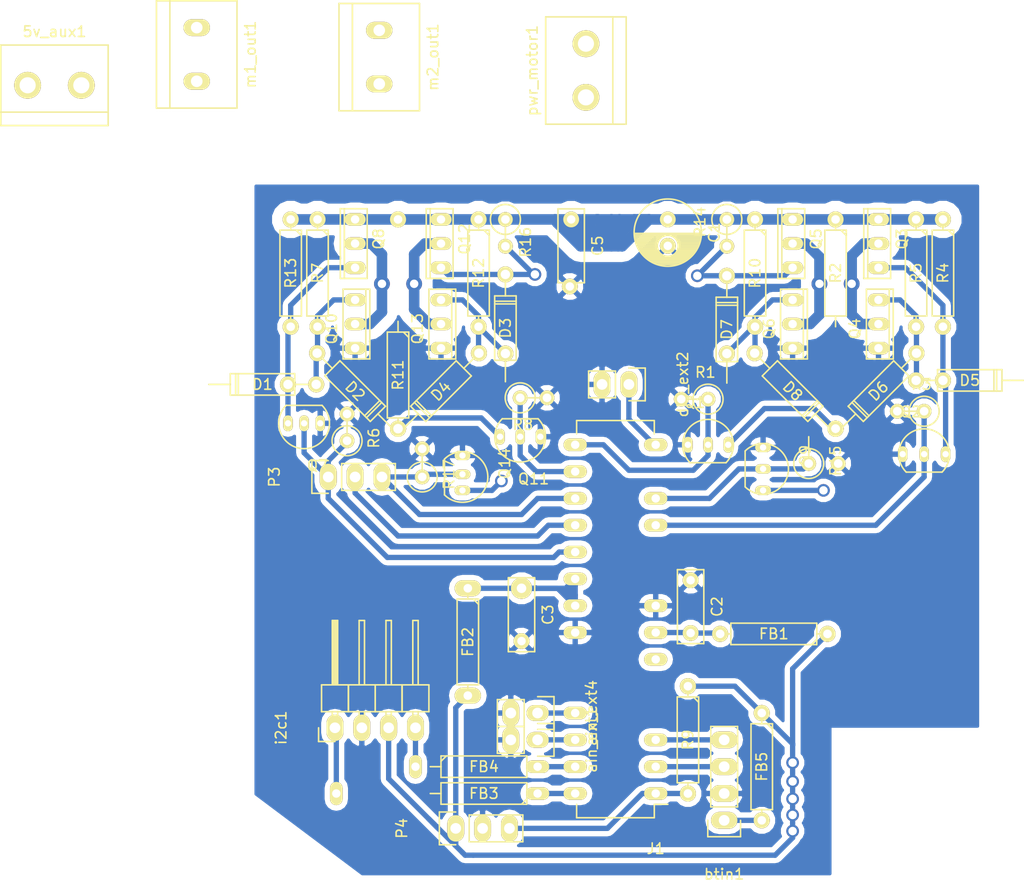
<source format=kicad_pcb>
(kicad_pcb (version 4) (host pcbnew 4.0.6)

  (general
    (links 121)
    (no_connects 12)
    (area 53.661999 24.324999 152.586001 109.972)
    (thickness 1.6)
    (drawings 2)
    (tracks 261)
    (zones 0)
    (modules 60)
    (nets 39)
  )

  (page A4)
  (layers
    (0 F.Cu signal)
    (31 B.Cu signal)
    (32 B.Adhes user)
    (33 F.Adhes user)
    (34 B.Paste user)
    (35 F.Paste user)
    (36 B.SilkS user)
    (37 F.SilkS user)
    (38 B.Mask user)
    (39 F.Mask user)
    (40 Dwgs.User user)
    (41 Cmts.User user)
    (42 Eco1.User user)
    (43 Eco2.User user)
    (44 Edge.Cuts user)
    (45 Margin user)
    (46 B.CrtYd user)
    (47 F.CrtYd user)
    (48 B.Fab user)
    (49 F.Fab user)
  )

  (setup
    (last_trace_width 0.5)
    (trace_clearance 0.5)
    (zone_clearance 0.508)
    (zone_45_only no)
    (trace_min 0.2)
    (segment_width 0.2)
    (edge_width 0.15)
    (via_size 1.2)
    (via_drill 0.8)
    (via_min_size 0.4)
    (via_min_drill 0.3)
    (uvia_size 0.3)
    (uvia_drill 0.1)
    (uvias_allowed no)
    (uvia_min_size 0.2)
    (uvia_min_drill 0.1)
    (pcb_text_width 0.3)
    (pcb_text_size 1.5 1.5)
    (mod_edge_width 0.15)
    (mod_text_size 1 1)
    (mod_text_width 0.15)
    (pad_size 1.524 1.524)
    (pad_drill 0.889)
    (pad_to_mask_clearance 0.2)
    (solder_mask_min_width 0.3)
    (aux_axis_origin 0 0)
    (grid_origin 90.805 164.465)
    (visible_elements FFFFF77F)
    (pcbplotparams
      (layerselection 0x00030_80000001)
      (usegerberextensions false)
      (excludeedgelayer true)
      (linewidth 0.100000)
      (plotframeref false)
      (viasonmask false)
      (mode 1)
      (useauxorigin false)
      (hpglpennumber 1)
      (hpglpenspeed 20)
      (hpglpendiameter 15)
      (hpglpenoverlay 2)
      (psnegative false)
      (psa4output false)
      (plotreference true)
      (plotvalue true)
      (plotinvisibletext false)
      (padsonsilk false)
      (subtractmaskfromsilk false)
      (outputformat 5)
      (mirror false)
      (drillshape 1)
      (scaleselection 1)
      (outputdirectory output/))
  )

  (net 0 "")
  (net 1 /5V)
  (net 2 GND)
  (net 3 /VIN_MOTOR)
  (net 4 "Net-(C3-Pad1)")
  (net 5 "Net-(FB3-Pad1)")
  (net 6 /SCL)
  (net 7 /SDA)
  (net 8 "Net-(FB4-Pad2)")
  (net 9 /M1_L)
  (net 10 /M2_EN)
  (net 11 /M2_R)
  (net 12 /M2_OUT_R)
  (net 13 /M2_OUT_L)
  (net 14 /M2_L)
  (net 15 /RX)
  (net 16 /TX)
  (net 17 /5V_FILTER)
  (net 18 /5V_FILTER_BT)
  (net 19 /A3)
  (net 20 /A2)
  (net 21 /RST)
  (net 22 /MISO)
  (net 23 "Net-(D1-Pad1)")
  (net 24 "Net-(D1-Pad2)")
  (net 25 "Net-(D2-Pad1)")
  (net 26 "Net-(D3-Pad1)")
  (net 27 "Net-(D3-Pad2)")
  (net 28 "Net-(D5-Pad1)")
  (net 29 "Net-(D5-Pad2)")
  (net 30 "Net-(D6-Pad1)")
  (net 31 "Net-(D7-Pad1)")
  (net 32 "Net-(D7-Pad2)")
  (net 33 /M1_R)
  (net 34 /M1_EN)
  (net 35 /M1_OUT_R)
  (net 36 /M1_OUT_L)
  (net 37 /D1)
  (net 38 /D2)

  (net_class Default "This is the default net class."
    (clearance 0.5)
    (trace_width 0.5)
    (via_dia 1.2)
    (via_drill 0.8)
    (uvia_dia 0.3)
    (uvia_drill 0.1)
    (add_net /5V)
    (add_net /5V_FILTER)
    (add_net /5V_FILTER_BT)
    (add_net /A2)
    (add_net /A3)
    (add_net /D1)
    (add_net /D2)
    (add_net /M1_EN)
    (add_net /M1_L)
    (add_net /M1_R)
    (add_net /M2_EN)
    (add_net /M2_L)
    (add_net /M2_R)
    (add_net /MISO)
    (add_net /RST)
    (add_net /RX)
    (add_net /SCL)
    (add_net /SDA)
    (add_net /TX)
    (add_net GND)
    (add_net "Net-(C3-Pad1)")
    (add_net "Net-(D1-Pad1)")
    (add_net "Net-(D1-Pad2)")
    (add_net "Net-(D2-Pad1)")
    (add_net "Net-(D3-Pad1)")
    (add_net "Net-(D3-Pad2)")
    (add_net "Net-(D5-Pad1)")
    (add_net "Net-(D5-Pad2)")
    (add_net "Net-(D6-Pad1)")
    (add_net "Net-(D7-Pad1)")
    (add_net "Net-(D7-Pad2)")
    (add_net "Net-(FB3-Pad1)")
    (add_net "Net-(FB4-Pad2)")
  )

  (net_class pwr ""
    (clearance 1)
    (trace_width 1)
    (via_dia 1.5)
    (via_drill 1.1)
    (uvia_dia 0.3)
    (uvia_drill 0.1)
    (add_net /M1_OUT_L)
    (add_net /M1_OUT_R)
    (add_net /M2_OUT_L)
    (add_net /M2_OUT_R)
    (add_net /VIN_MOTOR)
  )

  (module Housings_DIP:DIP-28_W7.62mm_LongPads (layer F.Cu) (tedit 58ACCC6E) (tstamp 587A7C77)
    (at 116.713 100.457 180)
    (descr "28-lead dip package, row spacing 7.62 mm (300 mils), longer pads")
    (tags "dil dip 2.54 300")
    (path /587A7D6F)
    (fp_text reference J1 (at 0 -5.22 180) (layer F.SilkS)
      (effects (font (size 1 1) (thickness 0.15)))
    )
    (fp_text value Atmega328 (at 0 -3.72 180) (layer F.Fab)
      (effects (font (size 1 1) (thickness 0.15)))
    )
    (fp_line (start -1.4 -2.45) (end -1.4 35.5) (layer F.CrtYd) (width 0.05))
    (fp_line (start 9 -2.45) (end 9 35.5) (layer F.CrtYd) (width 0.05))
    (fp_line (start -1.4 -2.45) (end 9 -2.45) (layer F.CrtYd) (width 0.05))
    (fp_line (start -1.4 35.5) (end 9 35.5) (layer F.CrtYd) (width 0.05))
    (fp_line (start 0.135 -2.295) (end 0.135 -1.025) (layer F.SilkS) (width 0.15))
    (fp_line (start 7.485 -2.295) (end 7.485 -1.025) (layer F.SilkS) (width 0.15))
    (fp_line (start 7.485 35.315) (end 7.485 34.045) (layer F.SilkS) (width 0.15))
    (fp_line (start 0.135 35.315) (end 0.135 34.045) (layer F.SilkS) (width 0.15))
    (fp_line (start 0.135 -2.295) (end 7.485 -2.295) (layer F.SilkS) (width 0.15))
    (fp_line (start 0.135 35.315) (end 7.485 35.315) (layer F.SilkS) (width 0.15))
    (fp_line (start 0.135 -1.025) (end -1.15 -1.025) (layer F.SilkS) (width 0.15))
    (pad 6 thru_hole oval (at 0 12.7 180) (size 2.2 1.2) (drill 0.8) (layers *.Cu *.Mask F.SilkS)
      (net 37 /D1))
    (pad 14 thru_hole oval (at 0 33.02 180) (size 2.2 1.2) (drill 0.8) (layers *.Cu *.Mask F.SilkS)
      (net 38 /D2))
    (pad 19 thru_hole oval (at 7.62 22.86 180) (size 2.2 1.2) (drill 0.8) (layers *.Cu *.Mask F.SilkS)
      (net 14 /M2_L))
    (pad 1 thru_hole oval (at 0 0 180) (size 2.2 1.2) (drill 0.8) (layers *.Cu *.Mask F.SilkS)
      (net 21 /RST))
    (pad 2 thru_hole oval (at 0 2.54 180) (size 2.2 1.2) (drill 0.8) (layers *.Cu *.Mask F.SilkS)
      (net 15 /RX))
    (pad 3 thru_hole oval (at 0 5.08 180) (size 2.2 1.2) (drill 0.8) (layers *.Cu *.Mask F.SilkS)
      (net 16 /TX))
    (pad 7 thru_hole oval (at 0 15.24 180) (size 2.2 1.2) (drill 0.8) (layers *.Cu *.Mask F.SilkS)
      (net 17 /5V_FILTER))
    (pad 8 thru_hole oval (at 0 17.78 180) (size 2.2 1.2) (drill 0.8) (layers *.Cu *.Mask F.SilkS)
      (net 2 GND))
    (pad 11 thru_hole oval (at 0 25.4 180) (size 2.2 1.2) (drill 0.8) (layers *.Cu *.Mask F.SilkS)
      (net 9 /M1_L))
    (pad 12 thru_hole oval (at 0 27.94 180) (size 2.2 1.2) (drill 0.8) (layers *.Cu *.Mask F.SilkS)
      (net 33 /M1_R))
    (pad 15 thru_hole oval (at 7.62 33.02 180) (size 2.2 1.2) (drill 0.8) (layers *.Cu *.Mask F.SilkS)
      (net 34 /M1_EN))
    (pad 16 thru_hole oval (at 7.62 30.48 180) (size 2.2 1.2) (drill 0.8) (layers *.Cu *.Mask F.SilkS)
      (net 10 /M2_EN))
    (pad 17 thru_hole oval (at 7.62 27.94 180) (size 2.2 1.2) (drill 0.8) (layers *.Cu *.Mask F.SilkS)
      (net 11 /M2_R))
    (pad 18 thru_hole oval (at 7.62 25.4 180) (size 2.2 1.2) (drill 0.8) (layers *.Cu *.Mask F.SilkS)
      (net 22 /MISO))
    (pad 20 thru_hole oval (at 7.62 20.32 180) (size 2.2 1.2) (drill 0.8) (layers *.Cu *.Mask F.SilkS)
      (net 4 "Net-(C3-Pad1)"))
    (pad 21 thru_hole oval (at 7.62 17.78 180) (size 2.2 1.2) (drill 0.8) (layers *.Cu *.Mask F.SilkS)
      (net 4 "Net-(C3-Pad1)"))
    (pad 22 thru_hole oval (at 7.62 15.24 180) (size 2.2 1.2) (drill 0.8) (layers *.Cu *.Mask F.SilkS)
      (net 2 GND))
    (pad 25 thru_hole oval (at 7.62 7.62 180) (size 2.2 1.2) (drill 0.8) (layers *.Cu *.Mask F.SilkS)
      (net 20 /A2))
    (pad 26 thru_hole oval (at 7.62 5.08 180) (size 2.2 1.2) (drill 0.8) (layers *.Cu *.Mask F.SilkS)
      (net 19 /A3))
    (pad 27 thru_hole oval (at 7.62 2.54 180) (size 2.2 1.2) (drill 0.8) (layers *.Cu *.Mask F.SilkS)
      (net 8 "Net-(FB4-Pad2)"))
    (pad 28 thru_hole oval (at 7.62 0 180) (size 2.2 1.2) (drill 0.8) (layers *.Cu *.Mask F.SilkS)
      (net 5 "Net-(FB3-Pad1)"))
    (model Housings_DIP.3dshapes/DIP-28_W7.62mm_LongPads.wrl
      (at (xyz 0 0 0))
      (scale (xyz 1 1 1))
      (rotate (xyz 0 0 0))
    )
  )

  (module Discret:DO-41 (layer F.Cu) (tedit 58AD6A90) (tstamp 58ACB12B)
    (at 129.667 62.357 315)
    (descr "Diode 3 pas")
    (tags "DIODE DEV")
    (path /58ACD1CB)
    (fp_text reference D8 (at 0 0 315) (layer F.SilkS)
      (effects (font (size 1 1) (thickness 0.15)))
    )
    (fp_text value D (at 0 0 315) (layer F.Fab)
      (effects (font (size 1 1) (thickness 0.15)))
    )
    (fp_line (start -3.81 0) (end -5.08 0) (layer F.SilkS) (width 0.15))
    (fp_line (start 3.81 0) (end 5.08 0) (layer F.SilkS) (width 0.15))
    (fp_line (start 3.81 0) (end 3.048 0) (layer F.SilkS) (width 0.15))
    (fp_line (start 3.048 0) (end 3.048 -1.016) (layer F.SilkS) (width 0.15))
    (fp_line (start 3.048 -1.016) (end -3.048 -1.016) (layer F.SilkS) (width 0.15))
    (fp_line (start -3.048 -1.016) (end -3.048 0) (layer F.SilkS) (width 0.15))
    (fp_line (start -3.048 0) (end -3.81 0) (layer F.SilkS) (width 0.15))
    (fp_line (start -3.048 0) (end -3.048 1.016) (layer F.SilkS) (width 0.15))
    (fp_line (start -3.048 1.016) (end 3.048 1.016) (layer F.SilkS) (width 0.15))
    (fp_line (start 3.048 1.016) (end 3.048 0) (layer F.SilkS) (width 0.15))
    (fp_line (start 2.54 -1.016) (end 2.54 1.016) (layer F.SilkS) (width 0.15))
    (fp_line (start 2.286 1.016) (end 2.286 -1.016) (layer F.SilkS) (width 0.15))
    (pad 1 thru_hole circle (at 5.388154 -0.35921 315) (size 1.524 1.524) (drill 0.8128) (layers *.Cu *.Mask F.SilkS)
      (net 30 "Net-(D6-Pad1)"))
    (pad 2 thru_hole circle (at -5.08 0 315) (size 1.524 1.524) (drill 0.889) (layers *.Cu *.Mask F.SilkS)
      (net 32 "Net-(D7-Pad2)"))
  )

  (module Pin_Headers:Pin_Header_Angled_1x04 (layer F.Cu) (tedit 587EA3F2) (tstamp 587A7C43)
    (at 86.36 94.234 90)
    (descr "Through hole pin header")
    (tags "pin header")
    (path /587A7D7E)
    (fp_text reference i2c1 (at 0 -5.1 90) (layer F.SilkS)
      (effects (font (size 1 1) (thickness 0.15)))
    )
    (fp_text value CONN_4 (at 0 -3.1 180) (layer F.Fab)
      (effects (font (size 1 1) (thickness 0.15)))
    )
    (fp_line (start -1.5 -1.75) (end -1.5 9.4) (layer F.CrtYd) (width 0.05))
    (fp_line (start 10.65 -1.75) (end 10.65 9.4) (layer F.CrtYd) (width 0.05))
    (fp_line (start -1.5 -1.75) (end 10.65 -1.75) (layer F.CrtYd) (width 0.05))
    (fp_line (start -1.5 9.4) (end 10.65 9.4) (layer F.CrtYd) (width 0.05))
    (fp_line (start -1.3 -1.55) (end -1.3 0) (layer F.SilkS) (width 0.15))
    (fp_line (start 0 -1.55) (end -1.3 -1.55) (layer F.SilkS) (width 0.15))
    (fp_line (start 4.191 -0.127) (end 10.033 -0.127) (layer F.SilkS) (width 0.15))
    (fp_line (start 10.033 -0.127) (end 10.033 0.127) (layer F.SilkS) (width 0.15))
    (fp_line (start 10.033 0.127) (end 4.191 0.127) (layer F.SilkS) (width 0.15))
    (fp_line (start 4.191 0.127) (end 4.191 0) (layer F.SilkS) (width 0.15))
    (fp_line (start 4.191 0) (end 10.033 0) (layer F.SilkS) (width 0.15))
    (fp_line (start 1.524 -0.254) (end 1.143 -0.254) (layer F.SilkS) (width 0.15))
    (fp_line (start 1.524 0.254) (end 1.143 0.254) (layer F.SilkS) (width 0.15))
    (fp_line (start 1.524 2.286) (end 1.143 2.286) (layer F.SilkS) (width 0.15))
    (fp_line (start 1.524 2.794) (end 1.143 2.794) (layer F.SilkS) (width 0.15))
    (fp_line (start 1.524 4.826) (end 1.143 4.826) (layer F.SilkS) (width 0.15))
    (fp_line (start 1.524 5.334) (end 1.143 5.334) (layer F.SilkS) (width 0.15))
    (fp_line (start 1.524 7.874) (end 1.143 7.874) (layer F.SilkS) (width 0.15))
    (fp_line (start 1.524 7.366) (end 1.143 7.366) (layer F.SilkS) (width 0.15))
    (fp_line (start 1.524 -1.27) (end 4.064 -1.27) (layer F.SilkS) (width 0.15))
    (fp_line (start 1.524 1.27) (end 4.064 1.27) (layer F.SilkS) (width 0.15))
    (fp_line (start 1.524 1.27) (end 1.524 3.81) (layer F.SilkS) (width 0.15))
    (fp_line (start 1.524 3.81) (end 4.064 3.81) (layer F.SilkS) (width 0.15))
    (fp_line (start 4.064 2.286) (end 10.16 2.286) (layer F.SilkS) (width 0.15))
    (fp_line (start 10.16 2.286) (end 10.16 2.794) (layer F.SilkS) (width 0.15))
    (fp_line (start 10.16 2.794) (end 4.064 2.794) (layer F.SilkS) (width 0.15))
    (fp_line (start 4.064 3.81) (end 4.064 1.27) (layer F.SilkS) (width 0.15))
    (fp_line (start 4.064 1.27) (end 4.064 -1.27) (layer F.SilkS) (width 0.15))
    (fp_line (start 10.16 0.254) (end 4.064 0.254) (layer F.SilkS) (width 0.15))
    (fp_line (start 10.16 -0.254) (end 10.16 0.254) (layer F.SilkS) (width 0.15))
    (fp_line (start 4.064 -0.254) (end 10.16 -0.254) (layer F.SilkS) (width 0.15))
    (fp_line (start 1.524 1.27) (end 4.064 1.27) (layer F.SilkS) (width 0.15))
    (fp_line (start 1.524 -1.27) (end 1.524 1.27) (layer F.SilkS) (width 0.15))
    (fp_line (start 1.524 6.35) (end 4.064 6.35) (layer F.SilkS) (width 0.15))
    (fp_line (start 1.524 6.35) (end 1.524 8.89) (layer F.SilkS) (width 0.15))
    (fp_line (start 1.524 8.89) (end 4.064 8.89) (layer F.SilkS) (width 0.15))
    (fp_line (start 4.064 7.366) (end 10.16 7.366) (layer F.SilkS) (width 0.15))
    (fp_line (start 10.16 7.366) (end 10.16 7.874) (layer F.SilkS) (width 0.15))
    (fp_line (start 10.16 7.874) (end 4.064 7.874) (layer F.SilkS) (width 0.15))
    (fp_line (start 4.064 8.89) (end 4.064 6.35) (layer F.SilkS) (width 0.15))
    (fp_line (start 4.064 6.35) (end 4.064 3.81) (layer F.SilkS) (width 0.15))
    (fp_line (start 10.16 5.334) (end 4.064 5.334) (layer F.SilkS) (width 0.15))
    (fp_line (start 10.16 4.826) (end 10.16 5.334) (layer F.SilkS) (width 0.15))
    (fp_line (start 4.064 4.826) (end 10.16 4.826) (layer F.SilkS) (width 0.15))
    (fp_line (start 1.524 6.35) (end 4.064 6.35) (layer F.SilkS) (width 0.15))
    (fp_line (start 1.524 3.81) (end 1.524 6.35) (layer F.SilkS) (width 0.15))
    (fp_line (start 1.524 3.81) (end 4.064 3.81) (layer F.SilkS) (width 0.15))
    (pad 1 thru_hole oval (at 0 0 90) (size 2.5 1.6) (drill 1.016) (layers *.Cu *.Mask F.SilkS)
      (net 6 /SCL))
    (pad 2 thru_hole oval (at 0 2.54 90) (size 2.5 1.6) (drill 1.016) (layers *.Cu *.Mask F.SilkS)
      (net 2 GND))
    (pad 3 thru_hole oval (at 0 5.08 90) (size 2.5 1.6) (drill 1.016) (layers *.Cu *.Mask F.SilkS)
      (net 1 /5V))
    (pad 4 thru_hole oval (at 0 7.62 90) (size 2.5 1.6) (drill 1.016) (layers *.Cu *.Mask F.SilkS)
      (net 7 /SDA))
    (model Pin_Headers.3dshapes/Pin_Header_Angled_1x04.wrl
      (at (xyz 0 -0.15 0))
      (scale (xyz 1 1 1))
      (rotate (xyz 0 0 90))
    )
  )

  (module Connect:bornier2 (layer F.Cu) (tedit 587D00D7) (tstamp 587A7C0B)
    (at 59.817 33.401)
    (descr "Bornier d'alimentation 2 pins")
    (tags DEV)
    (path /587A7D77)
    (fp_text reference 5v_aux1 (at 0 -5.08) (layer F.SilkS)
      (effects (font (size 1 1) (thickness 0.15)))
    )
    (fp_text value CONN_2 (at 0 5.08) (layer F.Fab)
      (effects (font (size 1 1) (thickness 0.15)))
    )
    (fp_line (start 5.08 2.54) (end -5.08 2.54) (layer F.SilkS) (width 0.15))
    (fp_line (start 5.08 3.81) (end 5.08 -3.81) (layer F.SilkS) (width 0.15))
    (fp_line (start 5.08 -3.81) (end -5.08 -3.81) (layer F.SilkS) (width 0.15))
    (fp_line (start -5.08 -3.81) (end -5.08 3.81) (layer F.SilkS) (width 0.15))
    (fp_line (start -5.08 3.81) (end 5.08 3.81) (layer F.SilkS) (width 0.15))
    (pad 1 thru_hole circle (at -2.54 0) (size 2.54 2.54) (drill 1.524) (layers *.Cu *.Mask F.SilkS)
      (net 1 /5V))
    (pad 2 thru_hole circle (at 2.54 0) (size 2.54 2.54) (drill 1.524) (layers *.Cu *.Mask F.SilkS)
      (net 2 GND))
    (model Connect.3dshapes/bornier2.wrl
      (at (xyz 0 0 0))
      (scale (xyz 1 1 1))
      (rotate (xyz 0 0 0))
    )
  )

  (module Capacitors_ThroughHole:C_Radial_D6.3_L11.2_P2.5 (layer F.Cu) (tedit 587CF563) (tstamp 587A7C11)
    (at 117.856 46.101 270)
    (descr "Radial Electrolytic Capacitor, Diameter 6.3mm x Length 11.2mm, Pitch 2.5mm")
    (tags "Electrolytic Capacitor")
    (path /587A7D89)
    (fp_text reference C1 (at 1.25 -4.4 270) (layer F.SilkS)
      (effects (font (size 1 1) (thickness 0.15)))
    )
    (fp_text value 470uF (at 1.25 4.4 270) (layer F.Fab)
      (effects (font (size 1 1) (thickness 0.15)))
    )
    (fp_line (start 1.325 -3.149) (end 1.325 3.149) (layer F.SilkS) (width 0.15))
    (fp_line (start 1.465 -3.143) (end 1.465 3.143) (layer F.SilkS) (width 0.15))
    (fp_line (start 1.605 -3.13) (end 1.605 -0.446) (layer F.SilkS) (width 0.15))
    (fp_line (start 1.605 0.446) (end 1.605 3.13) (layer F.SilkS) (width 0.15))
    (fp_line (start 1.745 -3.111) (end 1.745 -0.656) (layer F.SilkS) (width 0.15))
    (fp_line (start 1.745 0.656) (end 1.745 3.111) (layer F.SilkS) (width 0.15))
    (fp_line (start 1.885 -3.085) (end 1.885 -0.789) (layer F.SilkS) (width 0.15))
    (fp_line (start 1.885 0.789) (end 1.885 3.085) (layer F.SilkS) (width 0.15))
    (fp_line (start 2.025 -3.053) (end 2.025 -0.88) (layer F.SilkS) (width 0.15))
    (fp_line (start 2.025 0.88) (end 2.025 3.053) (layer F.SilkS) (width 0.15))
    (fp_line (start 2.165 -3.014) (end 2.165 -0.942) (layer F.SilkS) (width 0.15))
    (fp_line (start 2.165 0.942) (end 2.165 3.014) (layer F.SilkS) (width 0.15))
    (fp_line (start 2.305 -2.968) (end 2.305 -0.981) (layer F.SilkS) (width 0.15))
    (fp_line (start 2.305 0.981) (end 2.305 2.968) (layer F.SilkS) (width 0.15))
    (fp_line (start 2.445 -2.915) (end 2.445 -0.998) (layer F.SilkS) (width 0.15))
    (fp_line (start 2.445 0.998) (end 2.445 2.915) (layer F.SilkS) (width 0.15))
    (fp_line (start 2.585 -2.853) (end 2.585 -0.996) (layer F.SilkS) (width 0.15))
    (fp_line (start 2.585 0.996) (end 2.585 2.853) (layer F.SilkS) (width 0.15))
    (fp_line (start 2.725 -2.783) (end 2.725 -0.974) (layer F.SilkS) (width 0.15))
    (fp_line (start 2.725 0.974) (end 2.725 2.783) (layer F.SilkS) (width 0.15))
    (fp_line (start 2.865 -2.704) (end 2.865 -0.931) (layer F.SilkS) (width 0.15))
    (fp_line (start 2.865 0.931) (end 2.865 2.704) (layer F.SilkS) (width 0.15))
    (fp_line (start 3.005 -2.616) (end 3.005 -0.863) (layer F.SilkS) (width 0.15))
    (fp_line (start 3.005 0.863) (end 3.005 2.616) (layer F.SilkS) (width 0.15))
    (fp_line (start 3.145 -2.516) (end 3.145 -0.764) (layer F.SilkS) (width 0.15))
    (fp_line (start 3.145 0.764) (end 3.145 2.516) (layer F.SilkS) (width 0.15))
    (fp_line (start 3.285 -2.404) (end 3.285 -0.619) (layer F.SilkS) (width 0.15))
    (fp_line (start 3.285 0.619) (end 3.285 2.404) (layer F.SilkS) (width 0.15))
    (fp_line (start 3.425 -2.279) (end 3.425 -0.38) (layer F.SilkS) (width 0.15))
    (fp_line (start 3.425 0.38) (end 3.425 2.279) (layer F.SilkS) (width 0.15))
    (fp_line (start 3.565 -2.136) (end 3.565 2.136) (layer F.SilkS) (width 0.15))
    (fp_line (start 3.705 -1.974) (end 3.705 1.974) (layer F.SilkS) (width 0.15))
    (fp_line (start 3.845 -1.786) (end 3.845 1.786) (layer F.SilkS) (width 0.15))
    (fp_line (start 3.985 -1.563) (end 3.985 1.563) (layer F.SilkS) (width 0.15))
    (fp_line (start 4.125 -1.287) (end 4.125 1.287) (layer F.SilkS) (width 0.15))
    (fp_line (start 4.265 -0.912) (end 4.265 0.912) (layer F.SilkS) (width 0.15))
    (fp_circle (center 2.5 0) (end 2.5 -1) (layer F.SilkS) (width 0.15))
    (fp_circle (center 1.25 0) (end 1.25 -3.1875) (layer F.SilkS) (width 0.15))
    (fp_circle (center 1.25 0) (end 1.25 -3.4) (layer F.CrtYd) (width 0.05))
    (pad 2 thru_hole circle (at 2.5 0 270) (size 1.5 1.5) (drill 0.8) (layers *.Cu *.Mask F.SilkS)
      (net 2 GND))
    (pad 1 thru_hole circle (at 0 0 270) (size 1.5 1.5) (drill 0.8) (layers *.Cu *.Mask F.SilkS)
      (net 3 /VIN_MOTOR))
    (model Capacitors_ThroughHole.3dshapes/C_Radial_D6.3_L11.2_P2.5.wrl
      (at (xyz 0 0 0))
      (scale (xyz 1 1 1))
      (rotate (xyz 0 0 0))
    )
  )

  (module Capacitors_ThroughHole:C_Rect_L7_W2.5_P5 (layer F.Cu) (tedit 587CF54E) (tstamp 587A7C17)
    (at 120.015 80.264 270)
    (descr "Film Capacitor Length 7mm x Width 2.5mm, Pitch 5mm")
    (tags Capacitor)
    (path /587A7D70)
    (fp_text reference C2 (at 2.5 -2.5 270) (layer F.SilkS)
      (effects (font (size 1 1) (thickness 0.15)))
    )
    (fp_text value 100nF (at 2.5 2.5 270) (layer F.Fab)
      (effects (font (size 1 1) (thickness 0.15)))
    )
    (fp_line (start -1.25 -1.5) (end 6.25 -1.5) (layer F.CrtYd) (width 0.05))
    (fp_line (start 6.25 -1.5) (end 6.25 1.5) (layer F.CrtYd) (width 0.05))
    (fp_line (start 6.25 1.5) (end -1.25 1.5) (layer F.CrtYd) (width 0.05))
    (fp_line (start -1.25 1.5) (end -1.25 -1.5) (layer F.CrtYd) (width 0.05))
    (fp_line (start -1 -1.25) (end 6 -1.25) (layer F.SilkS) (width 0.15))
    (fp_line (start 6 -1.25) (end 6 1.25) (layer F.SilkS) (width 0.15))
    (fp_line (start 6 1.25) (end -1 1.25) (layer F.SilkS) (width 0.15))
    (fp_line (start -1 1.25) (end -1 -1.25) (layer F.SilkS) (width 0.15))
    (pad 1 thru_hole circle (at 0 0 270) (size 1.5 1.5) (drill 0.8) (layers *.Cu *.Mask F.SilkS)
      (net 2 GND))
    (pad 2 thru_hole circle (at 5 0 270) (size 1.5 1.5) (drill 0.8) (layers *.Cu *.Mask F.SilkS)
      (net 17 /5V_FILTER))
  )

  (module Capacitors_ThroughHole:C_Rect_L7_W2.5_P5 (layer F.Cu) (tedit 58E210A5) (tstamp 587A7C1D)
    (at 104.013 81.026 270)
    (descr "Film Capacitor Length 7mm x Width 2.5mm, Pitch 5mm")
    (tags Capacitor)
    (path /587A7D75)
    (fp_text reference C3 (at 2.5 -2.5 270) (layer F.SilkS)
      (effects (font (size 1 1) (thickness 0.15)))
    )
    (fp_text value 100nF (at 2.5 2.5 270) (layer F.Fab)
      (effects (font (size 1 1) (thickness 0.15)))
    )
    (fp_line (start -1.25 -1.5) (end 6.25 -1.5) (layer F.CrtYd) (width 0.05))
    (fp_line (start 6.25 -1.5) (end 6.25 1.5) (layer F.CrtYd) (width 0.05))
    (fp_line (start 6.25 1.5) (end -1.25 1.5) (layer F.CrtYd) (width 0.05))
    (fp_line (start -1.25 1.5) (end -1.25 -1.5) (layer F.CrtYd) (width 0.05))
    (fp_line (start -1 -1.25) (end 6 -1.25) (layer F.SilkS) (width 0.15))
    (fp_line (start 6 -1.25) (end 6 1.25) (layer F.SilkS) (width 0.15))
    (fp_line (start 6 1.25) (end -1 1.25) (layer F.SilkS) (width 0.15))
    (fp_line (start -1 1.25) (end -1 -1.25) (layer F.SilkS) (width 0.15))
    (pad 1 thru_hole circle (at 0 0 270) (size 2 2) (drill 0.9) (layers *.Cu *.Mask F.SilkS)
      (net 4 "Net-(C3-Pad1)"))
    (pad 2 thru_hole circle (at 5 0 270) (size 1.5 1.5) (drill 0.8) (layers *.Cu *.Mask F.SilkS)
      (net 2 GND))
  )

  (module Discret:R4 (layer F.Cu) (tedit 58ACC5B6) (tstamp 587A7C29)
    (at 127.889 85.344 180)
    (descr "Resitance 4 pas")
    (tags R)
    (path /587A7D7C)
    (fp_text reference FB1 (at 0 0 180) (layer F.SilkS)
      (effects (font (size 1 1) (thickness 0.15)))
    )
    (fp_text value FILTER (at 0 0 180) (layer F.Fab)
      (effects (font (size 1 1) (thickness 0.15)))
    )
    (fp_line (start -5.08 0) (end -4.064 0) (layer F.SilkS) (width 0.15))
    (fp_line (start -4.064 0) (end -4.064 -1.016) (layer F.SilkS) (width 0.15))
    (fp_line (start -4.064 -1.016) (end 4.064 -1.016) (layer F.SilkS) (width 0.15))
    (fp_line (start 4.064 -1.016) (end 4.064 1.016) (layer F.SilkS) (width 0.15))
    (fp_line (start 4.064 1.016) (end -4.064 1.016) (layer F.SilkS) (width 0.15))
    (fp_line (start -4.064 1.016) (end -4.064 0) (layer F.SilkS) (width 0.15))
    (fp_line (start -4.064 -0.508) (end -3.556 -1.016) (layer F.SilkS) (width 0.15))
    (fp_line (start 5.08 0) (end 4.064 0) (layer F.SilkS) (width 0.15))
    (pad 1 thru_hole circle (at -5.08 0 180) (size 1.524 1.524) (drill 0.8128) (layers *.Cu *.Mask F.SilkS)
      (net 1 /5V))
    (pad 2 thru_hole circle (at 5.08 0 180) (size 1.524 1.524) (drill 0.8128) (layers *.Cu *.Mask F.SilkS)
      (net 17 /5V_FILTER))
    (model Discret.3dshapes/R4.wrl
      (at (xyz 0 0 0))
      (scale (xyz 0.4 0.4 0.4))
      (rotate (xyz 0 0 0))
    )
  )

  (module Discret:R4 (layer F.Cu) (tedit 58E21194) (tstamp 587A7C2F)
    (at 98.933 86.106 270)
    (descr "Resitance 4 pas")
    (tags R)
    (path /587A7D7B)
    (fp_text reference FB2 (at 0 0 270) (layer F.SilkS)
      (effects (font (size 1 1) (thickness 0.15)))
    )
    (fp_text value FILTER (at -1.27 0.381 270) (layer F.Fab)
      (effects (font (size 1 1) (thickness 0.15)))
    )
    (fp_line (start -5.08 0) (end -4.064 0) (layer F.SilkS) (width 0.15))
    (fp_line (start -4.064 0) (end -4.064 -1.016) (layer F.SilkS) (width 0.15))
    (fp_line (start -4.064 -1.016) (end 4.064 -1.016) (layer F.SilkS) (width 0.15))
    (fp_line (start 4.064 -1.016) (end 4.064 1.016) (layer F.SilkS) (width 0.15))
    (fp_line (start 4.064 1.016) (end -4.064 1.016) (layer F.SilkS) (width 0.15))
    (fp_line (start -4.064 1.016) (end -4.064 0) (layer F.SilkS) (width 0.15))
    (fp_line (start -4.064 -0.508) (end -3.556 -1.016) (layer F.SilkS) (width 0.15))
    (fp_line (start 5.08 0) (end 4.064 0) (layer F.SilkS) (width 0.15))
    (pad 1 thru_hole oval (at -5.08 0 270) (size 1.524 2.5) (drill 0.8128) (layers *.Cu *.Mask F.SilkS)
      (net 4 "Net-(C3-Pad1)"))
    (pad 2 thru_hole oval (at 5.08 0 270) (size 1.524 2.5) (drill 0.8128) (layers *.Cu *.Mask F.SilkS)
      (net 1 /5V))
    (model Discret.3dshapes/R4.wrl
      (at (xyz 0 0 0))
      (scale (xyz 0.4 0.4 0.4))
      (rotate (xyz 0 0 0))
    )
  )

  (module Discret:R4 (layer F.Cu) (tedit 58E21110) (tstamp 587A7C35)
    (at 100.457 100.457 180)
    (descr "Resitance 4 pas")
    (tags R)
    (path /587A7D79)
    (fp_text reference FB3 (at 0 0 180) (layer F.SilkS)
      (effects (font (size 1 1) (thickness 0.15)))
    )
    (fp_text value FILTER (at 0 0 360) (layer F.Fab)
      (effects (font (size 1 1) (thickness 0.15)))
    )
    (fp_line (start -5.08 0) (end -4.064 0) (layer F.SilkS) (width 0.15))
    (fp_line (start -4.064 0) (end -4.064 -1.016) (layer F.SilkS) (width 0.15))
    (fp_line (start -4.064 -1.016) (end 4.064 -1.016) (layer F.SilkS) (width 0.15))
    (fp_line (start 4.064 -1.016) (end 4.064 1.016) (layer F.SilkS) (width 0.15))
    (fp_line (start 4.064 1.016) (end -4.064 1.016) (layer F.SilkS) (width 0.15))
    (fp_line (start -4.064 1.016) (end -4.064 0) (layer F.SilkS) (width 0.15))
    (fp_line (start -4.064 -0.508) (end -3.556 -1.016) (layer F.SilkS) (width 0.15))
    (fp_line (start 5.08 0) (end 4.064 0) (layer F.SilkS) (width 0.15))
    (pad 1 thru_hole oval (at -5.08 0 180) (size 2.2 1.2) (drill 0.8) (layers *.Cu *.Mask F.SilkS)
      (net 5 "Net-(FB3-Pad1)"))
    (pad 2 thru_hole oval (at 13.97 0 180) (size 1.2 2.2) (drill 0.8) (layers *.Cu *.Mask F.SilkS)
      (net 6 /SCL))
    (model Discret.3dshapes/R4.wrl
      (at (xyz 0 0 0))
      (scale (xyz 0.4 0.4 0.4))
      (rotate (xyz 0 0 0))
    )
  )

  (module Discret:R4 (layer F.Cu) (tedit 58E21115) (tstamp 587A7C3B)
    (at 100.457 97.917)
    (descr "Resitance 4 pas")
    (tags R)
    (path /587A7D7A)
    (fp_text reference FB4 (at 0 0) (layer F.SilkS)
      (effects (font (size 1 1) (thickness 0.15)))
    )
    (fp_text value FILTER (at 0 0) (layer F.Fab)
      (effects (font (size 1 1) (thickness 0.15)))
    )
    (fp_line (start -5.08 0) (end -4.064 0) (layer F.SilkS) (width 0.15))
    (fp_line (start -4.064 0) (end -4.064 -1.016) (layer F.SilkS) (width 0.15))
    (fp_line (start -4.064 -1.016) (end 4.064 -1.016) (layer F.SilkS) (width 0.15))
    (fp_line (start 4.064 -1.016) (end 4.064 1.016) (layer F.SilkS) (width 0.15))
    (fp_line (start 4.064 1.016) (end -4.064 1.016) (layer F.SilkS) (width 0.15))
    (fp_line (start -4.064 1.016) (end -4.064 0) (layer F.SilkS) (width 0.15))
    (fp_line (start -4.064 -0.508) (end -3.556 -1.016) (layer F.SilkS) (width 0.15))
    (fp_line (start 5.08 0) (end 4.064 0) (layer F.SilkS) (width 0.15))
    (pad 1 thru_hole oval (at -6.477 0) (size 1.2 2.2) (drill 0.8) (layers *.Cu *.Mask F.SilkS)
      (net 7 /SDA))
    (pad 2 thru_hole oval (at 5.08 0) (size 2.2 1.2) (drill 0.8) (layers *.Cu *.Mask F.SilkS)
      (net 8 "Net-(FB4-Pad2)"))
    (model Discret.3dshapes/R4.wrl
      (at (xyz 0 0 0))
      (scale (xyz 0.4 0.4 0.4))
      (rotate (xyz 0 0 0))
    )
  )

  (module Connect:bornier2 (layer F.Cu) (tedit 587A7EDB) (tstamp 587A7C89)
    (at 110.109 32.004 90)
    (descr "Bornier d'alimentation 2 pins")
    (tags DEV)
    (path /587A7D76)
    (fp_text reference pwr_motor1 (at 0 -5.08 90) (layer F.SilkS)
      (effects (font (size 1 1) (thickness 0.15)))
    )
    (fp_text value CONN_2 (at 0 5.08 90) (layer F.Fab)
      (effects (font (size 1 1) (thickness 0.15)))
    )
    (fp_line (start 5.08 2.54) (end -5.08 2.54) (layer F.SilkS) (width 0.15))
    (fp_line (start 5.08 3.81) (end 5.08 -3.81) (layer F.SilkS) (width 0.15))
    (fp_line (start 5.08 -3.81) (end -5.08 -3.81) (layer F.SilkS) (width 0.15))
    (fp_line (start -5.08 -3.81) (end -5.08 3.81) (layer F.SilkS) (width 0.15))
    (fp_line (start -5.08 3.81) (end 5.08 3.81) (layer F.SilkS) (width 0.15))
    (pad 1 thru_hole circle (at -2.54 0 90) (size 2.54 2.54) (drill 1.524) (layers *.Cu *.Mask F.SilkS)
      (net 2 GND))
    (pad 2 thru_hole circle (at 2.54 0 90) (size 2.54 2.54) (drill 1.524) (layers *.Cu *.Mask F.SilkS)
      (net 3 /VIN_MOTOR))
    (model Connect.3dshapes/bornier2.wrl
      (at (xyz 0 0 0))
      (scale (xyz 1 1 1))
      (rotate (xyz 0 0 0))
    )
  )

  (module Connect:bornier2 (layer F.Cu) (tedit 587CF79F) (tstamp 587D0B18)
    (at 73.279 30.48 270)
    (descr "Bornier d'alimentation 2 pins")
    (tags DEV)
    (path /587B169C)
    (fp_text reference m1_out1 (at 0 -5.08 270) (layer F.SilkS)
      (effects (font (size 1 1) (thickness 0.15)))
    )
    (fp_text value CONN_2 (at 0 5.08 270) (layer F.Fab)
      (effects (font (size 1 1) (thickness 0.15)))
    )
    (fp_line (start 5.08 2.54) (end -5.08 2.54) (layer F.SilkS) (width 0.15))
    (fp_line (start 5.08 3.81) (end 5.08 -3.81) (layer F.SilkS) (width 0.15))
    (fp_line (start 5.08 -3.81) (end -5.08 -3.81) (layer F.SilkS) (width 0.15))
    (fp_line (start -5.08 -3.81) (end -5.08 3.81) (layer F.SilkS) (width 0.15))
    (fp_line (start -5.08 3.81) (end 5.08 3.81) (layer F.SilkS) (width 0.15))
    (pad 1 thru_hole oval (at -2.54 0 270) (size 1.6 2.5) (drill 1.1) (layers *.Cu *.Mask F.SilkS)
      (net 35 /M1_OUT_R))
    (pad 2 thru_hole oval (at 2.54 0 270) (size 1.6 2.5) (drill 1.1) (layers *.Cu *.Mask F.SilkS)
      (net 36 /M1_OUT_L))
    (model Connect.3dshapes/bornier2.wrl
      (at (xyz 0 0 0))
      (scale (xyz 1 1 1))
      (rotate (xyz 0 0 0))
    )
  )

  (module Connect:bornier2 (layer F.Cu) (tedit 587CF7A8) (tstamp 587D0B22)
    (at 90.551 30.734 270)
    (descr "Bornier d'alimentation 2 pins")
    (tags DEV)
    (path /587B1704)
    (fp_text reference m2_out1 (at 0 -5.08 270) (layer F.SilkS)
      (effects (font (size 1 1) (thickness 0.15)))
    )
    (fp_text value CONN_2 (at 0 5.08 270) (layer F.Fab)
      (effects (font (size 1 1) (thickness 0.15)))
    )
    (fp_line (start 5.08 2.54) (end -5.08 2.54) (layer F.SilkS) (width 0.15))
    (fp_line (start 5.08 3.81) (end 5.08 -3.81) (layer F.SilkS) (width 0.15))
    (fp_line (start 5.08 -3.81) (end -5.08 -3.81) (layer F.SilkS) (width 0.15))
    (fp_line (start -5.08 -3.81) (end -5.08 3.81) (layer F.SilkS) (width 0.15))
    (fp_line (start -5.08 3.81) (end 5.08 3.81) (layer F.SilkS) (width 0.15))
    (pad 1 thru_hole oval (at -2.54 0 270) (size 1.6 2.5) (drill 1.1) (layers *.Cu *.Mask F.SilkS)
      (net 12 /M2_OUT_R))
    (pad 2 thru_hole oval (at 2.54 0 270) (size 1.6 2.5) (drill 1.1) (layers *.Cu *.Mask F.SilkS)
      (net 13 /M2_OUT_L))
    (model Connect.3dshapes/bornier2.wrl
      (at (xyz 0 0 0))
      (scale (xyz 1 1 1))
      (rotate (xyz 0 0 0))
    )
  )

  (module Discret:R4 (layer F.Cu) (tedit 58ACCA4D) (tstamp 587D170D)
    (at 126.746 97.917 270)
    (descr "Resitance 4 pas")
    (tags R)
    (path /587D1CFF)
    (fp_text reference FB5 (at 0 0 270) (layer F.SilkS)
      (effects (font (size 1 1) (thickness 0.15)))
    )
    (fp_text value FILTER (at 0 -1.524 270) (layer F.Fab)
      (effects (font (size 1 1) (thickness 0.15)))
    )
    (fp_line (start -5.08 0) (end -4.064 0) (layer F.SilkS) (width 0.15))
    (fp_line (start -4.064 0) (end -4.064 -1.016) (layer F.SilkS) (width 0.15))
    (fp_line (start -4.064 -1.016) (end 4.064 -1.016) (layer F.SilkS) (width 0.15))
    (fp_line (start 4.064 -1.016) (end 4.064 1.016) (layer F.SilkS) (width 0.15))
    (fp_line (start 4.064 1.016) (end -4.064 1.016) (layer F.SilkS) (width 0.15))
    (fp_line (start -4.064 1.016) (end -4.064 0) (layer F.SilkS) (width 0.15))
    (fp_line (start -4.064 -0.508) (end -3.556 -1.016) (layer F.SilkS) (width 0.15))
    (fp_line (start 5.08 0) (end 4.064 0) (layer F.SilkS) (width 0.15))
    (pad 1 thru_hole circle (at -5.08 0 270) (size 1.524 1.524) (drill 0.8128) (layers *.Cu *.Mask F.SilkS)
      (net 1 /5V))
    (pad 2 thru_hole circle (at 5.08 0 270) (size 1.524 1.524) (drill 0.8128) (layers *.Cu *.Mask F.SilkS)
      (net 18 /5V_FILTER_BT))
    (model Discret.3dshapes/R4.wrl
      (at (xyz 0 0 0))
      (scale (xyz 0.4 0.4 0.4))
      (rotate (xyz 0 0 0))
    )
  )

  (module Pin_Headers:Pin_Header_Straight_1x04 (layer F.Cu) (tedit 587EA423) (tstamp 587FD8C1)
    (at 123.19 102.997 180)
    (descr "Through hole pin header")
    (tags "pin header")
    (path /587D1EE4)
    (fp_text reference btin1 (at 0 -5.1 180) (layer F.SilkS)
      (effects (font (size 1 1) (thickness 0.15)))
    )
    (fp_text value CONN_4 (at 0 -3.1 180) (layer F.Fab)
      (effects (font (size 1 1) (thickness 0.15)))
    )
    (fp_line (start -1.75 -1.75) (end -1.75 9.4) (layer F.CrtYd) (width 0.05))
    (fp_line (start 1.75 -1.75) (end 1.75 9.4) (layer F.CrtYd) (width 0.05))
    (fp_line (start -1.75 -1.75) (end 1.75 -1.75) (layer F.CrtYd) (width 0.05))
    (fp_line (start -1.75 9.4) (end 1.75 9.4) (layer F.CrtYd) (width 0.05))
    (fp_line (start -1.27 1.27) (end -1.27 8.89) (layer F.SilkS) (width 0.15))
    (fp_line (start 1.27 1.27) (end 1.27 8.89) (layer F.SilkS) (width 0.15))
    (fp_line (start 1.55 -1.55) (end 1.55 0) (layer F.SilkS) (width 0.15))
    (fp_line (start -1.27 8.89) (end 1.27 8.89) (layer F.SilkS) (width 0.15))
    (fp_line (start 1.27 1.27) (end -1.27 1.27) (layer F.SilkS) (width 0.15))
    (fp_line (start -1.55 0) (end -1.55 -1.55) (layer F.SilkS) (width 0.15))
    (fp_line (start -1.55 -1.55) (end 1.55 -1.55) (layer F.SilkS) (width 0.15))
    (pad 1 thru_hole oval (at 0 0 180) (size 2.5 1.6) (drill 1.016) (layers *.Cu *.Mask F.SilkS)
      (net 18 /5V_FILTER_BT))
    (pad 2 thru_hole oval (at 0 2.54 180) (size 2.5 1.6) (drill 1.016) (layers *.Cu *.Mask F.SilkS)
      (net 2 GND))
    (pad 3 thru_hole oval (at 0 5.08 180) (size 2.5 1.6) (drill 1.016) (layers *.Cu *.Mask F.SilkS)
      (net 15 /RX))
    (pad 4 thru_hole oval (at 0 7.62 180) (size 2.5 1.6) (drill 1.016) (layers *.Cu *.Mask F.SilkS)
      (net 16 /TX))
    (model Pin_Headers.3dshapes/Pin_Header_Straight_1x04.wrl
      (at (xyz 0 -0.15 0))
      (scale (xyz 1 1 1))
      (rotate (xyz 0 0 90))
    )
  )

  (module Pin_Headers:Pin_Header_Straight_1x02 (layer F.Cu) (tedit 587EA474) (tstamp 588045D6)
    (at 105.537 95.377 270)
    (descr "Through hole pin header")
    (tags "pin header")
    (path /587D9387)
    (fp_text reference ain_ext1 (at 0 -5.1 270) (layer F.SilkS)
      (effects (font (size 1 1) (thickness 0.15)))
    )
    (fp_text value CONN_2 (at 0 -3.1 270) (layer F.Fab)
      (effects (font (size 1 1) (thickness 0.15)))
    )
    (fp_line (start 1.27 1.27) (end 1.27 3.81) (layer F.SilkS) (width 0.15))
    (fp_line (start 1.55 -1.55) (end 1.55 0) (layer F.SilkS) (width 0.15))
    (fp_line (start -1.75 -1.75) (end -1.75 4.3) (layer F.CrtYd) (width 0.05))
    (fp_line (start 1.75 -1.75) (end 1.75 4.3) (layer F.CrtYd) (width 0.05))
    (fp_line (start -1.75 -1.75) (end 1.75 -1.75) (layer F.CrtYd) (width 0.05))
    (fp_line (start -1.75 4.3) (end 1.75 4.3) (layer F.CrtYd) (width 0.05))
    (fp_line (start 1.27 1.27) (end -1.27 1.27) (layer F.SilkS) (width 0.15))
    (fp_line (start -1.55 0) (end -1.55 -1.55) (layer F.SilkS) (width 0.15))
    (fp_line (start -1.55 -1.55) (end 1.55 -1.55) (layer F.SilkS) (width 0.15))
    (fp_line (start -1.27 1.27) (end -1.27 3.81) (layer F.SilkS) (width 0.15))
    (fp_line (start -1.27 3.81) (end 1.27 3.81) (layer F.SilkS) (width 0.15))
    (pad 1 thru_hole oval (at 0 0 270) (size 1.5 2.1) (drill 1.016) (layers *.Cu *.Mask F.SilkS)
      (net 19 /A3))
    (pad 2 thru_hole oval (at 0 2.54 270) (size 2.5 1.6) (drill 1.016) (layers *.Cu *.Mask F.SilkS)
      (net 2 GND))
    (model Pin_Headers.3dshapes/Pin_Header_Straight_1x02.wrl
      (at (xyz 0 -0.05 0))
      (scale (xyz 1 1 1))
      (rotate (xyz 0 0 90))
    )
  )

  (module Pin_Headers:Pin_Header_Straight_1x02 (layer F.Cu) (tedit 587EA475) (tstamp 58804609)
    (at 105.537 92.837 270)
    (descr "Through hole pin header")
    (tags "pin header")
    (path /587D9C5B)
    (fp_text reference ain_ext4 (at 0 -5.1 270) (layer F.SilkS)
      (effects (font (size 1 1) (thickness 0.15)))
    )
    (fp_text value CONN_2 (at 0 -3.1 270) (layer F.Fab)
      (effects (font (size 1 1) (thickness 0.15)))
    )
    (fp_line (start 1.27 1.27) (end 1.27 3.81) (layer F.SilkS) (width 0.15))
    (fp_line (start 1.55 -1.55) (end 1.55 0) (layer F.SilkS) (width 0.15))
    (fp_line (start -1.75 -1.75) (end -1.75 4.3) (layer F.CrtYd) (width 0.05))
    (fp_line (start 1.75 -1.75) (end 1.75 4.3) (layer F.CrtYd) (width 0.05))
    (fp_line (start -1.75 -1.75) (end 1.75 -1.75) (layer F.CrtYd) (width 0.05))
    (fp_line (start -1.75 4.3) (end 1.75 4.3) (layer F.CrtYd) (width 0.05))
    (fp_line (start 1.27 1.27) (end -1.27 1.27) (layer F.SilkS) (width 0.15))
    (fp_line (start -1.55 0) (end -1.55 -1.55) (layer F.SilkS) (width 0.15))
    (fp_line (start -1.55 -1.55) (end 1.55 -1.55) (layer F.SilkS) (width 0.15))
    (fp_line (start -1.27 1.27) (end -1.27 3.81) (layer F.SilkS) (width 0.15))
    (fp_line (start -1.27 3.81) (end 1.27 3.81) (layer F.SilkS) (width 0.15))
    (pad 1 thru_hole oval (at 0 0 270) (size 1.5 2.1) (drill 1.016) (layers *.Cu *.Mask F.SilkS)
      (net 20 /A2))
    (pad 2 thru_hole oval (at 0 2.54 270) (size 2.5 1.6) (drill 1.016) (layers *.Cu *.Mask F.SilkS)
      (net 2 GND))
    (model Pin_Headers.3dshapes/Pin_Header_Straight_1x02.wrl
      (at (xyz 0 -0.05 0))
      (scale (xyz 1 1 1))
      (rotate (xyz 0 0 90))
    )
  )

  (module Capacitors_ThroughHole:C_Rect_L7_W2.5_P5 (layer F.Cu) (tedit 58E39DB7) (tstamp 5880483E)
    (at 108.712 46.101 270)
    (descr "Film Capacitor Length 7mm x Width 2.5mm, Pitch 5mm")
    (tags Capacitor)
    (path /587DA772)
    (fp_text reference C5 (at 2.5 -2.5 270) (layer F.SilkS)
      (effects (font (size 1 1) (thickness 0.15)))
    )
    (fp_text value 100nF (at 2.5 2.5 270) (layer F.Fab)
      (effects (font (size 1 1) (thickness 0.15)))
    )
    (fp_line (start -1.25 -1.5) (end 6.25 -1.5) (layer F.CrtYd) (width 0.05))
    (fp_line (start 6.25 -1.5) (end 6.25 1.5) (layer F.CrtYd) (width 0.05))
    (fp_line (start 6.25 1.5) (end -1.25 1.5) (layer F.CrtYd) (width 0.05))
    (fp_line (start -1.25 1.5) (end -1.25 -1.5) (layer F.CrtYd) (width 0.05))
    (fp_line (start -1 -1.25) (end 6 -1.25) (layer F.SilkS) (width 0.15))
    (fp_line (start 6 -1.25) (end 6 1.25) (layer F.SilkS) (width 0.15))
    (fp_line (start 6 1.25) (end -1 1.25) (layer F.SilkS) (width 0.15))
    (fp_line (start -1 1.25) (end -1 -1.25) (layer F.SilkS) (width 0.15))
    (pad 1 thru_hole circle (at 0 0 270) (size 1.5 1.5) (drill 0.8) (layers *.Cu *.Mask F.SilkS)
      (net 3 /VIN_MOTOR))
    (pad 2 thru_hole circle (at 6.35 0.127 270) (size 1.5 1.5) (drill 0.8) (layers *.Cu *.Mask F.SilkS)
      (net 2 GND))
  )

  (module Pin_Headers:Pin_Header_Straight_1x02 (layer F.Cu) (tedit 58AD6A5C) (tstamp 5880525C)
    (at 114.173 61.722 270)
    (descr "Through hole pin header")
    (tags "pin header")
    (path /587DEA7F)
    (fp_text reference din_ext2 (at 0 -5.1 270) (layer F.SilkS)
      (effects (font (size 1 1) (thickness 0.15)))
    )
    (fp_text value CONN_2 (at 0 -3.1 270) (layer F.Fab)
      (effects (font (size 1 1) (thickness 0.15)))
    )
    (fp_line (start 1.27 1.27) (end 1.27 3.81) (layer F.SilkS) (width 0.15))
    (fp_line (start 1.55 -1.55) (end 1.55 0) (layer F.SilkS) (width 0.15))
    (fp_line (start -1.75 -1.75) (end -1.75 4.3) (layer F.CrtYd) (width 0.05))
    (fp_line (start 1.75 -1.75) (end 1.75 4.3) (layer F.CrtYd) (width 0.05))
    (fp_line (start -1.75 -1.75) (end 1.75 -1.75) (layer F.CrtYd) (width 0.05))
    (fp_line (start -1.75 4.3) (end 1.75 4.3) (layer F.CrtYd) (width 0.05))
    (fp_line (start 1.27 1.27) (end -1.27 1.27) (layer F.SilkS) (width 0.15))
    (fp_line (start -1.55 0) (end -1.55 -1.55) (layer F.SilkS) (width 0.15))
    (fp_line (start -1.55 -1.55) (end 1.55 -1.55) (layer F.SilkS) (width 0.15))
    (fp_line (start -1.27 1.27) (end -1.27 3.81) (layer F.SilkS) (width 0.15))
    (fp_line (start -1.27 3.81) (end 1.27 3.81) (layer F.SilkS) (width 0.15))
    (pad 1 thru_hole oval (at 0 0 270) (size 2.5 1.6) (drill 1.016) (layers *.Cu *.Mask F.SilkS)
      (net 38 /D2))
    (pad 2 thru_hole oval (at 0 2.54 270) (size 2.5 1.6) (drill 1.016) (layers *.Cu *.Mask F.SilkS)
      (net 2 GND))
    (model Pin_Headers.3dshapes/Pin_Header_Straight_1x02.wrl
      (at (xyz 0 -0.05 0))
      (scale (xyz 1 1 1))
      (rotate (xyz 0 0 90))
    )
  )

  (module Discret:DO-41 (layer F.Cu) (tedit 58E37D3E) (tstamp 58AC5C69)
    (at 79.502 61.722 180)
    (descr "Diode 3 pas")
    (tags "DIODE DEV")
    (path /5895349F)
    (fp_text reference D1 (at 0 0 180) (layer F.SilkS)
      (effects (font (size 1 1) (thickness 0.15)))
    )
    (fp_text value D (at 0 0 180) (layer F.Fab)
      (effects (font (size 1 1) (thickness 0.15)))
    )
    (fp_line (start -3.81 0) (end -5.08 0) (layer F.SilkS) (width 0.15))
    (fp_line (start 3.81 0) (end 5.08 0) (layer F.SilkS) (width 0.15))
    (fp_line (start 3.81 0) (end 3.048 0) (layer F.SilkS) (width 0.15))
    (fp_line (start 3.048 0) (end 3.048 -1.016) (layer F.SilkS) (width 0.15))
    (fp_line (start 3.048 -1.016) (end -3.048 -1.016) (layer F.SilkS) (width 0.15))
    (fp_line (start -3.048 -1.016) (end -3.048 0) (layer F.SilkS) (width 0.15))
    (fp_line (start -3.048 0) (end -3.81 0) (layer F.SilkS) (width 0.15))
    (fp_line (start -3.048 0) (end -3.048 1.016) (layer F.SilkS) (width 0.15))
    (fp_line (start -3.048 1.016) (end 3.048 1.016) (layer F.SilkS) (width 0.15))
    (fp_line (start 3.048 1.016) (end 3.048 0) (layer F.SilkS) (width 0.15))
    (fp_line (start 2.54 -1.016) (end 2.54 1.016) (layer F.SilkS) (width 0.15))
    (fp_line (start 2.286 1.016) (end 2.286 -1.016) (layer F.SilkS) (width 0.15))
    (pad 1 thru_hole circle (at -2.413 0 180) (size 1.524 1.524) (drill 0.889) (layers *.Cu *.Mask F.SilkS)
      (net 23 "Net-(D1-Pad1)"))
    (pad 2 thru_hole circle (at -5.08 0 180) (size 1.524 1.524) (drill 0.889) (layers *.Cu *.Mask F.SilkS)
      (net 24 "Net-(D1-Pad2)"))
  )

  (module Discret:DO-41 (layer F.Cu) (tedit 58E37D57) (tstamp 58AC5C6F)
    (at 88.265 62.357 315)
    (descr "Diode 3 pas")
    (tags "DIODE DEV")
    (path /58953890)
    (fp_text reference D2 (at 0 0 315) (layer F.SilkS)
      (effects (font (size 1 1) (thickness 0.15)))
    )
    (fp_text value D (at 0 0 315) (layer F.Fab)
      (effects (font (size 1 1) (thickness 0.15)))
    )
    (fp_line (start -3.81 0) (end -5.08 0) (layer F.SilkS) (width 0.15))
    (fp_line (start 3.81 0) (end 5.08 0) (layer F.SilkS) (width 0.15))
    (fp_line (start 3.81 0) (end 3.048 0) (layer F.SilkS) (width 0.15))
    (fp_line (start 3.048 0) (end 3.048 -1.016) (layer F.SilkS) (width 0.15))
    (fp_line (start 3.048 -1.016) (end -3.048 -1.016) (layer F.SilkS) (width 0.15))
    (fp_line (start -3.048 -1.016) (end -3.048 0) (layer F.SilkS) (width 0.15))
    (fp_line (start -3.048 0) (end -3.81 0) (layer F.SilkS) (width 0.15))
    (fp_line (start -3.048 0) (end -3.048 1.016) (layer F.SilkS) (width 0.15))
    (fp_line (start -3.048 1.016) (end 3.048 1.016) (layer F.SilkS) (width 0.15))
    (fp_line (start 3.048 1.016) (end 3.048 0) (layer F.SilkS) (width 0.15))
    (fp_line (start 2.54 -1.016) (end 2.54 1.016) (layer F.SilkS) (width 0.15))
    (fp_line (start 2.286 1.016) (end 2.286 -1.016) (layer F.SilkS) (width 0.15))
    (pad 1 thru_hole circle (at 5.388154 -0.35921 315) (size 1.524 1.524) (drill 0.889) (layers *.Cu *.Mask F.SilkS)
      (net 25 "Net-(D2-Pad1)"))
    (pad 2 thru_hole circle (at -5.08 0 315) (size 1.524 1.524) (drill 0.889) (layers *.Cu *.Mask F.SilkS)
      (net 24 "Net-(D1-Pad2)"))
  )

  (module Discret:DO-41 (layer F.Cu) (tedit 58E37D39) (tstamp 58AC5C75)
    (at 102.489 56.388 90)
    (descr "Diode 3 pas")
    (tags "DIODE DEV")
    (path /5895E5B7)
    (fp_text reference D3 (at 0 0 90) (layer F.SilkS)
      (effects (font (size 1 1) (thickness 0.15)))
    )
    (fp_text value D (at 0 0 90) (layer F.Fab)
      (effects (font (size 1 1) (thickness 0.15)))
    )
    (fp_line (start -3.81 0) (end -5.08 0) (layer F.SilkS) (width 0.15))
    (fp_line (start 3.81 0) (end 5.08 0) (layer F.SilkS) (width 0.15))
    (fp_line (start 3.81 0) (end 3.048 0) (layer F.SilkS) (width 0.15))
    (fp_line (start 3.048 0) (end 3.048 -1.016) (layer F.SilkS) (width 0.15))
    (fp_line (start 3.048 -1.016) (end -3.048 -1.016) (layer F.SilkS) (width 0.15))
    (fp_line (start -3.048 -1.016) (end -3.048 0) (layer F.SilkS) (width 0.15))
    (fp_line (start -3.048 0) (end -3.81 0) (layer F.SilkS) (width 0.15))
    (fp_line (start -3.048 0) (end -3.048 1.016) (layer F.SilkS) (width 0.15))
    (fp_line (start -3.048 1.016) (end 3.048 1.016) (layer F.SilkS) (width 0.15))
    (fp_line (start 3.048 1.016) (end 3.048 0) (layer F.SilkS) (width 0.15))
    (fp_line (start 2.54 -1.016) (end 2.54 1.016) (layer F.SilkS) (width 0.15))
    (fp_line (start 2.286 1.016) (end 2.286 -1.016) (layer F.SilkS) (width 0.15))
    (pad 1 thru_hole circle (at 5.08 0 90) (size 1.524 1.524) (drill 0.889) (layers *.Cu *.Mask F.SilkS)
      (net 26 "Net-(D3-Pad1)"))
    (pad 2 thru_hole circle (at -2.413 0 90) (size 1.524 1.524) (drill 0.889) (layers *.Cu *.Mask F.SilkS)
      (net 27 "Net-(D3-Pad2)"))
  )

  (module Discret:DO-41 (layer F.Cu) (tedit 58E37D5D) (tstamp 58AC5C7B)
    (at 96.393 62.357 225)
    (descr "Diode 3 pas")
    (tags "DIODE DEV")
    (path /5895E95A)
    (fp_text reference D4 (at 0 0 225) (layer F.SilkS)
      (effects (font (size 1 1) (thickness 0.15)))
    )
    (fp_text value D (at 0 0 225) (layer F.Fab)
      (effects (font (size 1 1) (thickness 0.15)))
    )
    (fp_line (start -3.81 0) (end -5.08 0) (layer F.SilkS) (width 0.15))
    (fp_line (start 3.81 0) (end 5.08 0) (layer F.SilkS) (width 0.15))
    (fp_line (start 3.81 0) (end 3.048 0) (layer F.SilkS) (width 0.15))
    (fp_line (start 3.048 0) (end 3.048 -1.016) (layer F.SilkS) (width 0.15))
    (fp_line (start 3.048 -1.016) (end -3.048 -1.016) (layer F.SilkS) (width 0.15))
    (fp_line (start -3.048 -1.016) (end -3.048 0) (layer F.SilkS) (width 0.15))
    (fp_line (start -3.048 0) (end -3.81 0) (layer F.SilkS) (width 0.15))
    (fp_line (start -3.048 0) (end -3.048 1.016) (layer F.SilkS) (width 0.15))
    (fp_line (start -3.048 1.016) (end 3.048 1.016) (layer F.SilkS) (width 0.15))
    (fp_line (start 3.048 1.016) (end 3.048 0) (layer F.SilkS) (width 0.15))
    (fp_line (start 2.54 -1.016) (end 2.54 1.016) (layer F.SilkS) (width 0.15))
    (fp_line (start 2.286 1.016) (end 2.286 -1.016) (layer F.SilkS) (width 0.15))
    (pad 1 thru_hole circle (at 5.388154 0.35921 225) (size 1.524 1.524) (drill 0.889) (layers *.Cu *.Mask F.SilkS)
      (net 25 "Net-(D2-Pad1)"))
    (pad 2 thru_hole circle (at -5.08 0 225) (size 1.524 1.524) (drill 0.889) (layers *.Cu *.Mask F.SilkS)
      (net 27 "Net-(D3-Pad2)"))
  )

  (module Pin_Headers:Pin_Header_Straight_1x03 (layer F.Cu) (tedit 58CC3584) (tstamp 58AC5C88)
    (at 85.725 70.485 90)
    (descr "Through hole pin header")
    (tags "pin header")
    (path /58869B87)
    (fp_text reference P3 (at 0 -5.1 90) (layer F.SilkS)
      (effects (font (size 1 1) (thickness 0.15)))
    )
    (fp_text value CONN_01X03 (at 0 -3.1 90) (layer F.Fab)
      (effects (font (size 1 1) (thickness 0.15)))
    )
    (fp_line (start -1.75 -1.75) (end -1.75 6.85) (layer F.CrtYd) (width 0.05))
    (fp_line (start 1.75 -1.75) (end 1.75 6.85) (layer F.CrtYd) (width 0.05))
    (fp_line (start -1.75 -1.75) (end 1.75 -1.75) (layer F.CrtYd) (width 0.05))
    (fp_line (start -1.75 6.85) (end 1.75 6.85) (layer F.CrtYd) (width 0.05))
    (fp_line (start -1.27 1.27) (end -1.27 6.35) (layer F.SilkS) (width 0.15))
    (fp_line (start -1.27 6.35) (end 1.27 6.35) (layer F.SilkS) (width 0.15))
    (fp_line (start 1.27 6.35) (end 1.27 1.27) (layer F.SilkS) (width 0.15))
    (fp_line (start 1.55 -1.55) (end 1.55 0) (layer F.SilkS) (width 0.15))
    (fp_line (start 1.27 1.27) (end -1.27 1.27) (layer F.SilkS) (width 0.15))
    (fp_line (start -1.55 0) (end -1.55 -1.55) (layer F.SilkS) (width 0.15))
    (fp_line (start -1.55 -1.55) (end 1.55 -1.55) (layer F.SilkS) (width 0.15))
    (pad 1 thru_hole oval (at 0 0 90) (size 2.5 1.6) (drill 1.016) (layers *.Cu *.Mask F.SilkS)
      (net 14 /M2_L))
    (pad 2 thru_hole oval (at 0 2.54 90) (size 2.5 1.6) (drill 1.016) (layers *.Cu *.Mask F.SilkS)
      (net 22 /MISO))
    (pad 3 thru_hole oval (at 0 5.08 90) (size 2.5 1.6) (drill 1.016) (layers *.Cu *.Mask F.SilkS)
      (net 11 /M2_R))
    (model Pin_Headers.3dshapes/Pin_Header_Straight_1x03.wrl
      (at (xyz 0 -0.1 0))
      (scale (xyz 1 1 1))
      (rotate (xyz 0 0 90))
    )
  )

  (module Pin_Headers:Pin_Header_Straight_1x03 (layer F.Cu) (tedit 58ACC4E0) (tstamp 58AC5C8F)
    (at 97.79 103.759 90)
    (descr "Through hole pin header")
    (tags "pin header")
    (path /5886ADA8)
    (fp_text reference P4 (at 0 -5.1 90) (layer F.SilkS)
      (effects (font (size 1 1) (thickness 0.15)))
    )
    (fp_text value CONN_01X03 (at 0 -3.1 90) (layer F.Fab)
      (effects (font (size 1 1) (thickness 0.15)))
    )
    (fp_line (start -1.75 -1.75) (end -1.75 6.85) (layer F.CrtYd) (width 0.05))
    (fp_line (start 1.75 -1.75) (end 1.75 6.85) (layer F.CrtYd) (width 0.05))
    (fp_line (start -1.75 -1.75) (end 1.75 -1.75) (layer F.CrtYd) (width 0.05))
    (fp_line (start -1.75 6.85) (end 1.75 6.85) (layer F.CrtYd) (width 0.05))
    (fp_line (start -1.27 1.27) (end -1.27 6.35) (layer F.SilkS) (width 0.15))
    (fp_line (start -1.27 6.35) (end 1.27 6.35) (layer F.SilkS) (width 0.15))
    (fp_line (start 1.27 6.35) (end 1.27 1.27) (layer F.SilkS) (width 0.15))
    (fp_line (start 1.55 -1.55) (end 1.55 0) (layer F.SilkS) (width 0.15))
    (fp_line (start 1.27 1.27) (end -1.27 1.27) (layer F.SilkS) (width 0.15))
    (fp_line (start -1.55 0) (end -1.55 -1.55) (layer F.SilkS) (width 0.15))
    (fp_line (start -1.55 -1.55) (end 1.55 -1.55) (layer F.SilkS) (width 0.15))
    (pad 1 thru_hole oval (at 0 0 90) (size 2.5 1.6) (drill 1.016) (layers *.Cu *.Mask F.SilkS)
      (net 1 /5V))
    (pad 2 thru_hole oval (at 0 2.54 90) (size 2.5 1.6) (drill 1.016) (layers *.Cu *.Mask F.SilkS)
      (net 2 GND))
    (pad 3 thru_hole oval (at 0 5.08 90) (size 2.5 1.6) (drill 1.016) (layers *.Cu *.Mask F.SilkS)
      (net 21 /RST))
    (model Pin_Headers.3dshapes/Pin_Header_Straight_1x03.wrl
      (at (xyz 0 -0.1 0))
      (scale (xyz 1 1 1))
      (rotate (xyz 0 0 90))
    )
  )

  (module TO_SOT_Packages_THT:TO-92_Inline_Narrow_Oval (layer F.Cu) (tedit 58ACD0E4) (tstamp 58AC5C96)
    (at 84.709 65.405 180)
    (descr "TO-92 leads in-line, narrow, oval pads, drill 0.6mm (see NXP sot054_po.pdf)")
    (tags "to-92 sc-43 sc-43a sot54 PA33 transistor")
    (path /5895A373)
    (fp_text reference Q7 (at 0 -4 180) (layer F.SilkS)
      (effects (font (size 1 1) (thickness 0.15)))
    )
    (fp_text value Q_NMOS_SGD (at 0 3 180) (layer F.Fab)
      (effects (font (size 1 1) (thickness 0.15)))
    )
    (fp_line (start -1.4 1.95) (end -1.4 -2.65) (layer F.CrtYd) (width 0.05))
    (fp_line (start -1.4 1.95) (end 3.95 1.95) (layer F.CrtYd) (width 0.05))
    (fp_line (start -0.43 1.7) (end 2.97 1.7) (layer F.SilkS) (width 0.15))
    (fp_arc (start 1.27 0) (end 1.27 -2.4) (angle -135) (layer F.SilkS) (width 0.15))
    (fp_arc (start 1.27 0) (end 1.27 -2.4) (angle 135) (layer F.SilkS) (width 0.15))
    (fp_line (start -1.4 -2.65) (end 3.95 -2.65) (layer F.CrtYd) (width 0.05))
    (fp_line (start 3.95 1.95) (end 3.95 -2.65) (layer F.CrtYd) (width 0.05))
    (pad 2 thru_hole oval (at 1.27 0) (size 0.89916 1.50114) (drill 0.6) (layers *.Cu *.Mask F.SilkS)
      (net 14 /M2_L))
    (pad 3 thru_hole oval (at 2.794 0) (size 0.89916 1.50114) (drill 0.6) (layers *.Cu *.Mask F.SilkS)
      (net 23 "Net-(D1-Pad1)"))
    (pad 1 thru_hole oval (at -0.254 0) (size 0.89916 1.50114) (drill 0.6) (layers *.Cu *.Mask F.SilkS)
      (net 2 GND))
    (model TO_SOT_Packages_THT.3dshapes/TO-92_Inline_Narrow_Oval.wrl
      (at (xyz 0.05 0 0))
      (scale (xyz 1 1 1))
      (rotate (xyz 0 0 -90))
    )
  )

  (module TO_SOT_Packages_THT:TO-251AA (layer F.Cu) (tedit 58ACB156) (tstamp 58AC5C9D)
    (at 88.265 50.673 90)
    (descr "IPAK / TO-251AA 3-lead THT package")
    (tags "ipak to-251aa to-251")
    (path /58896153)
    (fp_text reference Q8 (at 2.725 2.225 270) (layer F.SilkS)
      (effects (font (size 1 1) (thickness 0.15)))
    )
    (fp_text value IRFU9024N (at 10.287 -0.254 270) (layer F.Fab)
      (effects (font (size 1 1) (thickness 0.15)))
    )
    (fp_line (start 5.8 -1.6) (end 5.8 1.4) (layer F.CrtYd) (width 0.05))
    (fp_line (start -1.3 -1.6) (end -1.3 1.4) (layer F.CrtYd) (width 0.05))
    (fp_line (start -1.3 1.4) (end 5.8 1.4) (layer F.CrtYd) (width 0.05))
    (fp_line (start -1.3 -1.6) (end 5.8 -1.6) (layer F.CrtYd) (width 0.05))
    (fp_line (start 5.588 -1.016) (end -1.016 -1.016) (layer F.SilkS) (width 0.15))
    (fp_line (start 5.588 0) (end 5.588 -1.397) (layer F.SilkS) (width 0.15))
    (fp_line (start 5.588 -1.397) (end -1.016 -1.397) (layer F.SilkS) (width 0.15))
    (fp_line (start -1.016 -1.397) (end -1.016 1.143) (layer F.SilkS) (width 0.15))
    (fp_line (start -1.016 1.143) (end 5.588 1.143) (layer F.SilkS) (width 0.15))
    (fp_line (start 5.588 1.143) (end 5.588 0) (layer F.SilkS) (width 0.15))
    (pad 2 thru_hole oval (at 2.286 0 270) (size 1.2 2) (drill 0.8) (layers *.Cu *.Mask F.SilkS)
      (net 13 /M2_OUT_L))
    (pad 3 thru_hole oval (at 4.572 0 270) (size 1.2 2) (drill 0.8) (layers *.Cu *.Mask F.SilkS)
      (net 3 /VIN_MOTOR))
    (pad 1 thru_hole oval (at 0 0 270) (size 1.2 2) (drill 0.8) (layers *.Cu *.Mask F.SilkS)
      (net 23 "Net-(D1-Pad1)"))
  )

  (module TO_SOT_Packages_THT:TO-251AA (layer F.Cu) (tedit 58AC6C94) (tstamp 58AC5CA4)
    (at 88.265 53.721 270)
    (descr "IPAK / TO-251AA 3-lead THT package")
    (tags "ipak to-251aa to-251")
    (path /5889615F)
    (fp_text reference Q10 (at 2.725 2.225 450) (layer F.SilkS)
      (effects (font (size 1 1) (thickness 0.15)))
    )
    (fp_text value IRLU024N (at 2.025 -2.375 450) (layer F.Fab)
      (effects (font (size 1 1) (thickness 0.15)))
    )
    (fp_line (start 5.8 -1.6) (end 5.8 1.4) (layer F.CrtYd) (width 0.05))
    (fp_line (start -1.3 -1.6) (end -1.3 1.4) (layer F.CrtYd) (width 0.05))
    (fp_line (start -1.3 1.4) (end 5.8 1.4) (layer F.CrtYd) (width 0.05))
    (fp_line (start -1.3 -1.6) (end 5.8 -1.6) (layer F.CrtYd) (width 0.05))
    (fp_line (start 5.588 -1.016) (end -1.016 -1.016) (layer F.SilkS) (width 0.15))
    (fp_line (start 5.588 0) (end 5.588 -1.397) (layer F.SilkS) (width 0.15))
    (fp_line (start 5.588 -1.397) (end -1.016 -1.397) (layer F.SilkS) (width 0.15))
    (fp_line (start -1.016 -1.397) (end -1.016 1.143) (layer F.SilkS) (width 0.15))
    (fp_line (start -1.016 1.143) (end 5.588 1.143) (layer F.SilkS) (width 0.15))
    (fp_line (start 5.588 1.143) (end 5.588 0) (layer F.SilkS) (width 0.15))
    (pad 2 thru_hole oval (at 2.286 0 90) (size 1.2 2) (drill 0.8) (layers *.Cu *.Mask F.SilkS)
      (net 13 /M2_OUT_L))
    (pad 3 thru_hole oval (at 4.572 0 90) (size 1.2 2) (drill 0.8) (layers *.Cu *.Mask F.SilkS)
      (net 2 GND))
    (pad 1 thru_hole oval (at 0 0 90) (size 1.2 2) (drill 0.8) (layers *.Cu *.Mask F.SilkS)
      (net 24 "Net-(D1-Pad2)"))
  )

  (module TO_SOT_Packages_THT:TO-92_Inline_Narrow_Oval (layer F.Cu) (tedit 58ACD07E) (tstamp 58AC5CAB)
    (at 105.156 66.675 180)
    (descr "TO-92 leads in-line, narrow, oval pads, drill 0.6mm (see NXP sot054_po.pdf)")
    (tags "to-92 sc-43 sc-43a sot54 PA33 transistor")
    (path /58956DE3)
    (fp_text reference Q11 (at 0 -4 180) (layer F.SilkS)
      (effects (font (size 1 1) (thickness 0.15)))
    )
    (fp_text value Q_NMOS_SGD (at 0 3 180) (layer F.Fab)
      (effects (font (size 1 1) (thickness 0.15)))
    )
    (fp_line (start -1.4 1.95) (end -1.4 -2.65) (layer F.CrtYd) (width 0.05))
    (fp_line (start -1.4 1.95) (end 3.95 1.95) (layer F.CrtYd) (width 0.05))
    (fp_line (start -0.43 1.7) (end 2.97 1.7) (layer F.SilkS) (width 0.15))
    (fp_arc (start 1.27 0) (end 1.27 -2.4) (angle -135) (layer F.SilkS) (width 0.15))
    (fp_arc (start 1.27 0) (end 1.27 -2.4) (angle 135) (layer F.SilkS) (width 0.15))
    (fp_line (start -1.4 -2.65) (end 3.95 -2.65) (layer F.CrtYd) (width 0.05))
    (fp_line (start 3.95 1.95) (end 3.95 -2.65) (layer F.CrtYd) (width 0.05))
    (pad 2 thru_hole oval (at 1.27 0) (size 0.89916 1.50114) (drill 0.6) (layers *.Cu *.Mask F.SilkS)
      (net 10 /M2_EN))
    (pad 3 thru_hole oval (at 3.175 0) (size 0.89916 1.50114) (drill 0.6) (layers *.Cu *.Mask F.SilkS)
      (net 25 "Net-(D2-Pad1)"))
    (pad 1 thru_hole oval (at -0.635 0) (size 0.89916 1.50114) (drill 0.6) (layers *.Cu *.Mask F.SilkS)
      (net 2 GND))
    (model TO_SOT_Packages_THT.3dshapes/TO-92_Inline_Narrow_Oval.wrl
      (at (xyz 0.05 0 0))
      (scale (xyz 1 1 1))
      (rotate (xyz 0 0 -90))
    )
  )

  (module TO_SOT_Packages_THT:TO-251AA (layer F.Cu) (tedit 58ACB154) (tstamp 58AC5CB2)
    (at 96.393 50.673 90)
    (descr "IPAK / TO-251AA 3-lead THT package")
    (tags "ipak to-251aa to-251")
    (path /58896159)
    (fp_text reference Q12 (at 2.725 2.225 270) (layer F.SilkS)
      (effects (font (size 1 1) (thickness 0.15)))
    )
    (fp_text value IRFU9024N (at 10.541 0.127 270) (layer F.Fab)
      (effects (font (size 1 1) (thickness 0.15)))
    )
    (fp_line (start 5.8 -1.6) (end 5.8 1.4) (layer F.CrtYd) (width 0.05))
    (fp_line (start -1.3 -1.6) (end -1.3 1.4) (layer F.CrtYd) (width 0.05))
    (fp_line (start -1.3 1.4) (end 5.8 1.4) (layer F.CrtYd) (width 0.05))
    (fp_line (start -1.3 -1.6) (end 5.8 -1.6) (layer F.CrtYd) (width 0.05))
    (fp_line (start 5.588 -1.016) (end -1.016 -1.016) (layer F.SilkS) (width 0.15))
    (fp_line (start 5.588 0) (end 5.588 -1.397) (layer F.SilkS) (width 0.15))
    (fp_line (start 5.588 -1.397) (end -1.016 -1.397) (layer F.SilkS) (width 0.15))
    (fp_line (start -1.016 -1.397) (end -1.016 1.143) (layer F.SilkS) (width 0.15))
    (fp_line (start -1.016 1.143) (end 5.588 1.143) (layer F.SilkS) (width 0.15))
    (fp_line (start 5.588 1.143) (end 5.588 0) (layer F.SilkS) (width 0.15))
    (pad 2 thru_hole oval (at 2.286 0 270) (size 1.2 2) (drill 0.8) (layers *.Cu *.Mask F.SilkS)
      (net 12 /M2_OUT_R))
    (pad 3 thru_hole oval (at 4.572 0 270) (size 1.2 2) (drill 0.8) (layers *.Cu *.Mask F.SilkS)
      (net 3 /VIN_MOTOR))
    (pad 1 thru_hole oval (at 0 0 270) (size 1.2 2) (drill 0.8) (layers *.Cu *.Mask F.SilkS)
      (net 26 "Net-(D3-Pad1)"))
  )

  (module TO_SOT_Packages_THT:TO-251AA (layer F.Cu) (tedit 58ACB15D) (tstamp 58AC5CB9)
    (at 96.393 53.721 270)
    (descr "IPAK / TO-251AA 3-lead THT package")
    (tags "ipak to-251aa to-251")
    (path /58896165)
    (fp_text reference Q13 (at 2.725 2.225 450) (layer F.SilkS)
      (effects (font (size 1 1) (thickness 0.15)))
    )
    (fp_text value IRLU024N (at 2.413 2.286 450) (layer F.Fab)
      (effects (font (size 1 1) (thickness 0.15)))
    )
    (fp_line (start 5.8 -1.6) (end 5.8 1.4) (layer F.CrtYd) (width 0.05))
    (fp_line (start -1.3 -1.6) (end -1.3 1.4) (layer F.CrtYd) (width 0.05))
    (fp_line (start -1.3 1.4) (end 5.8 1.4) (layer F.CrtYd) (width 0.05))
    (fp_line (start -1.3 -1.6) (end 5.8 -1.6) (layer F.CrtYd) (width 0.05))
    (fp_line (start 5.588 -1.016) (end -1.016 -1.016) (layer F.SilkS) (width 0.15))
    (fp_line (start 5.588 0) (end 5.588 -1.397) (layer F.SilkS) (width 0.15))
    (fp_line (start 5.588 -1.397) (end -1.016 -1.397) (layer F.SilkS) (width 0.15))
    (fp_line (start -1.016 -1.397) (end -1.016 1.143) (layer F.SilkS) (width 0.15))
    (fp_line (start -1.016 1.143) (end 5.588 1.143) (layer F.SilkS) (width 0.15))
    (fp_line (start 5.588 1.143) (end 5.588 0) (layer F.SilkS) (width 0.15))
    (pad 2 thru_hole oval (at 2.286 0 90) (size 1.2 2) (drill 0.8) (layers *.Cu *.Mask F.SilkS)
      (net 12 /M2_OUT_R))
    (pad 3 thru_hole oval (at 4.572 0 90) (size 1.2 2) (drill 0.8) (layers *.Cu *.Mask F.SilkS)
      (net 2 GND))
    (pad 1 thru_hole oval (at 0 0 90) (size 1.2 2) (drill 0.8) (layers *.Cu *.Mask F.SilkS)
      (net 27 "Net-(D3-Pad2)"))
  )

  (module TO_SOT_Packages_THT:TO-92_Inline_Narrow_Oval (layer F.Cu) (tedit 58ACD027) (tstamp 58AC5CC0)
    (at 98.425 69.215 270)
    (descr "TO-92 leads in-line, narrow, oval pads, drill 0.6mm (see NXP sot054_po.pdf)")
    (tags "to-92 sc-43 sc-43a sot54 PA33 transistor")
    (path /5895F95A)
    (fp_text reference Q14 (at 0 -4 270) (layer F.SilkS)
      (effects (font (size 1 1) (thickness 0.15)))
    )
    (fp_text value Q_NMOS_SGD (at 0 3 270) (layer F.Fab)
      (effects (font (size 1 1) (thickness 0.15)))
    )
    (fp_line (start -1.4 1.95) (end -1.4 -2.65) (layer F.CrtYd) (width 0.05))
    (fp_line (start -1.4 1.95) (end 3.95 1.95) (layer F.CrtYd) (width 0.05))
    (fp_line (start -0.43 1.7) (end 2.97 1.7) (layer F.SilkS) (width 0.15))
    (fp_arc (start 1.27 0) (end 1.27 -2.4) (angle -135) (layer F.SilkS) (width 0.15))
    (fp_arc (start 1.27 0) (end 1.27 -2.4) (angle 135) (layer F.SilkS) (width 0.15))
    (fp_line (start -1.4 -2.65) (end 3.95 -2.65) (layer F.CrtYd) (width 0.05))
    (fp_line (start 3.95 1.95) (end 3.95 -2.65) (layer F.CrtYd) (width 0.05))
    (pad 2 thru_hole oval (at 1.016 0 90) (size 0.89916 1.50114) (drill 0.6) (layers *.Cu *.Mask F.SilkS)
      (net 11 /M2_R))
    (pad 3 thru_hole oval (at 2.54 0 90) (size 0.89916 1.50114) (drill 0.6) (layers *.Cu *.Mask F.SilkS)
      (net 26 "Net-(D3-Pad1)"))
    (pad 1 thru_hole oval (at -0.762 0 90) (size 0.89916 1.50114) (drill 0.6) (layers *.Cu *.Mask F.SilkS)
      (net 2 GND))
    (model TO_SOT_Packages_THT.3dshapes/TO-92_Inline_Narrow_Oval.wrl
      (at (xyz 0.05 0 0))
      (scale (xyz 1 1 1))
      (rotate (xyz 0 0 -90))
    )
  )

  (module Discret:R4 (layer F.Cu) (tedit 0) (tstamp 58AC6A0E)
    (at 84.709 51.181 270)
    (descr "Resitance 4 pas")
    (tags R)
    (path /5889617A)
    (fp_text reference R7 (at 0 0 270) (layer F.SilkS)
      (effects (font (size 1 1) (thickness 0.15)))
    )
    (fp_text value 10K (at 0 0 270) (layer F.Fab)
      (effects (font (size 1 1) (thickness 0.15)))
    )
    (fp_line (start -5.08 0) (end -4.064 0) (layer F.SilkS) (width 0.15))
    (fp_line (start -4.064 0) (end -4.064 -1.016) (layer F.SilkS) (width 0.15))
    (fp_line (start -4.064 -1.016) (end 4.064 -1.016) (layer F.SilkS) (width 0.15))
    (fp_line (start 4.064 -1.016) (end 4.064 1.016) (layer F.SilkS) (width 0.15))
    (fp_line (start 4.064 1.016) (end -4.064 1.016) (layer F.SilkS) (width 0.15))
    (fp_line (start -4.064 1.016) (end -4.064 0) (layer F.SilkS) (width 0.15))
    (fp_line (start -4.064 -0.508) (end -3.556 -1.016) (layer F.SilkS) (width 0.15))
    (fp_line (start 5.08 0) (end 4.064 0) (layer F.SilkS) (width 0.15))
    (pad 1 thru_hole circle (at -5.08 0 270) (size 1.524 1.524) (drill 0.8128) (layers *.Cu *.Mask F.SilkS)
      (net 3 /VIN_MOTOR))
    (pad 2 thru_hole circle (at 5.08 0 270) (size 1.524 1.524) (drill 0.8128) (layers *.Cu *.Mask F.SilkS)
      (net 24 "Net-(D1-Pad2)"))
    (model Discret.3dshapes/R4.wrl
      (at (xyz 0 0 0))
      (scale (xyz 0.4 0.4 0.4))
      (rotate (xyz 0 0 0))
    )
  )

  (module Discret:R4 (layer F.Cu) (tedit 0) (tstamp 58AC6A18)
    (at 119.761 95.377 270)
    (descr "Resitance 4 pas")
    (tags R)
    (path /58865E67)
    (fp_text reference R9 (at 0 0 270) (layer F.SilkS)
      (effects (font (size 1 1) (thickness 0.15)))
    )
    (fp_text value 10K (at 0 0 270) (layer F.Fab)
      (effects (font (size 1 1) (thickness 0.15)))
    )
    (fp_line (start -5.08 0) (end -4.064 0) (layer F.SilkS) (width 0.15))
    (fp_line (start -4.064 0) (end -4.064 -1.016) (layer F.SilkS) (width 0.15))
    (fp_line (start -4.064 -1.016) (end 4.064 -1.016) (layer F.SilkS) (width 0.15))
    (fp_line (start 4.064 -1.016) (end 4.064 1.016) (layer F.SilkS) (width 0.15))
    (fp_line (start 4.064 1.016) (end -4.064 1.016) (layer F.SilkS) (width 0.15))
    (fp_line (start -4.064 1.016) (end -4.064 0) (layer F.SilkS) (width 0.15))
    (fp_line (start -4.064 -0.508) (end -3.556 -1.016) (layer F.SilkS) (width 0.15))
    (fp_line (start 5.08 0) (end 4.064 0) (layer F.SilkS) (width 0.15))
    (pad 1 thru_hole circle (at -5.08 0 270) (size 1.524 1.524) (drill 0.8128) (layers *.Cu *.Mask F.SilkS)
      (net 1 /5V))
    (pad 2 thru_hole circle (at 5.08 0 270) (size 1.524 1.524) (drill 0.8128) (layers *.Cu *.Mask F.SilkS)
      (net 21 /RST))
    (model Discret.3dshapes/R4.wrl
      (at (xyz 0 0 0))
      (scale (xyz 0.4 0.4 0.4))
      (rotate (xyz 0 0 0))
    )
  )

  (module Discret:R4 (layer F.Cu) (tedit 58AC8961) (tstamp 58AC6A1D)
    (at 92.329 60.833 270)
    (descr "Resitance 4 pas")
    (tags R)
    (path /58956B2F)
    (fp_text reference R11 (at 0 0 270) (layer F.SilkS)
      (effects (font (size 1 1) (thickness 0.15)))
    )
    (fp_text value 10K (at 0 0 270) (layer F.Fab)
      (effects (font (size 1 1) (thickness 0.15)))
    )
    (fp_line (start -5.08 0) (end -4.064 0) (layer F.SilkS) (width 0.15))
    (fp_line (start -4.064 0) (end -4.064 -1.016) (layer F.SilkS) (width 0.15))
    (fp_line (start -4.064 -1.016) (end 4.064 -1.016) (layer F.SilkS) (width 0.15))
    (fp_line (start 4.064 -1.016) (end 4.064 1.016) (layer F.SilkS) (width 0.15))
    (fp_line (start 4.064 1.016) (end -4.064 1.016) (layer F.SilkS) (width 0.15))
    (fp_line (start -4.064 1.016) (end -4.064 0) (layer F.SilkS) (width 0.15))
    (fp_line (start -4.064 -0.508) (end -3.556 -1.016) (layer F.SilkS) (width 0.15))
    (fp_line (start 5.08 0) (end 4.064 0) (layer F.SilkS) (width 0.15))
    (pad 1 thru_hole circle (at -14.732 0 270) (size 1.524 1.524) (drill 0.8128) (layers *.Cu *.Mask F.SilkS)
      (net 3 /VIN_MOTOR))
    (pad 2 thru_hole circle (at 5.08 0 270) (size 1.524 1.524) (drill 0.8128) (layers *.Cu *.Mask F.SilkS)
      (net 25 "Net-(D2-Pad1)"))
    (model Discret.3dshapes/R4.wrl
      (at (xyz 0 0 0))
      (scale (xyz 0.4 0.4 0.4))
      (rotate (xyz 0 0 0))
    )
  )

  (module Discret:R4 (layer F.Cu) (tedit 0) (tstamp 58AC6A22)
    (at 99.949 51.181 270)
    (descr "Resitance 4 pas")
    (tags R)
    (path /58896173)
    (fp_text reference R12 (at 0 0 270) (layer F.SilkS)
      (effects (font (size 1 1) (thickness 0.15)))
    )
    (fp_text value 10K (at 0 0 270) (layer F.Fab)
      (effects (font (size 1 1) (thickness 0.15)))
    )
    (fp_line (start -5.08 0) (end -4.064 0) (layer F.SilkS) (width 0.15))
    (fp_line (start -4.064 0) (end -4.064 -1.016) (layer F.SilkS) (width 0.15))
    (fp_line (start -4.064 -1.016) (end 4.064 -1.016) (layer F.SilkS) (width 0.15))
    (fp_line (start 4.064 -1.016) (end 4.064 1.016) (layer F.SilkS) (width 0.15))
    (fp_line (start 4.064 1.016) (end -4.064 1.016) (layer F.SilkS) (width 0.15))
    (fp_line (start -4.064 1.016) (end -4.064 0) (layer F.SilkS) (width 0.15))
    (fp_line (start -4.064 -0.508) (end -3.556 -1.016) (layer F.SilkS) (width 0.15))
    (fp_line (start 5.08 0) (end 4.064 0) (layer F.SilkS) (width 0.15))
    (pad 1 thru_hole circle (at -5.08 0 270) (size 1.524 1.524) (drill 0.8128) (layers *.Cu *.Mask F.SilkS)
      (net 3 /VIN_MOTOR))
    (pad 2 thru_hole circle (at 5.08 0 270) (size 1.524 1.524) (drill 0.8128) (layers *.Cu *.Mask F.SilkS)
      (net 27 "Net-(D3-Pad2)"))
    (model Discret.3dshapes/R4.wrl
      (at (xyz 0 0 0))
      (scale (xyz 0.4 0.4 0.4))
      (rotate (xyz 0 0 0))
    )
  )

  (module Discret:R4 (layer F.Cu) (tedit 0) (tstamp 58AC6A27)
    (at 82.169 51.181 270)
    (descr "Resitance 4 pas")
    (tags R)
    (path /5895668B)
    (fp_text reference R13 (at 0 0 270) (layer F.SilkS)
      (effects (font (size 1 1) (thickness 0.15)))
    )
    (fp_text value 10K (at 0 0 270) (layer F.Fab)
      (effects (font (size 1 1) (thickness 0.15)))
    )
    (fp_line (start -5.08 0) (end -4.064 0) (layer F.SilkS) (width 0.15))
    (fp_line (start -4.064 0) (end -4.064 -1.016) (layer F.SilkS) (width 0.15))
    (fp_line (start -4.064 -1.016) (end 4.064 -1.016) (layer F.SilkS) (width 0.15))
    (fp_line (start 4.064 -1.016) (end 4.064 1.016) (layer F.SilkS) (width 0.15))
    (fp_line (start 4.064 1.016) (end -4.064 1.016) (layer F.SilkS) (width 0.15))
    (fp_line (start -4.064 1.016) (end -4.064 0) (layer F.SilkS) (width 0.15))
    (fp_line (start -4.064 -0.508) (end -3.556 -1.016) (layer F.SilkS) (width 0.15))
    (fp_line (start 5.08 0) (end 4.064 0) (layer F.SilkS) (width 0.15))
    (pad 1 thru_hole circle (at -5.08 0 270) (size 1.524 1.524) (drill 0.8128) (layers *.Cu *.Mask F.SilkS)
      (net 3 /VIN_MOTOR))
    (pad 2 thru_hole circle (at 5.08 0 270) (size 1.524 1.524) (drill 0.8128) (layers *.Cu *.Mask F.SilkS)
      (net 23 "Net-(D1-Pad1)"))
    (model Discret.3dshapes/R4.wrl
      (at (xyz 0 0 0))
      (scale (xyz 0.4 0.4 0.4))
      (rotate (xyz 0 0 0))
    )
  )

  (module Discret:R1 (layer F.Cu) (tedit 0) (tstamp 58AC8D33)
    (at 105.156 62.992)
    (descr "Resistance verticale")
    (tags R)
    (path /5895A83E)
    (fp_text reference R8 (at -1.016 2.54) (layer F.SilkS)
      (effects (font (size 1 1) (thickness 0.15)))
    )
    (fp_text value 10K (at -1.143 2.54) (layer F.Fab)
      (effects (font (size 1 1) (thickness 0.15)))
    )
    (fp_line (start -1.27 0) (end 1.27 0) (layer F.SilkS) (width 0.15))
    (fp_circle (center -1.27 0) (end -0.635 1.27) (layer F.SilkS) (width 0.15))
    (pad 1 thru_hole circle (at -1.27 0) (size 1.397 1.397) (drill 0.8128) (layers *.Cu *.Mask F.SilkS)
      (net 10 /M2_EN))
    (pad 2 thru_hole circle (at 1.27 0) (size 1.397 1.397) (drill 0.8128) (layers *.Cu *.Mask F.SilkS)
      (net 2 GND))
    (model Discret.3dshapes/R1.wrl
      (at (xyz 0 0 0))
      (scale (xyz 1 1 1))
      (rotate (xyz 0 0 0))
    )
  )

  (module Discret:R1 (layer F.Cu) (tedit 58ACA6F3) (tstamp 58AC90CF)
    (at 94.615 69.215 90)
    (descr "Resistance verticale")
    (tags R)
    (path /5895FF0B)
    (fp_text reference R17 (at -1.016 2.54 90) (layer F.SilkS)
      (effects (font (size 1 1) (thickness 0.15)))
    )
    (fp_text value 10K (at -1.143 2.54 90) (layer F.Fab)
      (effects (font (size 1 1) (thickness 0.15)))
    )
    (fp_line (start -1.27 0) (end 1.27 0) (layer F.SilkS) (width 0.15))
    (fp_circle (center -1.27 0) (end -0.635 1.27) (layer F.SilkS) (width 0.15))
    (pad 1 thru_hole circle (at -1.27 0 90) (size 1.397 1.397) (drill 0.8128) (layers *.Cu *.Mask F.SilkS)
      (net 11 /M2_R))
    (pad 2 thru_hole circle (at 1.397 0 90) (size 1.397 1.397) (drill 0.8128) (layers *.Cu *.Mask F.SilkS)
      (net 2 GND))
    (model Discret.3dshapes/R1.wrl
      (at (xyz 0 0 0))
      (scale (xyz 1 1 1))
      (rotate (xyz 0 0 0))
    )
  )

  (module Discret:R1 (layer F.Cu) (tedit 0) (tstamp 58AC92F3)
    (at 87.503 65.786 90)
    (descr "Resistance verticale")
    (tags R)
    (path /5895ABC1)
    (fp_text reference R6 (at -1.016 2.54 90) (layer F.SilkS)
      (effects (font (size 1 1) (thickness 0.15)))
    )
    (fp_text value 10K (at -1.143 2.54 90) (layer F.Fab)
      (effects (font (size 1 1) (thickness 0.15)))
    )
    (fp_line (start -1.27 0) (end 1.27 0) (layer F.SilkS) (width 0.15))
    (fp_circle (center -1.27 0) (end -0.635 1.27) (layer F.SilkS) (width 0.15))
    (pad 1 thru_hole circle (at -1.27 0 90) (size 1.397 1.397) (drill 0.8128) (layers *.Cu *.Mask F.SilkS)
      (net 14 /M2_L))
    (pad 2 thru_hole circle (at 1.27 0 90) (size 1.397 1.397) (drill 0.8128) (layers *.Cu *.Mask F.SilkS)
      (net 2 GND))
    (model Discret.3dshapes/R1.wrl
      (at (xyz 0 0 0))
      (scale (xyz 1 1 1))
      (rotate (xyz 0 0 0))
    )
  )

  (module Discret:R1 (layer F.Cu) (tedit 58ACB14A) (tstamp 58ACA63F)
    (at 102.489 47.371 270)
    (descr "Resistance verticale")
    (tags R)
    (path /5895EFFF)
    (fp_text reference R16 (at 0.889 -1.905 270) (layer F.SilkS)
      (effects (font (size 1 1) (thickness 0.15)))
    )
    (fp_text value 10K (at -2.159 -1.905 270) (layer F.Fab)
      (effects (font (size 1 1) (thickness 0.15)))
    )
    (fp_line (start -1.27 0) (end 1.27 0) (layer F.SilkS) (width 0.15))
    (fp_circle (center -1.27 0) (end -0.635 1.27) (layer F.SilkS) (width 0.15))
    (pad 1 thru_hole circle (at -1.27 0 270) (size 1.397 1.397) (drill 0.8128) (layers *.Cu *.Mask F.SilkS)
      (net 3 /VIN_MOTOR))
    (pad 2 thru_hole circle (at 1.27 0 270) (size 1.397 1.397) (drill 0.8128) (layers *.Cu *.Mask F.SilkS)
      (net 26 "Net-(D3-Pad1)"))
    (model Discret.3dshapes/R1.wrl
      (at (xyz 0 0 0))
      (scale (xyz 1 1 1))
      (rotate (xyz 0 0 0))
    )
  )

  (module Discret:DO-41 (layer F.Cu) (tedit 58E37D4E) (tstamp 58ACB119)
    (at 146.431 61.341)
    (descr "Diode 3 pas")
    (tags "DIODE DEV")
    (path /58ACD187)
    (fp_text reference D5 (at 0 0) (layer F.SilkS)
      (effects (font (size 1 1) (thickness 0.15)))
    )
    (fp_text value D (at 0 0) (layer F.Fab)
      (effects (font (size 1 1) (thickness 0.15)))
    )
    (fp_line (start -3.81 0) (end -5.08 0) (layer F.SilkS) (width 0.15))
    (fp_line (start 3.81 0) (end 5.08 0) (layer F.SilkS) (width 0.15))
    (fp_line (start 3.81 0) (end 3.048 0) (layer F.SilkS) (width 0.15))
    (fp_line (start 3.048 0) (end 3.048 -1.016) (layer F.SilkS) (width 0.15))
    (fp_line (start 3.048 -1.016) (end -3.048 -1.016) (layer F.SilkS) (width 0.15))
    (fp_line (start -3.048 -1.016) (end -3.048 0) (layer F.SilkS) (width 0.15))
    (fp_line (start -3.048 0) (end -3.81 0) (layer F.SilkS) (width 0.15))
    (fp_line (start -3.048 0) (end -3.048 1.016) (layer F.SilkS) (width 0.15))
    (fp_line (start -3.048 1.016) (end 3.048 1.016) (layer F.SilkS) (width 0.15))
    (fp_line (start 3.048 1.016) (end 3.048 0) (layer F.SilkS) (width 0.15))
    (fp_line (start 2.54 -1.016) (end 2.54 1.016) (layer F.SilkS) (width 0.15))
    (fp_line (start 2.286 1.016) (end 2.286 -1.016) (layer F.SilkS) (width 0.15))
    (pad 1 thru_hole circle (at -2.54 0) (size 1.524 1.524) (drill 0.889) (layers *.Cu *.Mask F.SilkS)
      (net 28 "Net-(D5-Pad1)"))
    (pad 2 thru_hole circle (at -5.08 0) (size 1.524 1.524) (drill 0.889) (layers *.Cu *.Mask F.SilkS)
      (net 29 "Net-(D5-Pad2)"))
  )

  (module Discret:DO-41 (layer F.Cu) (tedit 58AD6A9D) (tstamp 58ACB11F)
    (at 137.795 62.357 225)
    (descr "Diode 3 pas")
    (tags "DIODE DEV")
    (path /58ACD18F)
    (fp_text reference D6 (at 0 0 225) (layer F.SilkS)
      (effects (font (size 1 1) (thickness 0.15)))
    )
    (fp_text value D (at 0 0 225) (layer F.Fab)
      (effects (font (size 1 1) (thickness 0.15)))
    )
    (fp_line (start -3.81 0) (end -5.08 0) (layer F.SilkS) (width 0.15))
    (fp_line (start 3.81 0) (end 5.08 0) (layer F.SilkS) (width 0.15))
    (fp_line (start 3.81 0) (end 3.048 0) (layer F.SilkS) (width 0.15))
    (fp_line (start 3.048 0) (end 3.048 -1.016) (layer F.SilkS) (width 0.15))
    (fp_line (start 3.048 -1.016) (end -3.048 -1.016) (layer F.SilkS) (width 0.15))
    (fp_line (start -3.048 -1.016) (end -3.048 0) (layer F.SilkS) (width 0.15))
    (fp_line (start -3.048 0) (end -3.81 0) (layer F.SilkS) (width 0.15))
    (fp_line (start -3.048 0) (end -3.048 1.016) (layer F.SilkS) (width 0.15))
    (fp_line (start -3.048 1.016) (end 3.048 1.016) (layer F.SilkS) (width 0.15))
    (fp_line (start 3.048 1.016) (end 3.048 0) (layer F.SilkS) (width 0.15))
    (fp_line (start 2.54 -1.016) (end 2.54 1.016) (layer F.SilkS) (width 0.15))
    (fp_line (start 2.286 1.016) (end 2.286 -1.016) (layer F.SilkS) (width 0.15))
    (pad 1 thru_hole circle (at 5.388154 0.35921 225) (size 1.524 1.524) (drill 0.8128) (layers *.Cu *.Mask F.SilkS)
      (net 30 "Net-(D6-Pad1)"))
    (pad 2 thru_hole circle (at -5.08 0 225) (size 1.524 1.524) (drill 0.889) (layers *.Cu *.Mask F.SilkS)
      (net 29 "Net-(D5-Pad2)"))
  )

  (module Discret:DO-41 (layer F.Cu) (tedit 58E37D48) (tstamp 58ACB125)
    (at 123.444 56.515 90)
    (descr "Diode 3 pas")
    (tags "DIODE DEV")
    (path /58ACD1C5)
    (fp_text reference D7 (at 0 0 90) (layer F.SilkS)
      (effects (font (size 1 1) (thickness 0.15)))
    )
    (fp_text value D (at 0 0 90) (layer F.Fab)
      (effects (font (size 1 1) (thickness 0.15)))
    )
    (fp_line (start -3.81 0) (end -5.08 0) (layer F.SilkS) (width 0.15))
    (fp_line (start 3.81 0) (end 5.08 0) (layer F.SilkS) (width 0.15))
    (fp_line (start 3.81 0) (end 3.048 0) (layer F.SilkS) (width 0.15))
    (fp_line (start 3.048 0) (end 3.048 -1.016) (layer F.SilkS) (width 0.15))
    (fp_line (start 3.048 -1.016) (end -3.048 -1.016) (layer F.SilkS) (width 0.15))
    (fp_line (start -3.048 -1.016) (end -3.048 0) (layer F.SilkS) (width 0.15))
    (fp_line (start -3.048 0) (end -3.81 0) (layer F.SilkS) (width 0.15))
    (fp_line (start -3.048 0) (end -3.048 1.016) (layer F.SilkS) (width 0.15))
    (fp_line (start -3.048 1.016) (end 3.048 1.016) (layer F.SilkS) (width 0.15))
    (fp_line (start 3.048 1.016) (end 3.048 0) (layer F.SilkS) (width 0.15))
    (fp_line (start 2.54 -1.016) (end 2.54 1.016) (layer F.SilkS) (width 0.15))
    (fp_line (start 2.286 1.016) (end 2.286 -1.016) (layer F.SilkS) (width 0.15))
    (pad 1 thru_hole circle (at 5.08 0 90) (size 1.524 1.524) (drill 0.889) (layers *.Cu *.Mask F.SilkS)
      (net 31 "Net-(D7-Pad1)"))
    (pad 2 thru_hole circle (at -2.286 0 90) (size 1.524 1.524) (drill 0.889) (layers *.Cu *.Mask F.SilkS)
      (net 32 "Net-(D7-Pad2)"))
  )

  (module TO_SOT_Packages_THT:TO-92_Inline_Narrow_Oval (layer F.Cu) (tedit 58ACD055) (tstamp 58ACB138)
    (at 120.396 67.437)
    (descr "TO-92 leads in-line, narrow, oval pads, drill 0.6mm (see NXP sot054_po.pdf)")
    (tags "to-92 sc-43 sc-43a sot54 PA33 transistor")
    (path /58ACD1A8)
    (fp_text reference Q1 (at 0 -4) (layer F.SilkS)
      (effects (font (size 1 1) (thickness 0.15)))
    )
    (fp_text value Q_NMOS_SGD (at 0 3) (layer F.Fab)
      (effects (font (size 1 1) (thickness 0.15)))
    )
    (fp_line (start -1.4 1.95) (end -1.4 -2.65) (layer F.CrtYd) (width 0.05))
    (fp_line (start -1.4 1.95) (end 3.95 1.95) (layer F.CrtYd) (width 0.05))
    (fp_line (start -0.43 1.7) (end 2.97 1.7) (layer F.SilkS) (width 0.15))
    (fp_arc (start 1.27 0) (end 1.27 -2.4) (angle -135) (layer F.SilkS) (width 0.15))
    (fp_arc (start 1.27 0) (end 1.27 -2.4) (angle 135) (layer F.SilkS) (width 0.15))
    (fp_line (start -1.4 -2.65) (end 3.95 -2.65) (layer F.CrtYd) (width 0.05))
    (fp_line (start 3.95 1.95) (end 3.95 -2.65) (layer F.CrtYd) (width 0.05))
    (pad 2 thru_hole oval (at 1.27 0 180) (size 0.89916 1.50114) (drill 0.6) (layers *.Cu *.Mask F.SilkS)
      (net 34 /M1_EN))
    (pad 3 thru_hole oval (at 3.175 0 180) (size 0.89916 1.50114) (drill 0.6) (layers *.Cu *.Mask F.SilkS)
      (net 30 "Net-(D6-Pad1)"))
    (pad 1 thru_hole oval (at -0.635 0 180) (size 0.89916 1.50114) (drill 0.6) (layers *.Cu *.Mask F.SilkS)
      (net 2 GND))
    (model TO_SOT_Packages_THT.3dshapes/TO-92_Inline_Narrow_Oval.wrl
      (at (xyz 0.05 0 0))
      (scale (xyz 1 1 1))
      (rotate (xyz 0 0 -90))
    )
  )

  (module TO_SOT_Packages_THT:TO-92_Inline_Narrow_Oval (layer F.Cu) (tedit 58ACCFA7) (tstamp 58ACB13F)
    (at 140.843 68.326)
    (descr "TO-92 leads in-line, narrow, oval pads, drill 0.6mm (see NXP sot054_po.pdf)")
    (tags "to-92 sc-43 sc-43a sot54 PA33 transistor")
    (path /58ACD1B1)
    (fp_text reference Q2 (at 0 -4) (layer F.SilkS)
      (effects (font (size 1 1) (thickness 0.15)))
    )
    (fp_text value Q_NMOS_SGD (at 0 3) (layer F.Fab)
      (effects (font (size 1 1) (thickness 0.15)))
    )
    (fp_line (start -1.4 1.95) (end -1.4 -2.65) (layer F.CrtYd) (width 0.05))
    (fp_line (start -1.4 1.95) (end 3.95 1.95) (layer F.CrtYd) (width 0.05))
    (fp_line (start -0.43 1.7) (end 2.97 1.7) (layer F.SilkS) (width 0.15))
    (fp_arc (start 1.27 0) (end 1.27 -2.4) (angle -135) (layer F.SilkS) (width 0.15))
    (fp_arc (start 1.27 0) (end 1.27 -2.4) (angle 135) (layer F.SilkS) (width 0.15))
    (fp_line (start -1.4 -2.65) (end 3.95 -2.65) (layer F.CrtYd) (width 0.05))
    (fp_line (start 3.95 1.95) (end 3.95 -2.65) (layer F.CrtYd) (width 0.05))
    (pad 2 thru_hole oval (at 1.27 0 180) (size 0.89916 1.50114) (drill 0.6) (layers *.Cu *.Mask F.SilkS)
      (net 9 /M1_L))
    (pad 3 thru_hole oval (at 3.302 0 180) (size 0.89916 1.50114) (drill 0.6) (layers *.Cu *.Mask F.SilkS)
      (net 28 "Net-(D5-Pad1)"))
    (pad 1 thru_hole oval (at -0.762 0 180) (size 0.89916 1.50114) (drill 0.6) (layers *.Cu *.Mask F.SilkS)
      (net 2 GND))
    (model TO_SOT_Packages_THT.3dshapes/TO-92_Inline_Narrow_Oval.wrl
      (at (xyz 0.05 0 0))
      (scale (xyz 1 1 1))
      (rotate (xyz 0 0 -90))
    )
  )

  (module TO_SOT_Packages_THT:TO-251AA (layer F.Cu) (tedit 58ACB7CD) (tstamp 58ACB146)
    (at 137.795 50.673 90)
    (descr "IPAK / TO-251AA 3-lead THT package")
    (tags "ipak to-251aa to-251")
    (path /58ACD176)
    (fp_text reference Q3 (at 2.725 2.225 270) (layer F.SilkS)
      (effects (font (size 1 1) (thickness 0.15)))
    )
    (fp_text value IRFU9024N (at 9.652 -0.127 270) (layer F.Fab)
      (effects (font (size 1 1) (thickness 0.15)))
    )
    (fp_line (start 5.8 -1.6) (end 5.8 1.4) (layer F.CrtYd) (width 0.05))
    (fp_line (start -1.3 -1.6) (end -1.3 1.4) (layer F.CrtYd) (width 0.05))
    (fp_line (start -1.3 1.4) (end 5.8 1.4) (layer F.CrtYd) (width 0.05))
    (fp_line (start -1.3 -1.6) (end 5.8 -1.6) (layer F.CrtYd) (width 0.05))
    (fp_line (start 5.588 -1.016) (end -1.016 -1.016) (layer F.SilkS) (width 0.15))
    (fp_line (start 5.588 0) (end 5.588 -1.397) (layer F.SilkS) (width 0.15))
    (fp_line (start 5.588 -1.397) (end -1.016 -1.397) (layer F.SilkS) (width 0.15))
    (fp_line (start -1.016 -1.397) (end -1.016 1.143) (layer F.SilkS) (width 0.15))
    (fp_line (start -1.016 1.143) (end 5.588 1.143) (layer F.SilkS) (width 0.15))
    (fp_line (start 5.588 1.143) (end 5.588 0) (layer F.SilkS) (width 0.15))
    (pad 2 thru_hole oval (at 2.286 0 270) (size 1.2 2) (drill 0.8) (layers *.Cu *.Mask F.SilkS)
      (net 36 /M1_OUT_L))
    (pad 3 thru_hole oval (at 4.572 0 270) (size 1.2 2) (drill 0.8) (layers *.Cu *.Mask F.SilkS)
      (net 3 /VIN_MOTOR))
    (pad 1 thru_hole oval (at 0 0 270) (size 1.2 2) (drill 0.8) (layers *.Cu *.Mask F.SilkS)
      (net 28 "Net-(D5-Pad1)"))
  )

  (module TO_SOT_Packages_THT:TO-251AA (layer F.Cu) (tedit 58ACB7D4) (tstamp 58ACB14D)
    (at 137.795 53.721 270)
    (descr "IPAK / TO-251AA 3-lead THT package")
    (tags "ipak to-251aa to-251")
    (path /58ACD16A)
    (fp_text reference Q4 (at 2.725 2.225 450) (layer F.SilkS)
      (effects (font (size 1 1) (thickness 0.15)))
    )
    (fp_text value IRLU024N (at 2.032 2.032 450) (layer F.Fab)
      (effects (font (size 1 1) (thickness 0.15)))
    )
    (fp_line (start 5.8 -1.6) (end 5.8 1.4) (layer F.CrtYd) (width 0.05))
    (fp_line (start -1.3 -1.6) (end -1.3 1.4) (layer F.CrtYd) (width 0.05))
    (fp_line (start -1.3 1.4) (end 5.8 1.4) (layer F.CrtYd) (width 0.05))
    (fp_line (start -1.3 -1.6) (end 5.8 -1.6) (layer F.CrtYd) (width 0.05))
    (fp_line (start 5.588 -1.016) (end -1.016 -1.016) (layer F.SilkS) (width 0.15))
    (fp_line (start 5.588 0) (end 5.588 -1.397) (layer F.SilkS) (width 0.15))
    (fp_line (start 5.588 -1.397) (end -1.016 -1.397) (layer F.SilkS) (width 0.15))
    (fp_line (start -1.016 -1.397) (end -1.016 1.143) (layer F.SilkS) (width 0.15))
    (fp_line (start -1.016 1.143) (end 5.588 1.143) (layer F.SilkS) (width 0.15))
    (fp_line (start 5.588 1.143) (end 5.588 0) (layer F.SilkS) (width 0.15))
    (pad 2 thru_hole oval (at 2.286 0 90) (size 1.2 2) (drill 0.8) (layers *.Cu *.Mask F.SilkS)
      (net 36 /M1_OUT_L))
    (pad 3 thru_hole oval (at 4.572 0 90) (size 1.2 2) (drill 0.8) (layers *.Cu *.Mask F.SilkS)
      (net 2 GND))
    (pad 1 thru_hole oval (at 0 0 90) (size 1.2 2) (drill 0.8) (layers *.Cu *.Mask F.SilkS)
      (net 29 "Net-(D5-Pad2)"))
  )

  (module TO_SOT_Packages_THT:TO-251AA (layer F.Cu) (tedit 58ACB7C9) (tstamp 58ACB154)
    (at 129.667 50.673 90)
    (descr "IPAK / TO-251AA 3-lead THT package")
    (tags "ipak to-251aa to-251")
    (path /58ACD170)
    (fp_text reference Q5 (at 2.725 2.225 270) (layer F.SilkS)
      (effects (font (size 1 1) (thickness 0.15)))
    )
    (fp_text value IRFU9024N (at 9.906 0 270) (layer F.Fab)
      (effects (font (size 1 1) (thickness 0.15)))
    )
    (fp_line (start 5.8 -1.6) (end 5.8 1.4) (layer F.CrtYd) (width 0.05))
    (fp_line (start -1.3 -1.6) (end -1.3 1.4) (layer F.CrtYd) (width 0.05))
    (fp_line (start -1.3 1.4) (end 5.8 1.4) (layer F.CrtYd) (width 0.05))
    (fp_line (start -1.3 -1.6) (end 5.8 -1.6) (layer F.CrtYd) (width 0.05))
    (fp_line (start 5.588 -1.016) (end -1.016 -1.016) (layer F.SilkS) (width 0.15))
    (fp_line (start 5.588 0) (end 5.588 -1.397) (layer F.SilkS) (width 0.15))
    (fp_line (start 5.588 -1.397) (end -1.016 -1.397) (layer F.SilkS) (width 0.15))
    (fp_line (start -1.016 -1.397) (end -1.016 1.143) (layer F.SilkS) (width 0.15))
    (fp_line (start -1.016 1.143) (end 5.588 1.143) (layer F.SilkS) (width 0.15))
    (fp_line (start 5.588 1.143) (end 5.588 0) (layer F.SilkS) (width 0.15))
    (pad 2 thru_hole oval (at 2.286 0 270) (size 1.2 2) (drill 0.8) (layers *.Cu *.Mask F.SilkS)
      (net 35 /M1_OUT_R))
    (pad 3 thru_hole oval (at 4.572 0 270) (size 1.2 2) (drill 0.8) (layers *.Cu *.Mask F.SilkS)
      (net 3 /VIN_MOTOR))
    (pad 1 thru_hole oval (at 0 0 270) (size 1.2 2) (drill 0.8) (layers *.Cu *.Mask F.SilkS)
      (net 31 "Net-(D7-Pad1)"))
  )

  (module TO_SOT_Packages_THT:TO-251AA (layer F.Cu) (tedit 58ACB0F7) (tstamp 58ACB15B)
    (at 129.667 53.721 270)
    (descr "IPAK / TO-251AA 3-lead THT package")
    (tags "ipak to-251aa to-251")
    (path /58ACD164)
    (fp_text reference Q6 (at 2.725 2.225 450) (layer F.SilkS)
      (effects (font (size 1 1) (thickness 0.15)))
    )
    (fp_text value IRLU024N (at 2.025 -2.375 450) (layer F.Fab)
      (effects (font (size 1 1) (thickness 0.15)))
    )
    (fp_line (start 5.8 -1.6) (end 5.8 1.4) (layer F.CrtYd) (width 0.05))
    (fp_line (start -1.3 -1.6) (end -1.3 1.4) (layer F.CrtYd) (width 0.05))
    (fp_line (start -1.3 1.4) (end 5.8 1.4) (layer F.CrtYd) (width 0.05))
    (fp_line (start -1.3 -1.6) (end 5.8 -1.6) (layer F.CrtYd) (width 0.05))
    (fp_line (start 5.588 -1.016) (end -1.016 -1.016) (layer F.SilkS) (width 0.15))
    (fp_line (start 5.588 0) (end 5.588 -1.397) (layer F.SilkS) (width 0.15))
    (fp_line (start 5.588 -1.397) (end -1.016 -1.397) (layer F.SilkS) (width 0.15))
    (fp_line (start -1.016 -1.397) (end -1.016 1.143) (layer F.SilkS) (width 0.15))
    (fp_line (start -1.016 1.143) (end 5.588 1.143) (layer F.SilkS) (width 0.15))
    (fp_line (start 5.588 1.143) (end 5.588 0) (layer F.SilkS) (width 0.15))
    (pad 2 thru_hole oval (at 2.286 0 90) (size 1.2 2) (drill 0.8) (layers *.Cu *.Mask F.SilkS)
      (net 35 /M1_OUT_R))
    (pad 3 thru_hole oval (at 4.572 0 90) (size 1.2 2) (drill 0.8) (layers *.Cu *.Mask F.SilkS)
      (net 2 GND))
    (pad 1 thru_hole oval (at 0 0 90) (size 1.2 2) (drill 0.8) (layers *.Cu *.Mask F.SilkS)
      (net 32 "Net-(D7-Pad2)"))
  )

  (module TO_SOT_Packages_THT:TO-92_Inline_Narrow_Oval (layer F.Cu) (tedit 58ACD110) (tstamp 58ACB162)
    (at 126.873 68.453 270)
    (descr "TO-92 leads in-line, narrow, oval pads, drill 0.6mm (see NXP sot054_po.pdf)")
    (tags "to-92 sc-43 sc-43a sot54 PA33 transistor")
    (path /58ACD1DE)
    (fp_text reference Q9 (at 0 -4 270) (layer F.SilkS)
      (effects (font (size 1 1) (thickness 0.15)))
    )
    (fp_text value Q_NMOS_SGD (at 0 3 270) (layer F.Fab)
      (effects (font (size 1 1) (thickness 0.15)))
    )
    (fp_line (start -1.4 1.95) (end -1.4 -2.65) (layer F.CrtYd) (width 0.05))
    (fp_line (start -1.4 1.95) (end 3.95 1.95) (layer F.CrtYd) (width 0.05))
    (fp_line (start -0.43 1.7) (end 2.97 1.7) (layer F.SilkS) (width 0.15))
    (fp_arc (start 1.27 0) (end 1.27 -2.4) (angle -135) (layer F.SilkS) (width 0.15))
    (fp_arc (start 1.27 0) (end 1.27 -2.4) (angle 135) (layer F.SilkS) (width 0.15))
    (fp_line (start -1.4 -2.65) (end 3.95 -2.65) (layer F.CrtYd) (width 0.05))
    (fp_line (start 3.95 1.95) (end 3.95 -2.65) (layer F.CrtYd) (width 0.05))
    (pad 2 thru_hole oval (at 1.27 0 90) (size 0.89916 1.50114) (drill 0.6) (layers *.Cu *.Mask F.SilkS)
      (net 33 /M1_R))
    (pad 3 thru_hole oval (at 3.302 0 90) (size 0.89916 1.50114) (drill 0.6) (layers *.Cu *.Mask F.SilkS)
      (net 31 "Net-(D7-Pad1)"))
    (pad 1 thru_hole oval (at -0.762 0 90) (size 0.89916 1.50114) (drill 0.6) (layers *.Cu *.Mask F.SilkS)
      (net 2 GND))
    (model TO_SOT_Packages_THT.3dshapes/TO-92_Inline_Narrow_Oval.wrl
      (at (xyz 0.05 0 0))
      (scale (xyz 1 1 1))
      (rotate (xyz 0 0 -90))
    )
  )

  (module Discret:R1 (layer F.Cu) (tedit 0) (tstamp 58ACB168)
    (at 120.396 63.119 180)
    (descr "Resistance verticale")
    (tags R)
    (path /58ACD1B7)
    (fp_text reference R1 (at -1.016 2.54 180) (layer F.SilkS)
      (effects (font (size 1 1) (thickness 0.15)))
    )
    (fp_text value 10K (at -1.143 2.54 180) (layer F.Fab)
      (effects (font (size 1 1) (thickness 0.15)))
    )
    (fp_line (start -1.27 0) (end 1.27 0) (layer F.SilkS) (width 0.15))
    (fp_circle (center -1.27 0) (end -0.635 1.27) (layer F.SilkS) (width 0.15))
    (pad 1 thru_hole circle (at -1.27 0 180) (size 1.397 1.397) (drill 0.8128) (layers *.Cu *.Mask F.SilkS)
      (net 34 /M1_EN))
    (pad 2 thru_hole circle (at 1.27 0 180) (size 1.397 1.397) (drill 0.8128) (layers *.Cu *.Mask F.SilkS)
      (net 2 GND))
    (model Discret.3dshapes/R1.wrl
      (at (xyz 0 0 0))
      (scale (xyz 1 1 1))
      (rotate (xyz 0 0 0))
    )
  )

  (module Discret:R4 (layer F.Cu) (tedit 58ACB8CD) (tstamp 58ACB16E)
    (at 133.731 51.181 270)
    (descr "Resitance 4 pas")
    (tags R)
    (path /58ACD1A2)
    (fp_text reference R2 (at 0 0 270) (layer F.SilkS)
      (effects (font (size 1 1) (thickness 0.15)))
    )
    (fp_text value 10K (at 0 0 270) (layer F.Fab)
      (effects (font (size 1 1) (thickness 0.15)))
    )
    (fp_line (start -5.08 0) (end -4.064 0) (layer F.SilkS) (width 0.15))
    (fp_line (start -4.064 0) (end -4.064 -1.016) (layer F.SilkS) (width 0.15))
    (fp_line (start -4.064 -1.016) (end 4.064 -1.016) (layer F.SilkS) (width 0.15))
    (fp_line (start 4.064 -1.016) (end 4.064 1.016) (layer F.SilkS) (width 0.15))
    (fp_line (start 4.064 1.016) (end -4.064 1.016) (layer F.SilkS) (width 0.15))
    (fp_line (start -4.064 1.016) (end -4.064 0) (layer F.SilkS) (width 0.15))
    (fp_line (start -4.064 -0.508) (end -3.556 -1.016) (layer F.SilkS) (width 0.15))
    (fp_line (start 5.08 0) (end 4.064 0) (layer F.SilkS) (width 0.15))
    (pad 1 thru_hole circle (at -5.08 0 270) (size 1.524 1.524) (drill 0.8128) (layers *.Cu *.Mask F.SilkS)
      (net 3 /VIN_MOTOR))
    (pad 2 thru_hole circle (at 14.732 0 270) (size 1.524 1.524) (drill 0.8128) (layers *.Cu *.Mask F.SilkS)
      (net 30 "Net-(D6-Pad1)"))
    (model Discret.3dshapes/R4.wrl
      (at (xyz 0 0 0))
      (scale (xyz 0.4 0.4 0.4))
      (rotate (xyz 0 0 0))
    )
  )

  (module Discret:R1 (layer F.Cu) (tedit 0) (tstamp 58ACB174)
    (at 140.843 64.262 180)
    (descr "Resistance verticale")
    (tags R)
    (path /58ACD1BD)
    (fp_text reference R3 (at -1.016 2.54 180) (layer F.SilkS)
      (effects (font (size 1 1) (thickness 0.15)))
    )
    (fp_text value 10K (at -1.143 2.54 180) (layer F.Fab)
      (effects (font (size 1 1) (thickness 0.15)))
    )
    (fp_line (start -1.27 0) (end 1.27 0) (layer F.SilkS) (width 0.15))
    (fp_circle (center -1.27 0) (end -0.635 1.27) (layer F.SilkS) (width 0.15))
    (pad 1 thru_hole circle (at -1.27 0 180) (size 1.397 1.397) (drill 0.8128) (layers *.Cu *.Mask F.SilkS)
      (net 9 /M1_L))
    (pad 2 thru_hole circle (at 1.27 0 180) (size 1.397 1.397) (drill 0.8128) (layers *.Cu *.Mask F.SilkS)
      (net 2 GND))
    (model Discret.3dshapes/R1.wrl
      (at (xyz 0 0 0))
      (scale (xyz 1 1 1))
      (rotate (xyz 0 0 0))
    )
  )

  (module Discret:R4 (layer F.Cu) (tedit 0) (tstamp 58ACB17A)
    (at 143.891 51.181 270)
    (descr "Resitance 4 pas")
    (tags R)
    (path /58ACD19C)
    (fp_text reference R4 (at 0 0 270) (layer F.SilkS)
      (effects (font (size 1 1) (thickness 0.15)))
    )
    (fp_text value 10K (at 0 0 270) (layer F.Fab)
      (effects (font (size 1 1) (thickness 0.15)))
    )
    (fp_line (start -5.08 0) (end -4.064 0) (layer F.SilkS) (width 0.15))
    (fp_line (start -4.064 0) (end -4.064 -1.016) (layer F.SilkS) (width 0.15))
    (fp_line (start -4.064 -1.016) (end 4.064 -1.016) (layer F.SilkS) (width 0.15))
    (fp_line (start 4.064 -1.016) (end 4.064 1.016) (layer F.SilkS) (width 0.15))
    (fp_line (start 4.064 1.016) (end -4.064 1.016) (layer F.SilkS) (width 0.15))
    (fp_line (start -4.064 1.016) (end -4.064 0) (layer F.SilkS) (width 0.15))
    (fp_line (start -4.064 -0.508) (end -3.556 -1.016) (layer F.SilkS) (width 0.15))
    (fp_line (start 5.08 0) (end 4.064 0) (layer F.SilkS) (width 0.15))
    (pad 1 thru_hole circle (at -5.08 0 270) (size 1.524 1.524) (drill 0.8128) (layers *.Cu *.Mask F.SilkS)
      (net 3 /VIN_MOTOR))
    (pad 2 thru_hole circle (at 5.08 0 270) (size 1.524 1.524) (drill 0.8128) (layers *.Cu *.Mask F.SilkS)
      (net 28 "Net-(D5-Pad1)"))
    (model Discret.3dshapes/R4.wrl
      (at (xyz 0 0 0))
      (scale (xyz 0.4 0.4 0.4))
      (rotate (xyz 0 0 0))
    )
  )

  (module Discret:R4 (layer F.Cu) (tedit 0) (tstamp 58ACB180)
    (at 141.351 51.181 270)
    (descr "Resitance 4 pas")
    (tags R)
    (path /58ACD158)
    (fp_text reference R5 (at 0 0 270) (layer F.SilkS)
      (effects (font (size 1 1) (thickness 0.15)))
    )
    (fp_text value 10K (at 0 0 270) (layer F.Fab)
      (effects (font (size 1 1) (thickness 0.15)))
    )
    (fp_line (start -5.08 0) (end -4.064 0) (layer F.SilkS) (width 0.15))
    (fp_line (start -4.064 0) (end -4.064 -1.016) (layer F.SilkS) (width 0.15))
    (fp_line (start -4.064 -1.016) (end 4.064 -1.016) (layer F.SilkS) (width 0.15))
    (fp_line (start 4.064 -1.016) (end 4.064 1.016) (layer F.SilkS) (width 0.15))
    (fp_line (start 4.064 1.016) (end -4.064 1.016) (layer F.SilkS) (width 0.15))
    (fp_line (start -4.064 1.016) (end -4.064 0) (layer F.SilkS) (width 0.15))
    (fp_line (start -4.064 -0.508) (end -3.556 -1.016) (layer F.SilkS) (width 0.15))
    (fp_line (start 5.08 0) (end 4.064 0) (layer F.SilkS) (width 0.15))
    (pad 1 thru_hole circle (at -5.08 0 270) (size 1.524 1.524) (drill 0.8128) (layers *.Cu *.Mask F.SilkS)
      (net 3 /VIN_MOTOR))
    (pad 2 thru_hole circle (at 5.08 0 270) (size 1.524 1.524) (drill 0.8128) (layers *.Cu *.Mask F.SilkS)
      (net 29 "Net-(D5-Pad2)"))
    (model Discret.3dshapes/R4.wrl
      (at (xyz 0 0 0))
      (scale (xyz 0.4 0.4 0.4))
      (rotate (xyz 0 0 0))
    )
  )

  (module Discret:R4 (layer F.Cu) (tedit 0) (tstamp 58ACB186)
    (at 126.111 51.181 270)
    (descr "Resitance 4 pas")
    (tags R)
    (path /58ACD196)
    (fp_text reference R10 (at 0 0 270) (layer F.SilkS)
      (effects (font (size 1 1) (thickness 0.15)))
    )
    (fp_text value 10K (at 0 0 270) (layer F.Fab)
      (effects (font (size 1 1) (thickness 0.15)))
    )
    (fp_line (start -5.08 0) (end -4.064 0) (layer F.SilkS) (width 0.15))
    (fp_line (start -4.064 0) (end -4.064 -1.016) (layer F.SilkS) (width 0.15))
    (fp_line (start -4.064 -1.016) (end 4.064 -1.016) (layer F.SilkS) (width 0.15))
    (fp_line (start 4.064 -1.016) (end 4.064 1.016) (layer F.SilkS) (width 0.15))
    (fp_line (start 4.064 1.016) (end -4.064 1.016) (layer F.SilkS) (width 0.15))
    (fp_line (start -4.064 1.016) (end -4.064 0) (layer F.SilkS) (width 0.15))
    (fp_line (start -4.064 -0.508) (end -3.556 -1.016) (layer F.SilkS) (width 0.15))
    (fp_line (start 5.08 0) (end 4.064 0) (layer F.SilkS) (width 0.15))
    (pad 1 thru_hole circle (at -5.08 0 270) (size 1.524 1.524) (drill 0.8128) (layers *.Cu *.Mask F.SilkS)
      (net 3 /VIN_MOTOR))
    (pad 2 thru_hole circle (at 5.08 0 270) (size 1.524 1.524) (drill 0.8128) (layers *.Cu *.Mask F.SilkS)
      (net 32 "Net-(D7-Pad2)"))
    (model Discret.3dshapes/R4.wrl
      (at (xyz 0 0 0))
      (scale (xyz 0.4 0.4 0.4))
      (rotate (xyz 0 0 0))
    )
  )

  (module Discret:R1 (layer F.Cu) (tedit 0) (tstamp 58ACB18C)
    (at 123.444 47.371 270)
    (descr "Resistance verticale")
    (tags R)
    (path /58ACD1D7)
    (fp_text reference R14 (at -1.016 2.54 270) (layer F.SilkS)
      (effects (font (size 1 1) (thickness 0.15)))
    )
    (fp_text value 10K (at -1.143 2.54 270) (layer F.Fab)
      (effects (font (size 1 1) (thickness 0.15)))
    )
    (fp_line (start -1.27 0) (end 1.27 0) (layer F.SilkS) (width 0.15))
    (fp_circle (center -1.27 0) (end -0.635 1.27) (layer F.SilkS) (width 0.15))
    (pad 1 thru_hole circle (at -1.27 0 270) (size 1.397 1.397) (drill 0.8128) (layers *.Cu *.Mask F.SilkS)
      (net 3 /VIN_MOTOR))
    (pad 2 thru_hole circle (at 1.27 0 270) (size 1.397 1.397) (drill 0.8128) (layers *.Cu *.Mask F.SilkS)
      (net 31 "Net-(D7-Pad1)"))
    (model Discret.3dshapes/R1.wrl
      (at (xyz 0 0 0))
      (scale (xyz 1 1 1))
      (rotate (xyz 0 0 0))
    )
  )

  (module Discret:R1 (layer F.Cu) (tedit 58ACC1D9) (tstamp 58ACB192)
    (at 131.191 67.945 90)
    (descr "Resistance verticale")
    (tags R)
    (path /58ACD1E5)
    (fp_text reference R15 (at -1.016 2.54 90) (layer F.SilkS)
      (effects (font (size 1 1) (thickness 0.15)))
    )
    (fp_text value 10K (at -1.143 2.54 90) (layer F.Fab)
      (effects (font (size 1 1) (thickness 0.15)))
    )
    (fp_line (start -1.27 0) (end 1.27 0) (layer F.SilkS) (width 0.15))
    (fp_circle (center -1.27 0) (end -0.635 1.27) (layer F.SilkS) (width 0.15))
    (pad 1 thru_hole circle (at -1.27 0 90) (size 1.397 1.397) (drill 0.8128) (layers *.Cu *.Mask F.SilkS)
      (net 33 /M1_R))
    (pad 2 thru_hole circle (at -1.27 2.794 90) (size 1.397 1.397) (drill 0.8128) (layers *.Cu *.Mask F.SilkS)
      (net 2 GND))
    (model Discret.3dshapes/R1.wrl
      (at (xyz 0 0 0))
      (scale (xyz 1 1 1))
      (rotate (xyz 0 0 0))
    )
  )

  (gr_line (start 147.447 91.059) (end 78.867 91.059) (angle 90) (layer Dwgs.User) (width 0.2))
  (gr_line (start 148.463 73.025) (end 79.883 73.025) (angle 90) (layer Dwgs.User) (width 0.2))

  (via (at 129.667 97.536) (size 1.2) (drill 0.8) (layers F.Cu B.Cu) (net 1))
  (via (at 129.667 104.013) (size 1.2) (drill 0.8) (layers F.Cu B.Cu) (net 1))
  (segment (start 129.667 95.885) (end 129.667 88.646) (width 0.5) (layer B.Cu) (net 1))
  (segment (start 129.667 88.646) (end 132.969 85.344) (width 0.5) (layer B.Cu) (net 1) (tstamp 58E39DFC))
  (via (at 129.667 99.314) (size 1.2) (drill 0.8) (layers F.Cu B.Cu) (net 1))
  (via (at 129.667 100.965) (size 1.2) (drill 0.8) (layers F.Cu B.Cu) (net 1))
  (via (at 129.667 102.489) (size 1.2) (drill 0.8) (layers F.Cu B.Cu) (net 1))
  (segment (start 129.667 104.648) (end 129.667 104.267) (width 0.5) (layer B.Cu) (net 1))
  (segment (start 129.667 104.267) (end 129.667 104.013) (width 0.5) (layer B.Cu) (net 1) (tstamp 58E39DDC))
  (segment (start 129.667 104.013) (end 129.667 102.489) (width 0.5) (layer B.Cu) (net 1) (tstamp 58E39E31))
  (segment (start 129.667 102.489) (end 129.667 100.965) (width 0.5) (layer B.Cu) (net 1) (tstamp 58E39DE3))
  (segment (start 129.667 100.965) (end 129.667 99.314) (width 0.5) (layer B.Cu) (net 1) (tstamp 58E39DE8))
  (segment (start 129.667 99.314) (end 129.667 97.536) (width 0.5) (layer B.Cu) (net 1) (tstamp 58E39DF0))
  (segment (start 129.667 97.536) (end 129.667 95.885) (width 0.5) (layer B.Cu) (net 1) (tstamp 58E39E38))
  (segment (start 129.667 95.885) (end 129.667 95.758) (width 0.5) (layer B.Cu) (net 1) (tstamp 58E39DFA))
  (segment (start 129.667 95.758) (end 126.746 92.837) (width 0.5) (layer B.Cu) (net 1) (tstamp 58E39DCB))
  (segment (start 97.79 103.759) (end 97.79 92.329) (width 0.5) (layer B.Cu) (net 1))
  (segment (start 97.79 92.329) (end 98.933 91.186) (width 0.5) (layer B.Cu) (net 1) (tstamp 58E211D9))
  (segment (start 97.79 103.759) (end 97.79 105.41) (width 0.5) (layer B.Cu) (net 1))
  (segment (start 99.441 106.299) (end 98.679 106.299) (width 0.5) (layer B.Cu) (net 1))
  (segment (start 98.679 106.299) (end 98.425 106.045) (width 0.5) (layer B.Cu) (net 1) (tstamp 58E21172))
  (segment (start 95.25 102.87) (end 97.79 105.41) (width 0.5) (layer B.Cu) (net 1))
  (segment (start 97.79 105.41) (end 98.425 106.045) (width 0.5) (layer B.Cu) (net 1) (tstamp 58E2117B))
  (segment (start 96.139 103.759) (end 95.631 103.251) (width 0.5) (layer B.Cu) (net 1) (tstamp 58E2115F))
  (segment (start 91.44 99.06) (end 91.44 94.234) (width 0.5) (layer B.Cu) (net 1) (tstamp 58E21156))
  (segment (start 96.139 103.759) (end 95.9485 103.5685) (width 0.5) (layer B.Cu) (net 1) (tstamp 58E21155))
  (segment (start 95.9485 103.5685) (end 95.631 103.251) (width 0.5) (layer B.Cu) (net 1) (tstamp 58E2115A))
  (segment (start 95.631 103.251) (end 95.25 102.87) (width 0.5) (layer B.Cu) (net 1) (tstamp 58E21162))
  (segment (start 95.25 102.87) (end 91.44 99.06) (width 0.5) (layer B.Cu) (net 1) (tstamp 58E21167))
  (segment (start 99.441 106.299) (end 128.016 106.299) (width 0.5) (layer B.Cu) (net 1) (tstamp 58E21170))
  (segment (start 128.016 106.299) (end 129.667 104.648) (width 0.5) (layer B.Cu) (net 1) (tstamp 58ACCA49))
  (segment (start 126.746 92.837) (end 126.873 92.837) (width 0.5) (layer B.Cu) (net 1))
  (segment (start 119.761 90.297) (end 124.206 90.297) (width 0.5) (layer B.Cu) (net 1))
  (segment (start 124.206 90.297) (end 126.746 92.837) (width 0.5) (layer B.Cu) (net 1) (tstamp 58CC3263))
  (segment (start 113.284 46.101) (end 113.284 47.498) (width 1) (layer B.Cu) (net 3))
  (segment (start 113.411 47.498) (end 113.411 47.371) (width 1) (layer B.Cu) (net 3) (tstamp 58E39DA6))
  (segment (start 113.284 47.498) (end 113.411 47.498) (width 1) (layer B.Cu) (net 3) (tstamp 58E39DA4))
  (segment (start 112.522 46.101) (end 112.522 47.498) (width 1) (layer B.Cu) (net 3))
  (segment (start 112.522 47.498) (end 112.903 47.879) (width 1) (layer B.Cu) (net 3) (tstamp 58E39D9F))
  (segment (start 111.633 47.879) (end 111.633 46.482) (width 1) (layer B.Cu) (net 3))
  (segment (start 111.252 46.101) (end 111.633 46.482) (width 1) (layer B.Cu) (net 3) (tstamp 58CC3442))
  (segment (start 111.125 46.101) (end 111.252 46.101) (width 1) (layer B.Cu) (net 3))
  (segment (start 111.633 48.641) (end 111.633 47.879) (width 1) (layer B.Cu) (net 3))
  (segment (start 114.681 46.101) (end 113.411 47.371) (width 1) (layer B.Cu) (net 3) (tstamp 58CC343B))
  (segment (start 115.062 46.101) (end 114.681 46.101) (width 1) (layer B.Cu) (net 3) (tstamp 58CC3467))
  (segment (start 116.078 46.101) (end 115.062 46.101) (width 1) (layer B.Cu) (net 3))
  (segment (start 113.411 47.371) (end 112.903 47.879) (width 1) (layer B.Cu) (net 3) (tstamp 58E39DA7))
  (segment (start 112.903 47.879) (end 111.633 47.879) (width 1) (layer B.Cu) (net 3) (tstamp 58CC343C))
  (segment (start 111.633 47.879) (end 111.506 47.752) (width 1) (layer B.Cu) (net 3) (tstamp 58CC343D))
  (segment (start 110.49 47.879) (end 108.712 46.101) (width 1) (layer B.Cu) (net 3) (tstamp 58CC345F))
  (segment (start 111.633 47.879) (end 110.49 47.879) (width 1) (layer B.Cu) (net 3))
  (segment (start 113.157 48.641) (end 113.538 48.641) (width 1) (layer B.Cu) (net 3))
  (segment (start 113.538 48.641) (end 116.078 46.101) (width 1) (layer B.Cu) (net 3) (tstamp 58E39D5D))
  (segment (start 112.522 48.641) (end 113.157 48.641) (width 1) (layer B.Cu) (net 3))
  (segment (start 113.538 48.641) (end 116.078 46.101) (width 1) (layer B.Cu) (net 3) (tstamp 58E39D58))
  (segment (start 107.3785 46.2915) (end 107.3785 46.4185) (width 1) (layer B.Cu) (net 3))
  (segment (start 109.601 48.641) (end 110.617 48.641) (width 1) (layer B.Cu) (net 3) (tstamp 58CC3471))
  (segment (start 107.3785 46.4185) (end 109.601 48.641) (width 1) (layer B.Cu) (net 3) (tstamp 58CC3470))
  (segment (start 109.22 47.244) (end 108.331 47.244) (width 1) (layer B.Cu) (net 3))
  (segment (start 108.331 47.244) (end 107.3785 46.2915) (width 1) (layer B.Cu) (net 3) (tstamp 58CC346B))
  (segment (start 107.3785 46.2915) (end 107.188 46.101) (width 1) (layer B.Cu) (net 3) (tstamp 58CC346E))
  (segment (start 108.712 46.101) (end 108.712 46.736) (width 1) (layer B.Cu) (net 3))
  (segment (start 108.712 46.736) (end 109.22 47.244) (width 1) (layer B.Cu) (net 3) (tstamp 58CC3462))
  (segment (start 109.22 47.244) (end 110.617 48.641) (width 1) (layer B.Cu) (net 3) (tstamp 58CC3469))
  (segment (start 110.617 48.641) (end 111.633 48.641) (width 1) (layer B.Cu) (net 3) (tstamp 58CC3463))
  (segment (start 111.633 48.641) (end 112.522 48.641) (width 1) (layer B.Cu) (net 3) (tstamp 58E39D65))
  (segment (start 111.506 47.752) (end 110.8075 47.0535) (width 1) (layer B.Cu) (net 3) (tstamp 58CC3446))
  (segment (start 110.8075 47.0535) (end 109.855 46.101) (width 1) (layer B.Cu) (net 3) (tstamp 58E39D98))
  (segment (start 141.351 46.101) (end 143.891 46.101) (width 1) (layer B.Cu) (net 3))
  (segment (start 137.795 46.101) (end 141.351 46.101) (width 1) (layer B.Cu) (net 3))
  (segment (start 129.667 46.101) (end 133.731 46.101) (width 1) (layer B.Cu) (net 3))
  (segment (start 126.111 46.101) (end 129.667 46.101) (width 1) (layer B.Cu) (net 3))
  (segment (start 123.444 46.101) (end 126.111 46.101) (width 1) (layer B.Cu) (net 3))
  (segment (start 107.188 46.101) (end 111.125 46.101) (width 1) (layer B.Cu) (net 3))
  (segment (start 111.125 46.101) (end 112.522 46.101) (width 1) (layer B.Cu) (net 3) (tstamp 58CC3440))
  (segment (start 112.522 46.101) (end 113.284 46.101) (width 1) (layer B.Cu) (net 3) (tstamp 58E39D9D))
  (segment (start 113.284 46.101) (end 123.444 46.101) (width 1) (layer B.Cu) (net 3) (tstamp 58E39DA2))
  (segment (start 102.489 46.101) (end 107.188 46.101) (width 1) (layer B.Cu) (net 3))
  (segment (start 99.949 46.101) (end 102.489 46.101) (width 1) (layer B.Cu) (net 3))
  (segment (start 96.393 46.101) (end 99.949 46.101) (width 1) (layer B.Cu) (net 3))
  (segment (start 92.329 46.101) (end 96.393 46.101) (width 1) (layer B.Cu) (net 3))
  (segment (start 88.265 46.101) (end 92.329 46.101) (width 1) (layer B.Cu) (net 3))
  (segment (start 84.709 46.101) (end 88.265 46.101) (width 1) (layer B.Cu) (net 3))
  (segment (start 82.169 46.101) (end 84.709 46.101) (width 1) (layer B.Cu) (net 3))
  (segment (start 133.731 46.101) (end 137.795 46.101) (width 1) (layer B.Cu) (net 3))
  (segment (start 109.093 80.137) (end 109.093 80.772) (width 0.5) (layer B.Cu) (net 4))
  (segment (start 109.093 80.772) (end 108.839 81.026) (width 0.5) (layer B.Cu) (net 4) (tstamp 58E37DD1))
  (segment (start 108.585 80.645) (end 108.585 81.153) (width 0.5) (layer B.Cu) (net 4))
  (segment (start 109.093 81.661) (end 108.585 81.153) (width 0.5) (layer B.Cu) (net 4) (tstamp 58E37DCB))
  (segment (start 109.093 81.661) (end 109.093 82.677) (width 0.5) (layer B.Cu) (net 4))
  (segment (start 108.585 80.645) (end 109.093 80.137) (width 0.5) (layer B.Cu) (net 4) (tstamp 58E37DCE))
  (segment (start 109.093 82.677) (end 109.093 82.169) (width 0.5) (layer B.Cu) (net 4))
  (segment (start 109.093 82.169) (end 108.204 81.28) (width 0.5) (layer B.Cu) (net 4) (tstamp 58E37DC8))
  (segment (start 109.093 82.677) (end 109.093 80.137) (width 0.5) (layer B.Cu) (net 4))
  (segment (start 104.013 81.026) (end 107.442 81.026) (width 0.5) (layer B.Cu) (net 4))
  (segment (start 107.442 81.026) (end 109.093 82.677) (width 0.5) (layer B.Cu) (net 4) (tstamp 58E37DC3))
  (segment (start 104.013 81.026) (end 108.204 81.026) (width 0.5) (layer B.Cu) (net 4))
  (segment (start 108.204 81.026) (end 109.093 80.137) (width 0.5) (layer B.Cu) (net 4) (tstamp 58E37DC0))
  (segment (start 107.442 81.026) (end 109.093 82.677) (width 0.5) (layer B.Cu) (net 4) (tstamp 58E37DB7))
  (segment (start 108.204 81.026) (end 109.093 80.137) (width 0.5) (layer B.Cu) (net 4) (tstamp 58E37DB4))
  (segment (start 105.41 81.026) (end 98.933 81.026) (width 0.5) (layer B.Cu) (net 4))
  (segment (start 105.373898 80.989898) (end 105.41 81.026) (width 0.5) (layer B.Cu) (net 4) (tstamp 58E210B2))
  (segment (start 109.093 100.457) (end 105.537 100.457) (width 0.5) (layer B.Cu) (net 5))
  (segment (start 86.487 100.457) (end 86.487 94.361) (width 0.5) (layer B.Cu) (net 6))
  (segment (start 86.487 94.361) (end 86.36 94.234) (width 0.5) (layer B.Cu) (net 6) (tstamp 58E21152))
  (segment (start 93.98 94.234) (end 93.98 97.917) (width 0.5) (layer B.Cu) (net 7))
  (segment (start 109.093 97.917) (end 105.537 97.917) (width 0.5) (layer B.Cu) (net 8))
  (segment (start 142.113 68.326) (end 142.113 70.485) (width 0.5) (layer B.Cu) (net 9))
  (segment (start 137.541 75.057) (end 116.713 75.057) (width 0.5) (layer B.Cu) (net 9) (tstamp 58ACC1D1))
  (segment (start 142.113 70.485) (end 137.541 75.057) (width 0.5) (layer B.Cu) (net 9) (tstamp 58ACC1D0))
  (segment (start 142.113 64.262) (end 142.113 68.326) (width 0.5) (layer B.Cu) (net 9))
  (segment (start 109.093 69.977) (end 105.41 69.977) (width 0.5) (layer B.Cu) (net 10))
  (segment (start 103.886 68.453) (end 103.886 66.675) (width 0.5) (layer B.Cu) (net 10) (tstamp 58CC32B4))
  (segment (start 105.41 69.977) (end 103.886 68.453) (width 0.5) (layer B.Cu) (net 10) (tstamp 58CC32B2))
  (segment (start 103.886 66.675) (end 103.886 62.992) (width 0.5) (layer B.Cu) (net 10))
  (segment (start 98.425 70.231) (end 94.869 70.231) (width 0.5) (layer B.Cu) (net 11))
  (segment (start 94.869 70.231) (end 94.615 70.485) (width 0.5) (layer B.Cu) (net 11) (tstamp 58ACD03E))
  (segment (start 109.093 72.517) (end 105.537 72.517) (width 0.5) (layer B.Cu) (net 11))
  (segment (start 94.361 74.041) (end 90.805 70.485) (width 0.5) (layer B.Cu) (net 11) (tstamp 58ACBCA4))
  (segment (start 104.013 74.041) (end 94.361 74.041) (width 0.5) (layer B.Cu) (net 11) (tstamp 58ACBCA3))
  (segment (start 105.537 72.517) (end 104.013 74.041) (width 0.5) (layer B.Cu) (net 11) (tstamp 58ACBCA2))
  (segment (start 90.805 70.485) (end 91.059 70.485) (width 0.5) (layer B.Cu) (net 11))
  (segment (start 94.615 70.485) (end 90.805 70.485) (width 0.5) (layer B.Cu) (net 11))
  (segment (start 93.853 54.61) (end 95.25 56.007) (width 1) (layer B.Cu) (net 12) (tstamp 58AC7845))
  (segment (start 94.869 48.387) (end 93.853 49.403) (width 1) (layer B.Cu) (net 12) (tstamp 58AC7841))
  (segment (start 93.853 52.197) (end 93.853 54.61) (width 1) (layer B.Cu) (net 12) (tstamp 58AC8A33))
  (segment (start 93.853 49.403) (end 93.853 52.197) (width 1) (layer B.Cu) (net 12) (tstamp 58AC7843))
  (segment (start 95.25 56.007) (end 96.393 56.007) (width 1) (layer B.Cu) (net 12) (tstamp 58AC7846))
  (segment (start 96.393 48.387) (end 94.869 48.387) (width 1) (layer B.Cu) (net 12))
  (via (at 93.853 52.197) (size 1.5) (drill 0.8) (layers F.Cu B.Cu) (net 12))
  (via (at 90.805 52.197) (size 1.5) (drill 0.8) (layers F.Cu B.Cu) (net 13))
  (segment (start 88.265 48.387) (end 89.789 48.387) (width 1) (layer B.Cu) (net 13))
  (segment (start 89.662 56.007) (end 88.265 56.007) (width 1) (layer B.Cu) (net 13) (tstamp 58AC77FC))
  (segment (start 90.805 54.864) (end 89.662 56.007) (width 1) (layer B.Cu) (net 13) (tstamp 58AC77FB))
  (segment (start 90.805 49.403) (end 90.805 52.197) (width 1) (layer B.Cu) (net 13) (tstamp 58AC77F9))
  (segment (start 90.805 52.197) (end 90.805 54.864) (width 1) (layer B.Cu) (net 13) (tstamp 58AC8A16))
  (segment (start 89.789 48.387) (end 90.805 49.403) (width 1) (layer B.Cu) (net 13) (tstamp 58AC77F8))
  (segment (start 85.725 70.485) (end 85.725 72.517) (width 0.5) (layer B.Cu) (net 14))
  (segment (start 107.569 77.597) (end 109.093 77.597) (width 0.5) (layer B.Cu) (net 14) (tstamp 58ACBCB4))
  (segment (start 107.061 78.105) (end 107.569 77.597) (width 0.5) (layer B.Cu) (net 14) (tstamp 58ACBCB3))
  (segment (start 91.313 78.105) (end 107.061 78.105) (width 0.5) (layer B.Cu) (net 14) (tstamp 58ACBCB1))
  (segment (start 85.725 72.517) (end 91.313 78.105) (width 0.5) (layer B.Cu) (net 14) (tstamp 58ACBCAF))
  (segment (start 83.439 65.405) (end 83.439 68.199) (width 0.5) (layer B.Cu) (net 14))
  (segment (start 83.439 68.199) (end 85.725 70.485) (width 0.5) (layer B.Cu) (net 14) (tstamp 58AC9C4F))
  (segment (start 87.503 67.056) (end 87.503 67.183) (width 0.5) (layer B.Cu) (net 14))
  (segment (start 87.503 67.183) (end 85.725 68.961) (width 0.5) (layer B.Cu) (net 14) (tstamp 58AC9967))
  (segment (start 85.725 68.961) (end 85.725 70.485) (width 0.5) (layer B.Cu) (net 14) (tstamp 58AC9968))
  (segment (start 116.713 97.917) (end 123.19 97.917) (width 0.5) (layer B.Cu) (net 15))
  (segment (start 116.713 95.377) (end 123.19 95.377) (width 0.5) (layer B.Cu) (net 16))
  (segment (start 120.015 85.264) (end 122.729 85.264) (width 0.5) (layer B.Cu) (net 17))
  (segment (start 122.729 85.264) (end 122.809 85.344) (width 0.5) (layer B.Cu) (net 17) (tstamp 58ACC6BE))
  (segment (start 116.713 85.217) (end 120.015 85.217) (width 0.5) (layer B.Cu) (net 17))
  (segment (start 123.19 102.997) (end 126.746 102.997) (width 0.5) (layer B.Cu) (net 18))
  (segment (start 109.093 95.377) (end 105.537 95.377) (width 0.5) (layer B.Cu) (net 19))
  (segment (start 109.093 92.837) (end 105.537 92.837) (width 0.5) (layer B.Cu) (net 20))
  (segment (start 116.713 100.457) (end 119.761 100.457) (width 0.5) (layer B.Cu) (net 21))
  (segment (start 102.87 103.759) (end 112.141 103.759) (width 0.5) (layer B.Cu) (net 21))
  (segment (start 115.443 100.457) (end 116.713 100.457) (width 0.5) (layer B.Cu) (net 21) (tstamp 58ACCA2B))
  (segment (start 112.141 103.759) (end 115.443 100.457) (width 0.5) (layer B.Cu) (net 21) (tstamp 58ACCA28))
  (segment (start 109.093 75.057) (end 106.553 75.057) (width 0.5) (layer B.Cu) (net 22))
  (segment (start 88.265 72.009) (end 88.265 70.485) (width 0.5) (layer B.Cu) (net 22) (tstamp 58ACBCAC))
  (segment (start 92.329 76.073) (end 88.265 72.009) (width 0.5) (layer B.Cu) (net 22) (tstamp 58ACBCAA))
  (segment (start 105.537 76.073) (end 92.329 76.073) (width 0.5) (layer B.Cu) (net 22) (tstamp 58ACBCA9))
  (segment (start 106.553 75.057) (end 105.537 76.073) (width 0.5) (layer B.Cu) (net 22) (tstamp 58ACBCA8))
  (segment (start 81.915 65.405) (end 81.915 61.722) (width 0.5) (layer B.Cu) (net 23))
  (segment (start 81.915 61.722) (end 81.915 56.515) (width 0.5) (layer B.Cu) (net 23))
  (segment (start 81.915 56.515) (end 82.169 56.261) (width 0.5) (layer B.Cu) (net 23) (tstamp 58AC9C0C))
  (segment (start 82.169 56.261) (end 82.169 54.229) (width 0.5) (layer B.Cu) (net 23))
  (segment (start 85.725 50.673) (end 88.265 50.673) (width 0.5) (layer B.Cu) (net 23) (tstamp 58AC7983))
  (segment (start 82.169 54.229) (end 85.725 50.673) (width 0.5) (layer B.Cu) (net 23) (tstamp 58AC7980))
  (segment (start 84.582 61.722) (end 84.582 58.855796) (width 0.5) (layer B.Cu) (net 24))
  (segment (start 84.582 58.855796) (end 84.672898 58.764898) (width 0.5) (layer B.Cu) (net 24) (tstamp 58AC97E0))
  (segment (start 84.709 56.261) (end 84.709 58.801) (width 0.5) (layer B.Cu) (net 24))
  (segment (start 84.636796 58.801) (end 84.672898 58.764898) (width 0.5) (layer B.Cu) (net 24) (tstamp 58AC8119))
  (segment (start 84.709 56.261) (end 84.709 55.245) (width 0.5) (layer B.Cu) (net 24))
  (segment (start 86.233 53.721) (end 88.265 53.721) (width 0.5) (layer B.Cu) (net 24) (tstamp 58AC790A))
  (segment (start 84.709 55.245) (end 86.233 53.721) (width 0.5) (layer B.Cu) (net 24) (tstamp 58AC7909))
  (segment (start 92.329 65.913) (end 93.345 64.897) (width 0.5) (layer B.Cu) (net 25))
  (segment (start 100.203 64.897) (end 101.981 66.675) (width 0.5) (layer B.Cu) (net 25) (tstamp 58ACD0A7))
  (segment (start 93.345 64.897) (end 100.203 64.897) (width 0.5) (layer B.Cu) (net 25) (tstamp 58ACD0A6))
  (segment (start 92.329 65.913) (end 92.456 65.913) (width 0.5) (layer B.Cu) (net 25))
  (segment (start 92.583 65.659) (end 92.329 65.913) (width 0.5) (layer B.Cu) (net 25) (tstamp 58ACA52C))
  (segment (start 92.583 65.659) (end 92.329 65.913) (width 0.5) (layer B.Cu) (net 25) (tstamp 58AC9B53))
  (segment (start 92.583 65.659) (end 92.329 65.913) (width 0.5) (layer B.Cu) (net 25) (tstamp 58AC9896))
  (segment (start 105.283 51.308) (end 105.156 51.308) (width 0.5) (layer B.Cu) (net 26))
  (via (at 105.283 51.308) (size 1.2) (drill 0.8) (layers F.Cu B.Cu) (net 26))
  (segment (start 102.489 51.308) (end 105.283 51.308) (width 0.5) (layer B.Cu) (net 26))
  (segment (start 105.156 51.308) (end 102.489 48.641) (width 0.5) (layer B.Cu) (net 26) (tstamp 58ACB6F9))
  (segment (start 102.489 51.308) (end 97.028 51.308) (width 0.5) (layer B.Cu) (net 26))
  (segment (start 97.028 51.308) (end 96.393 50.673) (width 0.5) (layer B.Cu) (net 26) (tstamp 58ACB6EA))
  (via (at 102.108 70.866) (size 1.2) (drill 0.8) (layers F.Cu B.Cu) (net 26))
  (segment (start 102.108 70.866) (end 101.219 71.755) (width 0.5) (layer B.Cu) (net 26) (tstamp 58ACAE2D))
  (segment (start 101.219 71.755) (end 98.425 71.755) (width 0.5) (layer B.Cu) (net 26))
  (segment (start 102.489 58.801) (end 99.949 56.261) (width 0.5) (layer B.Cu) (net 27))
  (segment (start 102.452898 58.764898) (end 102.489 58.801) (width 0.5) (layer B.Cu) (net 27) (tstamp 58AC91AD))
  (segment (start 100.021204 58.801) (end 99.985102 58.764898) (width 0.5) (layer B.Cu) (net 27) (tstamp 58AC80EE))
  (segment (start 99.949 56.261) (end 99.949 58.801) (width 0.5) (layer B.Cu) (net 27))
  (segment (start 96.393 53.721) (end 98.425 53.721) (width 0.5) (layer B.Cu) (net 27))
  (segment (start 98.425 53.721) (end 99.949 55.245) (width 0.5) (layer B.Cu) (net 27) (tstamp 58AC7A0B))
  (segment (start 99.949 55.245) (end 99.949 56.261) (width 0.5) (layer B.Cu) (net 27) (tstamp 58AC7A0C))
  (segment (start 99.949 56.261) (end 99.949 55.753) (width 0.5) (layer B.Cu) (net 27))
  (segment (start 144.145 68.326) (end 144.145 61.595) (width 0.5) (layer B.Cu) (net 28))
  (segment (start 144.145 61.595) (end 143.891 61.341) (width 0.5) (layer B.Cu) (net 28) (tstamp 58ACCFBA))
  (segment (start 143.891 56.261) (end 143.891 61.341) (width 0.5) (layer B.Cu) (net 28))
  (segment (start 137.795 50.673) (end 140.335 50.673) (width 0.5) (layer B.Cu) (net 28))
  (segment (start 143.891 54.229) (end 143.891 56.261) (width 0.5) (layer B.Cu) (net 28) (tstamp 58ACB884))
  (segment (start 140.335 50.673) (end 143.891 54.229) (width 0.5) (layer B.Cu) (net 28) (tstamp 58ACB87E))
  (segment (start 141.387102 58.764898) (end 141.387102 61.304898) (width 0.5) (layer B.Cu) (net 29))
  (segment (start 141.387102 61.304898) (end 141.351 61.341) (width 0.5) (layer B.Cu) (net 29) (tstamp 58ACB954))
  (segment (start 141.351 56.261) (end 141.351 55.245) (width 0.5) (layer B.Cu) (net 29))
  (segment (start 139.827 53.721) (end 137.795 53.721) (width 0.5) (layer B.Cu) (net 29) (tstamp 58ACB8E5))
  (segment (start 141.351 55.245) (end 139.827 53.721) (width 0.5) (layer B.Cu) (net 29) (tstamp 58ACB8E4))
  (segment (start 141.387102 58.764898) (end 141.387102 56.297102) (width 0.5) (layer B.Cu) (net 29))
  (segment (start 141.387102 56.297102) (end 141.351 56.261) (width 0.5) (layer B.Cu) (net 29) (tstamp 58ACB8E0))
  (segment (start 133.731 65.913) (end 133.604 65.913) (width 0.5) (layer B.Cu) (net 30))
  (segment (start 133.604 65.913) (end 131.699 64.008) (width 0.5) (layer B.Cu) (net 30) (tstamp 58CC347C))
  (segment (start 127 64.008) (end 123.571 67.437) (width 0.5) (layer B.Cu) (net 30) (tstamp 58CC347E))
  (segment (start 131.699 64.008) (end 127 64.008) (width 0.5) (layer B.Cu) (net 30) (tstamp 58CC347D))
  (segment (start 123.571 67.437) (end 123.571 67.183) (width 0.5) (layer B.Cu) (net 30))
  (segment (start 126.873 71.755) (end 132.588 71.755) (width 0.5) (layer B.Cu) (net 31))
  (via (at 132.588 71.755) (size 1.2) (drill 0.8) (layers F.Cu B.Cu) (net 31))
  (via (at 120.65 51.435) (size 1.2) (drill 0.8) (layers F.Cu B.Cu) (net 31))
  (segment (start 123.444 51.435) (end 120.65 51.435) (width 0.5) (layer B.Cu) (net 31))
  (segment (start 123.444 48.641) (end 120.65 51.435) (width 0.5) (layer B.Cu) (net 31))
  (segment (start 123.444 51.435) (end 128.905 51.435) (width 0.5) (layer B.Cu) (net 31))
  (segment (start 128.905 51.435) (end 129.667 50.673) (width 0.5) (layer B.Cu) (net 31) (tstamp 58ACB761))
  (segment (start 126.111 56.261) (end 125.984 56.261) (width 0.5) (layer B.Cu) (net 32))
  (segment (start 125.984 56.261) (end 123.444 58.801) (width 0.5) (layer B.Cu) (net 32) (tstamp 58ACB7B9))
  (segment (start 126.111 56.261) (end 126.111 58.728796) (width 0.5) (layer B.Cu) (net 32))
  (segment (start 126.111 58.728796) (end 126.074898 58.764898) (width 0.5) (layer B.Cu) (net 32) (tstamp 58ACB7B6))
  (segment (start 129.667 53.721) (end 127.762 53.721) (width 0.5) (layer B.Cu) (net 32))
  (segment (start 126.111 55.372) (end 126.111 56.261) (width 0.5) (layer B.Cu) (net 32) (tstamp 58ACB7B3))
  (segment (start 127.762 53.721) (end 126.111 55.372) (width 0.5) (layer B.Cu) (net 32) (tstamp 58ACB7B2))
  (segment (start 116.713 72.517) (end 121.793 72.517) (width 0.5) (layer B.Cu) (net 33))
  (segment (start 124.587 69.723) (end 126.873 69.723) (width 0.5) (layer B.Cu) (net 33) (tstamp 58ACCF47))
  (segment (start 121.793 72.517) (end 124.587 69.723) (width 0.5) (layer B.Cu) (net 33) (tstamp 58ACCF44))
  (segment (start 126.873 69.723) (end 130.683 69.723) (width 0.5) (layer B.Cu) (net 33))
  (segment (start 130.683 69.723) (end 131.191 69.215) (width 0.5) (layer B.Cu) (net 33) (tstamp 58ACCF3A))
  (segment (start 121.666 67.437) (end 121.666 63.119) (width 0.5) (layer B.Cu) (net 34))
  (segment (start 109.093 67.437) (end 111.76 67.437) (width 0.5) (layer B.Cu) (net 34))
  (segment (start 121.666 68.453) (end 121.666 67.437) (width 0.5) (layer B.Cu) (net 34) (tstamp 58ACC097))
  (segment (start 120.269 69.85) (end 121.666 68.453) (width 0.5) (layer B.Cu) (net 34) (tstamp 58ACC096))
  (segment (start 114.173 69.85) (end 120.269 69.85) (width 0.5) (layer B.Cu) (net 34) (tstamp 58ACC095))
  (segment (start 111.76 67.437) (end 114.173 69.85) (width 0.5) (layer B.Cu) (net 34) (tstamp 58ACC092))
  (via (at 132.207 52.197) (size 1.5) (drill 0.8) (layers F.Cu B.Cu) (net 35))
  (segment (start 129.667 48.387) (end 130.937 48.387) (width 1) (layer B.Cu) (net 35))
  (segment (start 131.318 56.007) (end 129.667 56.007) (width 1) (layer B.Cu) (net 35) (tstamp 58ACC2B3))
  (segment (start 132.207 55.118) (end 131.318 56.007) (width 1) (layer B.Cu) (net 35) (tstamp 58ACC2AF))
  (segment (start 132.207 49.657) (end 132.207 52.197) (width 1) (layer B.Cu) (net 35) (tstamp 58ACC2A8))
  (segment (start 132.207 52.197) (end 132.207 55.118) (width 1) (layer B.Cu) (net 35) (tstamp 58ACC2BE))
  (segment (start 130.937 48.387) (end 132.207 49.657) (width 1) (layer B.Cu) (net 35) (tstamp 58ACC2A2))
  (via (at 135.255 52.197) (size 1.5) (drill 0.8) (layers F.Cu B.Cu) (net 36))
  (segment (start 137.795 48.387) (end 136.398 48.387) (width 1) (layer B.Cu) (net 36))
  (segment (start 136.144 56.007) (end 137.795 56.007) (width 1) (layer B.Cu) (net 36) (tstamp 58ACC274))
  (segment (start 135.255 55.118) (end 136.144 56.007) (width 1) (layer B.Cu) (net 36) (tstamp 58ACC271))
  (segment (start 135.255 49.53) (end 135.255 52.197) (width 1) (layer B.Cu) (net 36) (tstamp 58ACC267))
  (segment (start 135.255 52.197) (end 135.255 55.118) (width 1) (layer B.Cu) (net 36) (tstamp 58ACC27D))
  (segment (start 136.398 48.387) (end 135.255 49.53) (width 1) (layer B.Cu) (net 36) (tstamp 58ACC264))
  (segment (start 116.713 67.437) (end 116.586 67.437) (width 0.5) (layer B.Cu) (net 38))
  (segment (start 116.586 67.437) (end 114.173 65.024) (width 0.5) (layer B.Cu) (net 38) (tstamp 58ACCE72))
  (segment (start 114.173 65.024) (end 114.173 61.722) (width 0.5) (layer B.Cu) (net 38) (tstamp 58ACCE73))

  (zone (net 2) (net_name GND) (layer B.Cu) (tstamp 587A7EF8) (hatch edge 0.508)
    (connect_pads (clearance 0.508))
    (min_thickness 0.3)
    (fill yes (arc_segments 16) (thermal_gap 0.508) (thermal_bridge_width 0.508))
    (polygon
      (pts
        (xy 147.32 42.799) (xy 78.74 42.799) (xy 78.74 100.584) (xy 88.9 108.204) (xy 133.35 108.204)
        (xy 133.35 94.234) (xy 147.32 94.234)
      )
    )
    (filled_polygon
      (pts
        (xy 147.17 94.084) (xy 133.35 94.084) (xy 133.291642 94.095818) (xy 133.242479 94.129409) (xy 133.210258 94.179481)
        (xy 133.2 94.234) (xy 133.2 108.054) (xy 88.95 108.054) (xy 78.89 100.509) (xy 78.89 93.74662)
        (xy 84.902 93.74662) (xy 84.902 94.72138) (xy 85.012984 95.279332) (xy 85.329038 95.752342) (xy 85.579 95.919361)
        (xy 85.579 99.060646) (xy 85.32476 99.441143) (xy 85.229 99.922559) (xy 85.229 100.991441) (xy 85.32476 101.472857)
        (xy 85.59746 101.880981) (xy 86.005584 102.153681) (xy 86.487 102.249441) (xy 86.968416 102.153681) (xy 87.37654 101.880981)
        (xy 87.64924 101.472857) (xy 87.745 100.991441) (xy 87.745 99.922559) (xy 87.64924 99.441143) (xy 87.395 99.060646)
        (xy 87.395 95.746299) (xy 87.6331 95.389956) (xy 87.942578 95.788501) (xy 88.438132 96.070815) (xy 88.56978 96.104112)
        (xy 88.796 95.973312) (xy 88.796 94.338) (xy 88.776 94.338) (xy 88.776 94.13) (xy 88.796 94.13)
        (xy 88.796 92.494688) (xy 89.004 92.494688) (xy 89.004 94.13) (xy 89.024 94.13) (xy 89.024 94.338)
        (xy 89.004 94.338) (xy 89.004 95.973312) (xy 89.23022 96.104112) (xy 89.361868 96.070815) (xy 89.857422 95.788501)
        (xy 90.1669 95.389956) (xy 90.409038 95.752342) (xy 90.532 95.834502) (xy 90.532 99.06) (xy 90.601117 99.407477)
        (xy 90.797947 99.702053) (xy 98.036947 106.941053) (xy 98.331523 107.137883) (xy 98.679 107.207) (xy 128.016 107.207)
        (xy 128.363477 107.137883) (xy 128.658053 106.941053) (xy 130.309053 105.290053) (xy 130.41132 105.137) (xy 130.505883 104.995477)
        (xy 130.516398 104.942614) (xy 130.732859 104.72653) (xy 130.924781 104.26433) (xy 130.925218 103.763866) (xy 130.734103 103.301331)
        (xy 130.684082 103.251222) (xy 130.732859 103.20253) (xy 130.924781 102.74033) (xy 130.925218 102.239866) (xy 130.734103 101.777331)
        (xy 130.684082 101.727222) (xy 130.732859 101.67853) (xy 130.924781 101.21633) (xy 130.925218 100.715866) (xy 130.734103 100.253331)
        (xy 130.620582 100.139612) (xy 130.732859 100.02753) (xy 130.924781 99.56533) (xy 130.925218 99.064866) (xy 130.734103 98.602331)
        (xy 130.575 98.44295) (xy 130.575 98.407114) (xy 130.732859 98.24953) (xy 130.924781 97.78733) (xy 130.925218 97.286866)
        (xy 130.734103 96.824331) (xy 130.575 96.66495) (xy 130.575 89.022106) (xy 132.833224 86.763882) (xy 133.250216 86.764246)
        (xy 133.772314 86.548519) (xy 134.172115 86.149415) (xy 134.388753 85.627695) (xy 134.389246 85.062784) (xy 134.173519 84.540686)
        (xy 133.774415 84.140885) (xy 133.252695 83.924247) (xy 132.687784 83.923754) (xy 132.165686 84.139481) (xy 131.765885 84.538585)
        (xy 131.549247 85.060305) (xy 131.548881 85.480013) (xy 129.024947 88.003947) (xy 128.828117 88.298523) (xy 128.759 88.646)
        (xy 128.759 93.565894) (xy 128.165882 92.972776) (xy 128.166246 92.555784) (xy 127.950519 92.033686) (xy 127.551415 91.633885)
        (xy 127.029695 91.417247) (xy 126.609987 91.416881) (xy 124.848053 89.654947) (xy 124.553477 89.458117) (xy 124.206 89.389)
        (xy 120.861016 89.389) (xy 120.566415 89.093885) (xy 120.044695 88.877247) (xy 119.479784 88.876754) (xy 118.957686 89.092481)
        (xy 118.557885 89.491585) (xy 118.341247 90.013305) (xy 118.340754 90.578216) (xy 118.556481 91.100314) (xy 118.955585 91.500115)
        (xy 119.477305 91.716753) (xy 120.042216 91.717246) (xy 120.564314 91.501519) (xy 120.861351 91.205) (xy 123.829894 91.205)
        (xy 125.326118 92.701224) (xy 125.325754 93.118216) (xy 125.541481 93.640314) (xy 125.940585 94.040115) (xy 126.462305 94.256753)
        (xy 126.882013 94.257119) (xy 128.759 96.134106) (xy 128.759 96.664886) (xy 128.601141 96.82247) (xy 128.409219 97.28467)
        (xy 128.408782 97.785134) (xy 128.599897 98.247669) (xy 128.759 98.40705) (xy 128.759 98.442886) (xy 128.601141 98.60047)
        (xy 128.409219 99.06267) (xy 128.408782 99.563134) (xy 128.599897 100.025669) (xy 128.713418 100.139388) (xy 128.601141 100.25147)
        (xy 128.409219 100.71367) (xy 128.408782 101.214134) (xy 128.599897 101.676669) (xy 128.649918 101.726778) (xy 128.601141 101.77547)
        (xy 128.409219 102.23767) (xy 128.408782 102.738134) (xy 128.599897 103.200669) (xy 128.649918 103.250778) (xy 128.601141 103.29947)
        (xy 128.409219 103.76167) (xy 128.408782 104.262134) (xy 128.514033 104.516861) (xy 127.639894 105.391) (xy 103.73086 105.391)
        (xy 103.900962 105.277342) (xy 104.217016 104.804332) (xy 104.244333 104.667) (xy 112.141 104.667) (xy 112.488477 104.597883)
        (xy 112.783053 104.401053) (xy 114.187106 102.997) (xy 121.24462 102.997) (xy 121.355604 103.554952) (xy 121.671658 104.027962)
        (xy 122.144668 104.344016) (xy 122.70262 104.455) (xy 123.67738 104.455) (xy 124.235332 104.344016) (xy 124.708342 104.027962)
        (xy 124.790502 103.905) (xy 125.645984 103.905) (xy 125.940585 104.200115) (xy 126.462305 104.416753) (xy 127.027216 104.417246)
        (xy 127.549314 104.201519) (xy 127.949115 103.802415) (xy 128.165753 103.280695) (xy 128.166246 102.715784) (xy 127.950519 102.193686)
        (xy 127.551415 101.793885) (xy 127.029695 101.577247) (xy 126.464784 101.576754) (xy 125.942686 101.792481) (xy 125.645649 102.089)
        (xy 124.790502 102.089) (xy 124.708342 101.966038) (xy 124.345956 101.7239) (xy 124.744501 101.414422) (xy 125.026815 100.918868)
        (xy 125.060112 100.78722) (xy 124.929312 100.561) (xy 123.294 100.561) (xy 123.294 100.581) (xy 123.086 100.581)
        (xy 123.086 100.561) (xy 121.450688 100.561) (xy 121.319888 100.78722) (xy 121.353185 100.918868) (xy 121.635499 101.414422)
        (xy 122.034044 101.7239) (xy 121.671658 101.966038) (xy 121.355604 102.439048) (xy 121.24462 102.997) (xy 114.187106 102.997)
        (xy 115.617849 101.566257) (xy 115.697143 101.61924) (xy 116.178559 101.715) (xy 117.247441 101.715) (xy 117.728857 101.61924)
        (xy 118.109354 101.365) (xy 118.660984 101.365) (xy 118.955585 101.660115) (xy 119.477305 101.876753) (xy 120.042216 101.877246)
        (xy 120.564314 101.661519) (xy 120.964115 101.262415) (xy 121.180753 100.740695) (xy 121.181246 100.175784) (xy 120.965519 99.653686)
        (xy 120.566415 99.253885) (xy 120.044695 99.037247) (xy 119.479784 99.036754) (xy 118.957686 99.252481) (xy 118.660649 99.549)
        (xy 118.109354 99.549) (xy 117.728857 99.29476) (xy 117.247441 99.199) (xy 116.178559 99.199) (xy 115.697143 99.29476)
        (xy 115.289019 99.56746) (xy 115.279642 99.581494) (xy 115.095523 99.618117) (xy 114.800947 99.814947) (xy 111.764894 102.851)
        (xy 104.244333 102.851) (xy 104.217016 102.713668) (xy 103.900962 102.240658) (xy 103.427952 101.924604) (xy 102.87 101.81362)
        (xy 102.312048 101.924604) (xy 101.839038 102.240658) (xy 101.5969 102.603044) (xy 101.287422 102.204499) (xy 100.791868 101.922185)
        (xy 100.66022 101.888888) (xy 100.434 102.019688) (xy 100.434 103.655) (xy 100.454 103.655) (xy 100.454 103.863)
        (xy 100.434 103.863) (xy 100.434 103.883) (xy 100.226 103.883) (xy 100.226 103.863) (xy 100.206 103.863)
        (xy 100.206 103.655) (xy 100.226 103.655) (xy 100.226 102.019688) (xy 99.99978 101.888888) (xy 99.868132 101.922185)
        (xy 99.372578 102.204499) (xy 99.0631 102.603044) (xy 98.820962 102.240658) (xy 98.698 102.158498) (xy 98.698 100.457)
        (xy 103.744559 100.457) (xy 103.840319 100.938416) (xy 104.113019 101.34654) (xy 104.521143 101.61924) (xy 105.002559 101.715)
        (xy 106.071441 101.715) (xy 106.552857 101.61924) (xy 106.933354 101.365) (xy 107.696646 101.365) (xy 108.077143 101.61924)
        (xy 108.558559 101.715) (xy 109.627441 101.715) (xy 110.108857 101.61924) (xy 110.516981 101.34654) (xy 110.789681 100.938416)
        (xy 110.885441 100.457) (xy 110.789681 99.975584) (xy 110.516981 99.56746) (xy 110.108857 99.29476) (xy 109.627441 99.199)
        (xy 108.558559 99.199) (xy 108.077143 99.29476) (xy 107.696646 99.549) (xy 106.933354 99.549) (xy 106.552857 99.29476)
        (xy 106.071441 99.199) (xy 105.002559 99.199) (xy 104.521143 99.29476) (xy 104.113019 99.56746) (xy 103.840319 99.975584)
        (xy 103.744559 100.457) (xy 98.698 100.457) (xy 98.698 95.481) (xy 101.539 95.481) (xy 101.539 95.931)
        (xy 101.689783 96.481036) (xy 102.039578 96.931501) (xy 102.535132 97.213815) (xy 102.66678 97.247112) (xy 102.893 97.116312)
        (xy 102.893 95.481) (xy 101.539 95.481) (xy 98.698 95.481) (xy 98.698 92.941) (xy 101.539 92.941)
        (xy 101.539 93.391) (xy 101.689783 93.941036) (xy 101.818657 94.107) (xy 101.689783 94.272964) (xy 101.539 94.823)
        (xy 101.539 95.273) (xy 102.893 95.273) (xy 102.893 92.941) (xy 101.539 92.941) (xy 98.698 92.941)
        (xy 98.698 92.705106) (xy 98.797106 92.606) (xy 99.45838 92.606) (xy 100.00179 92.497909) (xy 100.323424 92.283)
        (xy 101.539 92.283) (xy 101.539 92.733) (xy 102.893 92.733) (xy 102.893 91.097688) (xy 103.101 91.097688)
        (xy 103.101 92.733) (xy 103.121 92.733) (xy 103.121 92.941) (xy 103.101 92.941) (xy 103.101 95.273)
        (xy 103.121 95.273) (xy 103.121 95.481) (xy 103.101 95.481) (xy 103.101 97.116312) (xy 103.32722 97.247112)
        (xy 103.458868 97.213815) (xy 103.954422 96.931501) (xy 104.304217 96.481036) (xy 104.314433 96.443768) (xy 104.66472 96.677822)
        (xy 104.786327 96.702011) (xy 104.521143 96.75476) (xy 104.113019 97.02746) (xy 103.840319 97.435584) (xy 103.744559 97.917)
        (xy 103.840319 98.398416) (xy 104.113019 98.80654) (xy 104.521143 99.07924) (xy 105.002559 99.175) (xy 106.071441 99.175)
        (xy 106.552857 99.07924) (xy 106.933354 98.825) (xy 107.696646 98.825) (xy 108.077143 99.07924) (xy 108.558559 99.175)
        (xy 109.627441 99.175) (xy 110.108857 99.07924) (xy 110.516981 98.80654) (xy 110.789681 98.398416) (xy 110.885441 97.917)
        (xy 110.789681 97.435584) (xy 110.516981 97.02746) (xy 110.108857 96.75476) (xy 109.627441 96.659) (xy 108.558559 96.659)
        (xy 108.077143 96.75476) (xy 107.696646 97.009) (xy 106.933354 97.009) (xy 106.552857 96.75476) (xy 106.287673 96.702011)
        (xy 106.40928 96.677822) (xy 106.866068 96.372606) (xy 106.924604 96.285) (xy 107.696646 96.285) (xy 108.077143 96.53924)
        (xy 108.558559 96.635) (xy 109.627441 96.635) (xy 110.108857 96.53924) (xy 110.516981 96.26654) (xy 110.789681 95.858416)
        (xy 110.885441 95.377) (xy 114.920559 95.377) (xy 115.016319 95.858416) (xy 115.289019 96.26654) (xy 115.697143 96.53924)
        (xy 116.178559 96.635) (xy 117.247441 96.635) (xy 117.728857 96.53924) (xy 118.109354 96.285) (xy 121.589498 96.285)
        (xy 121.671658 96.407962) (xy 122.029405 96.647) (xy 121.671658 96.886038) (xy 121.589498 97.009) (xy 118.109354 97.009)
        (xy 117.728857 96.75476) (xy 117.247441 96.659) (xy 116.178559 96.659) (xy 115.697143 96.75476) (xy 115.289019 97.02746)
        (xy 115.016319 97.435584) (xy 114.920559 97.917) (xy 115.016319 98.398416) (xy 115.289019 98.80654) (xy 115.697143 99.07924)
        (xy 116.178559 99.175) (xy 117.247441 99.175) (xy 117.728857 99.07924) (xy 118.109354 98.825) (xy 121.589498 98.825)
        (xy 121.671658 98.947962) (xy 122.034044 99.1901) (xy 121.635499 99.499578) (xy 121.353185 99.995132) (xy 121.319888 100.12678)
        (xy 121.450688 100.353) (xy 123.086 100.353) (xy 123.086 100.333) (xy 123.294 100.333) (xy 123.294 100.353)
        (xy 124.929312 100.353) (xy 125.060112 100.12678) (xy 125.026815 99.995132) (xy 124.744501 99.499578) (xy 124.345956 99.1901)
        (xy 124.708342 98.947962) (xy 125.024396 98.474952) (xy 125.13538 97.917) (xy 125.024396 97.359048) (xy 124.708342 96.886038)
        (xy 124.350595 96.647) (xy 124.708342 96.407962) (xy 125.024396 95.934952) (xy 125.13538 95.377) (xy 125.024396 94.819048)
        (xy 124.708342 94.346038) (xy 124.235332 94.029984) (xy 123.67738 93.919) (xy 122.70262 93.919) (xy 122.144668 94.029984)
        (xy 121.671658 94.346038) (xy 121.589498 94.469) (xy 118.109354 94.469) (xy 117.728857 94.21476) (xy 117.247441 94.119)
        (xy 116.178559 94.119) (xy 115.697143 94.21476) (xy 115.289019 94.48746) (xy 115.016319 94.895584) (xy 114.920559 95.377)
        (xy 110.885441 95.377) (xy 110.789681 94.895584) (xy 110.516981 94.48746) (xy 110.108857 94.21476) (xy 109.627441 94.119)
        (xy 108.558559 94.119) (xy 108.077143 94.21476) (xy 107.696646 94.469) (xy 106.924604 94.469) (xy 106.866068 94.381394)
        (xy 106.455408 94.107) (xy 106.866068 93.832606) (xy 106.924604 93.745) (xy 107.696646 93.745) (xy 108.077143 93.99924)
        (xy 108.558559 94.095) (xy 109.627441 94.095) (xy 110.108857 93.99924) (xy 110.516981 93.72654) (xy 110.789681 93.318416)
        (xy 110.885441 92.837) (xy 110.789681 92.355584) (xy 110.516981 91.94746) (xy 110.108857 91.67476) (xy 109.627441 91.579)
        (xy 108.558559 91.579) (xy 108.077143 91.67476) (xy 107.696646 91.929) (xy 106.924604 91.929) (xy 106.866068 91.841394)
        (xy 106.40928 91.536178) (xy 105.870462 91.429) (xy 105.203538 91.429) (xy 104.66472 91.536178) (xy 104.314433 91.770232)
        (xy 104.304217 91.732964) (xy 103.954422 91.282499) (xy 103.458868 91.000185) (xy 103.32722 90.966888) (xy 103.101 91.097688)
        (xy 102.893 91.097688) (xy 102.66678 90.966888) (xy 102.535132 91.000185) (xy 102.039578 91.282499) (xy 101.689783 91.732964)
        (xy 101.539 92.283) (xy 100.323424 92.283) (xy 100.462472 92.190092) (xy 100.770289 91.72941) (xy 100.87838 91.186)
        (xy 100.770289 90.64259) (xy 100.462472 90.181908) (xy 100.00179 89.874091) (xy 99.45838 89.766) (xy 98.40762 89.766)
        (xy 97.86421 89.874091) (xy 97.403528 90.181908) (xy 97.095711 90.64259) (xy 96.98762 91.186) (xy 97.095711 91.72941)
        (xy 97.107642 91.747267) (xy 96.951117 91.981523) (xy 96.882 92.329) (xy 96.882 102.158498) (xy 96.759038 102.240658)
        (xy 96.442984 102.713668) (xy 96.432165 102.768059) (xy 92.348 98.683894) (xy 92.348 95.834502) (xy 92.470962 95.752342)
        (xy 92.71 95.394595) (xy 92.949038 95.752342) (xy 93.072 95.834502) (xy 93.072 96.520646) (xy 92.81776 96.901143)
        (xy 92.722 97.382559) (xy 92.722 98.451441) (xy 92.81776 98.932857) (xy 93.09046 99.340981) (xy 93.498584 99.613681)
        (xy 93.98 99.709441) (xy 94.461416 99.613681) (xy 94.86954 99.340981) (xy 95.14224 98.932857) (xy 95.238 98.451441)
        (xy 95.238 97.382559) (xy 95.14224 96.901143) (xy 94.888 96.520646) (xy 94.888 95.834502) (xy 95.010962 95.752342)
        (xy 95.327016 95.279332) (xy 95.438 94.72138) (xy 95.438 93.74662) (xy 95.327016 93.188668) (xy 95.010962 92.715658)
        (xy 94.537952 92.399604) (xy 93.98 92.28862) (xy 93.422048 92.399604) (xy 92.949038 92.715658) (xy 92.71 93.073405)
        (xy 92.470962 92.715658) (xy 91.997952 92.399604) (xy 91.44 92.28862) (xy 90.882048 92.399604) (xy 90.409038 92.715658)
        (xy 90.1669 93.078044) (xy 89.857422 92.679499) (xy 89.361868 92.397185) (xy 89.23022 92.363888) (xy 89.004 92.494688)
        (xy 88.796 92.494688) (xy 88.56978 92.363888) (xy 88.438132 92.397185) (xy 87.942578 92.679499) (xy 87.6331 93.078044)
        (xy 87.390962 92.715658) (xy 86.917952 92.399604) (xy 86.36 92.28862) (xy 85.802048 92.399604) (xy 85.329038 92.715658)
        (xy 85.012984 93.188668) (xy 84.902 93.74662) (xy 78.89 93.74662) (xy 78.89 87.757) (xy 114.920559 87.757)
        (xy 115.016319 88.238416) (xy 115.289019 88.64654) (xy 115.697143 88.91924) (xy 116.178559 89.015) (xy 117.247441 89.015)
        (xy 117.728857 88.91924) (xy 118.136981 88.64654) (xy 118.409681 88.238416) (xy 118.505441 87.757) (xy 118.409681 87.275584)
        (xy 118.136981 86.86746) (xy 117.728857 86.59476) (xy 117.247441 86.499) (xy 116.178559 86.499) (xy 115.697143 86.59476)
        (xy 115.289019 86.86746) (xy 115.016319 87.275584) (xy 114.920559 87.757) (xy 78.89 87.757) (xy 78.89 86.995318)
        (xy 103.190761 86.995318) (xy 103.255539 87.24549) (xy 103.779876 87.442529) (xy 104.339704 87.423915) (xy 104.770461 87.24549)
        (xy 104.835239 86.995318) (xy 104.013 86.173078) (xy 103.190761 86.995318) (xy 78.89 86.995318) (xy 78.89 85.792876)
        (xy 102.596471 85.792876) (xy 102.615085 86.352704) (xy 102.79351 86.783461) (xy 103.043682 86.848239) (xy 103.865922 86.026)
        (xy 104.160078 86.026) (xy 104.982318 86.848239) (xy 105.23249 86.783461) (xy 105.429529 86.259124) (xy 105.410915 85.699296)
        (xy 105.334926 85.515841) (xy 107.37101 85.515841) (xy 107.390961 85.602332) (xy 107.629921 86.033001) (xy 108.015501 86.339441)
        (xy 108.489 86.475) (xy 108.989 86.475) (xy 108.989 85.321) (xy 109.197 85.321) (xy 109.197 86.475)
        (xy 109.697 86.475) (xy 110.170499 86.339441) (xy 110.556079 86.033001) (xy 110.795039 85.602332) (xy 110.81499 85.515841)
        (xy 110.681543 85.321) (xy 109.197 85.321) (xy 108.989 85.321) (xy 107.504457 85.321) (xy 107.37101 85.515841)
        (xy 105.334926 85.515841) (xy 105.23249 85.268539) (xy 105.033447 85.217) (xy 114.920559 85.217) (xy 115.016319 85.698416)
        (xy 115.289019 86.10654) (xy 115.697143 86.37924) (xy 116.178559 86.475) (xy 117.247441 86.475) (xy 117.728857 86.37924)
        (xy 118.109354 86.125) (xy 118.885022 86.125) (xy 119.216391 86.456948) (xy 119.733703 86.671755) (xy 120.29384 86.672244)
        (xy 120.811526 86.45834) (xy 121.098366 86.172) (xy 121.629124 86.172) (xy 122.003585 86.547115) (xy 122.525305 86.763753)
        (xy 123.090216 86.764246) (xy 123.612314 86.548519) (xy 124.012115 86.149415) (xy 124.228753 85.627695) (xy 124.229246 85.062784)
        (xy 124.013519 84.540686) (xy 123.614415 84.140885) (xy 123.092695 83.924247) (xy 122.527784 83.923754) (xy 122.005686 84.139481)
        (xy 121.788789 84.356) (xy 121.09806 84.356) (xy 120.813609 84.071052) (xy 120.296297 83.856245) (xy 119.73616 83.855756)
        (xy 119.218474 84.06966) (xy 118.978716 84.309) (xy 118.109354 84.309) (xy 117.728857 84.05476) (xy 117.247441 83.959)
        (xy 116.178559 83.959) (xy 115.697143 84.05476) (xy 115.289019 84.32746) (xy 115.016319 84.735584) (xy 114.920559 85.217)
        (xy 105.033447 85.217) (xy 104.982318 85.203761) (xy 104.160078 86.026) (xy 103.865922 86.026) (xy 103.043682 85.203761)
        (xy 102.79351 85.268539) (xy 102.596471 85.792876) (xy 78.89 85.792876) (xy 78.89 85.056682) (xy 103.190761 85.056682)
        (xy 104.013 85.878922) (xy 104.835239 85.056682) (xy 104.799371 84.918159) (xy 107.37101 84.918159) (xy 107.504457 85.113)
        (xy 108.989 85.113) (xy 108.989 83.959) (xy 109.197 83.959) (xy 109.197 85.113) (xy 110.681543 85.113)
        (xy 110.81499 84.918159) (xy 110.795039 84.831668) (xy 110.556079 84.400999) (xy 110.170499 84.094559) (xy 109.697 83.959)
        (xy 109.197 83.959) (xy 108.989 83.959) (xy 108.489 83.959) (xy 108.015501 84.094559) (xy 107.629921 84.400999)
        (xy 107.390961 84.831668) (xy 107.37101 84.918159) (xy 104.799371 84.918159) (xy 104.770461 84.80651) (xy 104.246124 84.609471)
        (xy 103.686296 84.628085) (xy 103.255539 84.80651) (xy 103.190761 85.056682) (xy 78.89 85.056682) (xy 78.89 81.026)
        (xy 96.98762 81.026) (xy 97.095711 81.56941) (xy 97.403528 82.030092) (xy 97.86421 82.337909) (xy 98.40762 82.446)
        (xy 99.45838 82.446) (xy 100.00179 82.337909) (xy 100.462472 82.030092) (xy 100.526678 81.934) (xy 102.59422 81.934)
        (xy 102.606597 81.963955) (xy 103.072592 82.430764) (xy 103.681757 82.683711) (xy 104.34135 82.684287) (xy 104.950955 82.432403)
        (xy 105.417764 81.966408) (xy 105.431221 81.934) (xy 107.065894 81.934) (xy 107.384898 82.253004) (xy 107.300559 82.677)
        (xy 107.396319 83.158416) (xy 107.669019 83.56654) (xy 108.077143 83.83924) (xy 108.558559 83.935) (xy 109.627441 83.935)
        (xy 110.108857 83.83924) (xy 110.516981 83.56654) (xy 110.789681 83.158416) (xy 110.825997 82.975841) (xy 114.99101 82.975841)
        (xy 115.010961 83.062332) (xy 115.249921 83.493001) (xy 115.635501 83.799441) (xy 116.109 83.935) (xy 116.609 83.935)
        (xy 116.609 82.781) (xy 116.817 82.781) (xy 116.817 83.935) (xy 117.317 83.935) (xy 117.790499 83.799441)
        (xy 118.176079 83.493001) (xy 118.415039 83.062332) (xy 118.43499 82.975841) (xy 118.301543 82.781) (xy 116.817 82.781)
        (xy 116.609 82.781) (xy 115.124457 82.781) (xy 114.99101 82.975841) (xy 110.825997 82.975841) (xy 110.885441 82.677)
        (xy 110.825998 82.378159) (xy 114.99101 82.378159) (xy 115.124457 82.573) (xy 116.609 82.573) (xy 116.609 81.419)
        (xy 116.817 81.419) (xy 116.817 82.573) (xy 118.301543 82.573) (xy 118.43499 82.378159) (xy 118.415039 82.291668)
        (xy 118.176079 81.860999) (xy 117.790499 81.554559) (xy 117.317 81.419) (xy 116.817 81.419) (xy 116.609 81.419)
        (xy 116.109 81.419) (xy 115.635501 81.554559) (xy 115.249921 81.860999) (xy 115.010961 82.291668) (xy 114.99101 82.378159)
        (xy 110.825998 82.378159) (xy 110.789681 82.195584) (xy 110.516981 81.78746) (xy 110.108857 81.51476) (xy 110.001 81.493306)
        (xy 110.001 81.320694) (xy 110.108857 81.29924) (xy 110.207516 81.233318) (xy 119.192761 81.233318) (xy 119.257539 81.48349)
        (xy 119.781876 81.680529) (xy 120.341704 81.661915) (xy 120.772461 81.48349) (xy 120.837239 81.233318) (xy 120.015 80.411078)
        (xy 119.192761 81.233318) (xy 110.207516 81.233318) (xy 110.516981 81.02654) (xy 110.789681 80.618416) (xy 110.885441 80.137)
        (xy 110.864332 80.030876) (xy 118.598471 80.030876) (xy 118.617085 80.590704) (xy 118.79551 81.021461) (xy 119.045682 81.086239)
        (xy 119.867922 80.264) (xy 120.162078 80.264) (xy 120.984318 81.086239) (xy 121.23449 81.021461) (xy 121.431529 80.497124)
        (xy 121.412915 79.937296) (xy 121.23449 79.506539) (xy 120.984318 79.441761) (xy 120.162078 80.264) (xy 119.867922 80.264)
        (xy 119.045682 79.441761) (xy 118.79551 79.506539) (xy 118.598471 80.030876) (xy 110.864332 80.030876) (xy 110.789681 79.655584)
        (xy 110.548534 79.294682) (xy 119.192761 79.294682) (xy 120.015 80.116922) (xy 120.837239 79.294682) (xy 120.772461 79.04451)
        (xy 120.248124 78.847471) (xy 119.688296 78.866085) (xy 119.257539 79.04451) (xy 119.192761 79.294682) (xy 110.548534 79.294682)
        (xy 110.516981 79.24746) (xy 110.108857 78.97476) (xy 109.627441 78.879) (xy 108.558559 78.879) (xy 108.077143 78.97476)
        (xy 107.669019 79.24746) (xy 107.396319 79.655584) (xy 107.304338 80.118) (xy 105.555396 80.118) (xy 105.420711 80.09121)
        (xy 105.419403 80.088045) (xy 104.953408 79.621236) (xy 104.344243 79.368289) (xy 103.68465 79.367713) (xy 103.075045 79.619597)
        (xy 102.608236 80.085592) (xy 102.594779 80.118) (xy 100.526678 80.118) (xy 100.462472 80.021908) (xy 100.00179 79.714091)
        (xy 99.45838 79.606) (xy 98.40762 79.606) (xy 97.86421 79.714091) (xy 97.403528 80.021908) (xy 97.095711 80.48259)
        (xy 96.98762 81.026) (xy 78.89 81.026) (xy 78.89 46.479652) (xy 80.256669 46.479652) (xy 80.54714 47.182646)
        (xy 81.084525 47.720969) (xy 81.787011 48.012667) (xy 82.547652 48.013331) (xy 83.182542 47.751) (xy 83.696848 47.751)
        (xy 84.327011 48.012667) (xy 85.087652 48.013331) (xy 85.722542 47.751) (xy 86.199387 47.751) (xy 86.072879 48.387)
        (xy 86.20609 49.056696) (xy 86.585442 49.624437) (xy 86.79581 49.765) (xy 85.725 49.765) (xy 85.377523 49.834117)
        (xy 85.082947 50.030947) (xy 81.526947 53.586947) (xy 81.330117 53.881523) (xy 81.261 54.229) (xy 81.261 55.160984)
        (xy 80.965885 55.455585) (xy 80.749247 55.977305) (xy 80.748754 56.542216) (xy 80.964481 57.064314) (xy 81.007 57.106907)
        (xy 81.007 60.621984) (xy 80.711885 60.916585) (xy 80.495247 61.438305) (xy 80.494754 62.003216) (xy 80.710481 62.525314)
        (xy 81.007 62.822351) (xy 81.007 64.480048) (xy 80.89173 64.652561) (xy 80.80742 65.076414) (xy 80.80742 65.733586)
        (xy 80.89173 66.157439) (xy 81.131823 66.516763) (xy 81.491147 66.756856) (xy 81.915 66.841166) (xy 82.338853 66.756856)
        (xy 82.531 66.628467) (xy 82.531 68.199) (xy 82.600117 68.546477) (xy 82.796947 68.841053) (xy 84.267 70.311106)
        (xy 84.267 70.97238) (xy 84.377984 71.530332) (xy 84.694038 72.003342) (xy 84.817 72.085502) (xy 84.817 72.517)
        (xy 84.886117 72.864477) (xy 85.082947 73.159053) (xy 90.670947 78.747053) (xy 90.965523 78.943883) (xy 91.313 79.013)
        (xy 107.061 79.013) (xy 107.408477 78.943883) (xy 107.703053 78.747053) (xy 107.845587 78.604519) (xy 108.077143 78.75924)
        (xy 108.558559 78.855) (xy 109.627441 78.855) (xy 110.108857 78.75924) (xy 110.516981 78.48654) (xy 110.789681 78.078416)
        (xy 110.885441 77.597) (xy 110.789681 77.115584) (xy 110.516981 76.70746) (xy 110.108857 76.43476) (xy 109.627441 76.339)
        (xy 108.558559 76.339) (xy 108.077143 76.43476) (xy 107.696646 76.689) (xy 107.569 76.689) (xy 107.221523 76.758117)
        (xy 106.926947 76.954947) (xy 106.684894 77.197) (xy 91.689106 77.197) (xy 86.633 72.140894) (xy 86.633 72.085502)
        (xy 86.755962 72.003342) (xy 86.995 71.645595) (xy 87.234038 72.003342) (xy 87.37455 72.097229) (xy 87.426117 72.356477)
        (xy 87.622947 72.651053) (xy 91.686947 76.715053) (xy 91.981523 76.911883) (xy 92.329 76.981) (xy 105.537 76.981)
        (xy 105.884477 76.911883) (xy 106.179053 76.715053) (xy 106.929106 75.965) (xy 107.696646 75.965) (xy 108.077143 76.21924)
        (xy 108.558559 76.315) (xy 109.627441 76.315) (xy 110.108857 76.21924) (xy 110.516981 75.94654) (xy 110.789681 75.538416)
        (xy 110.885441 75.057) (xy 110.789681 74.575584) (xy 110.516981 74.16746) (xy 110.108857 73.89476) (xy 109.627441 73.799)
        (xy 108.558559 73.799) (xy 108.077143 73.89476) (xy 107.696646 74.149) (xy 106.553 74.149) (xy 106.205523 74.218117)
        (xy 105.910947 74.414947) (xy 105.160894 75.165) (xy 92.705106 75.165) (xy 89.395091 71.854985) (xy 89.535 71.645595)
        (xy 89.774038 72.003342) (xy 90.247048 72.319396) (xy 90.805 72.43038) (xy 91.356561 72.320667) (xy 93.718947 74.683053)
        (xy 94.013523 74.879883) (xy 94.361 74.949) (xy 104.013 74.949) (xy 104.360477 74.879883) (xy 104.655053 74.683053)
        (xy 105.913106 73.425) (xy 107.696646 73.425) (xy 108.077143 73.67924) (xy 108.558559 73.775) (xy 109.627441 73.775)
        (xy 110.108857 73.67924) (xy 110.516981 73.40654) (xy 110.789681 72.998416) (xy 110.885441 72.517) (xy 114.920559 72.517)
        (xy 115.016319 72.998416) (xy 115.289019 73.40654) (xy 115.697143 73.67924) (xy 116.178559 73.775) (xy 117.247441 73.775)
        (xy 117.728857 73.67924) (xy 118.109354 73.425) (xy 121.793 73.425) (xy 122.140477 73.355883) (xy 122.435053 73.159053)
        (xy 124.963106 70.631) (xy 125.948048 70.631) (xy 126.109681 70.739) (xy 125.761237 70.971823) (xy 125.521144 71.331147)
        (xy 125.436834 71.755) (xy 125.521144 72.178853) (xy 125.761237 72.538177) (xy 126.120561 72.77827) (xy 126.544414 72.86258)
        (xy 127.201586 72.86258) (xy 127.625439 72.77827) (xy 127.797952 72.663) (xy 131.716886 72.663) (xy 131.87447 72.820859)
        (xy 132.33667 73.012781) (xy 132.837134 73.013218) (xy 133.299669 72.822103) (xy 133.653859 72.46853) (xy 133.845781 72.00633)
        (xy 133.846218 71.505866) (xy 133.655103 71.043331) (xy 133.30153 70.689141) (xy 132.83933 70.497219) (xy 132.338866 70.496782)
        (xy 131.876331 70.687897) (xy 131.71695 70.847) (xy 127.797952 70.847) (xy 127.636319 70.739) (xy 127.797952 70.631)
        (xy 130.683 70.631) (xy 130.983039 70.571319) (xy 131.459641 70.571735) (xy 131.958391 70.365655) (xy 132.17737 70.147058)
        (xy 133.20002 70.147058) (xy 133.258489 70.391893) (xy 133.764169 70.580331) (xy 134.303468 70.56091) (xy 134.711511 70.391893)
        (xy 134.76998 70.147058) (xy 133.985 69.362078) (xy 133.20002 70.147058) (xy 132.17737 70.147058) (xy 132.340314 69.984399)
        (xy 132.547264 69.486008) (xy 132.547693 68.994169) (xy 132.619669 68.994169) (xy 132.63909 69.533468) (xy 132.808107 69.941511)
        (xy 133.052942 69.99998) (xy 133.837922 69.215) (xy 134.132078 69.215) (xy 134.917058 69.99998) (xy 135.161893 69.941511)
        (xy 135.350331 69.435831) (xy 135.33091 68.896532) (xy 135.161893 68.488489) (xy 134.917058 68.43002) (xy 134.132078 69.215)
        (xy 133.837922 69.215) (xy 133.052942 68.43002) (xy 132.808107 68.488489) (xy 132.619669 68.994169) (xy 132.547693 68.994169)
        (xy 132.547735 68.946359) (xy 132.341655 68.447609) (xy 132.177276 68.282942) (xy 133.20002 68.282942) (xy 133.985 69.067922)
        (xy 134.622922 68.43) (xy 138.97342 68.43) (xy 138.97342 68.73099) (xy 139.097529 69.146926) (xy 139.371362 69.483706)
        (xy 139.753231 69.690059) (xy 139.805782 69.699831) (xy 139.977 69.564318) (xy 139.977 68.43) (xy 138.97342 68.43)
        (xy 134.622922 68.43) (xy 134.76998 68.282942) (xy 134.711511 68.038107) (xy 134.397278 67.92101) (xy 138.97342 67.92101)
        (xy 138.97342 68.222) (xy 139.977 68.222) (xy 139.977 67.087682) (xy 139.805782 66.952169) (xy 139.753231 66.961941)
        (xy 139.371362 67.168294) (xy 139.097529 67.505074) (xy 138.97342 67.92101) (xy 134.397278 67.92101) (xy 134.205831 67.849669)
        (xy 133.666532 67.86909) (xy 133.258489 68.038107) (xy 133.20002 68.282942) (xy 132.177276 68.282942) (xy 131.960399 68.065686)
        (xy 131.462008 67.858736) (xy 130.922359 67.858265) (xy 130.423609 68.064345) (xy 130.041686 68.445601) (xy 129.888298 68.815)
        (xy 127.797952 68.815) (xy 127.625439 68.69973) (xy 127.61574 68.697801) (xy 127.693926 68.674471) (xy 128.030706 68.400638)
        (xy 128.237059 68.018769) (xy 128.246831 67.966218) (xy 128.111318 67.795) (xy 126.977 67.795) (xy 126.977 67.815)
        (xy 126.769 67.815) (xy 126.769 67.795) (xy 125.634682 67.795) (xy 125.499169 67.966218) (xy 125.508941 68.018769)
        (xy 125.715294 68.400638) (xy 126.052074 68.674471) (xy 126.13026 68.697801) (xy 126.120561 68.69973) (xy 125.948048 68.815)
        (xy 124.587 68.815) (xy 124.239523 68.884117) (xy 124.074819 68.994169) (xy 123.944947 69.080947) (xy 121.416894 71.609)
        (xy 118.109354 71.609) (xy 117.728857 71.35476) (xy 117.247441 71.259) (xy 116.178559 71.259) (xy 115.697143 71.35476)
        (xy 115.289019 71.62746) (xy 115.016319 72.035584) (xy 114.920559 72.517) (xy 110.885441 72.517) (xy 110.789681 72.035584)
        (xy 110.516981 71.62746) (xy 110.108857 71.35476) (xy 109.627441 71.259) (xy 108.558559 71.259) (xy 108.077143 71.35476)
        (xy 107.696646 71.609) (xy 105.537 71.609) (xy 105.189523 71.678117) (xy 104.894947 71.874947) (xy 103.636894 73.133)
        (xy 94.737106 73.133) (xy 92.997106 71.393) (xy 93.604708 71.393) (xy 93.845601 71.634314) (xy 94.343992 71.841264)
        (xy 94.883641 71.841735) (xy 95.382391 71.635655) (xy 95.764314 71.254399) (xy 95.812232 71.139) (xy 97.201533 71.139)
        (xy 97.073144 71.331147) (xy 96.988834 71.755) (xy 97.073144 72.178853) (xy 97.313237 72.538177) (xy 97.672561 72.77827)
        (xy 98.096414 72.86258) (xy 98.753586 72.86258) (xy 99.177439 72.77827) (xy 99.349952 72.663) (xy 101.219 72.663)
        (xy 101.566477 72.593883) (xy 101.861053 72.397053) (xy 102.134083 72.124023) (xy 102.357134 72.124218) (xy 102.819669 71.933103)
        (xy 103.173859 71.57953) (xy 103.365781 71.11733) (xy 103.366218 70.616866) (xy 103.175103 70.154331) (xy 102.82153 69.800141)
        (xy 102.35933 69.608219) (xy 101.858866 69.607782) (xy 101.396331 69.798897) (xy 101.042141 70.15247) (xy 100.850219 70.61467)
        (xy 100.850022 70.839872) (xy 100.842894 70.847) (xy 99.648467 70.847) (xy 99.776856 70.654853) (xy 99.861166 70.231)
        (xy 99.776856 69.807147) (xy 99.536763 69.447823) (xy 99.369455 69.336031) (xy 99.582706 69.162638) (xy 99.789059 68.780769)
        (xy 99.798831 68.728218) (xy 99.663318 68.557) (xy 98.529 68.557) (xy 98.529 68.577) (xy 98.321 68.577)
        (xy 98.321 68.557) (xy 97.186682 68.557) (xy 97.051169 68.728218) (xy 97.060941 68.780769) (xy 97.267294 69.162638)
        (xy 97.464519 69.323) (xy 95.353848 69.323) (xy 94.952115 69.156186) (xy 95.341511 68.994893) (xy 95.39998 68.750058)
        (xy 94.615 67.965078) (xy 93.83002 68.750058) (xy 93.888489 68.994893) (xy 94.298957 69.147851) (xy 93.847609 69.334345)
        (xy 93.604529 69.577) (xy 92.179333 69.577) (xy 92.152016 69.439668) (xy 91.835962 68.966658) (xy 91.362952 68.650604)
        (xy 90.805 68.53962) (xy 90.247048 68.650604) (xy 89.774038 68.966658) (xy 89.535 69.324405) (xy 89.295962 68.966658)
        (xy 88.822952 68.650604) (xy 88.265 68.53962) (xy 87.707048 68.650604) (xy 87.234038 68.966658) (xy 86.995 69.324405)
        (xy 86.855091 69.115015) (xy 87.557558 68.412548) (xy 87.771641 68.412735) (xy 88.270391 68.206655) (xy 88.652314 67.825399)
        (xy 88.747083 67.597169) (xy 93.249669 67.597169) (xy 93.26909 68.136468) (xy 93.438107 68.544511) (xy 93.682942 68.60298)
        (xy 94.467922 67.818) (xy 94.762078 67.818) (xy 95.547058 68.60298) (xy 95.791893 68.544511) (xy 95.928551 68.177782)
        (xy 97.051169 68.177782) (xy 97.186682 68.349) (xy 98.321 68.349) (xy 98.321 67.34542) (xy 98.529 67.34542)
        (xy 98.529 68.349) (xy 99.663318 68.349) (xy 99.798831 68.177782) (xy 99.789059 68.125231) (xy 99.582706 67.743362)
        (xy 99.245926 67.469529) (xy 98.82999 67.34542) (xy 98.529 67.34542) (xy 98.321 67.34542) (xy 98.02001 67.34542)
        (xy 97.604074 67.469529) (xy 97.267294 67.743362) (xy 97.060941 68.125231) (xy 97.051169 68.177782) (xy 95.928551 68.177782)
        (xy 95.980331 68.038831) (xy 95.96091 67.499532) (xy 95.791893 67.091489) (xy 95.547058 67.03302) (xy 94.762078 67.818)
        (xy 94.467922 67.818) (xy 93.682942 67.03302) (xy 93.438107 67.091489) (xy 93.249669 67.597169) (xy 88.747083 67.597169)
        (xy 88.859264 67.327008) (xy 88.859735 66.787359) (xy 88.653655 66.288609) (xy 88.559427 66.194216) (xy 90.908754 66.194216)
        (xy 91.124481 66.716314) (xy 91.523585 67.116115) (xy 92.045305 67.332753) (xy 92.610216 67.333246) (xy 93.132314 67.117519)
        (xy 93.364295 66.885942) (xy 93.83002 66.885942) (xy 94.615 67.670922) (xy 95.39998 66.885942) (xy 95.341511 66.641107)
        (xy 94.835831 66.452669) (xy 94.296532 66.47209) (xy 93.888489 66.641107) (xy 93.83002 66.885942) (xy 93.364295 66.885942)
        (xy 93.532115 66.718415) (xy 93.748753 66.196695) (xy 93.749095 65.805) (xy 99.826894 65.805) (xy 100.87342 66.851526)
        (xy 100.87342 67.003586) (xy 100.95773 67.427439) (xy 101.197823 67.786763) (xy 101.557147 68.026856) (xy 101.981 68.111166)
        (xy 102.404853 68.026856) (xy 102.764177 67.786763) (xy 102.9335 67.533354) (xy 102.978 67.599952) (xy 102.978 68.453)
        (xy 103.047117 68.800477) (xy 103.243947 69.095053) (xy 104.767947 70.619053) (xy 105.062523 70.815883) (xy 105.41 70.885)
        (xy 107.696646 70.885) (xy 108.077143 71.13924) (xy 108.558559 71.235) (xy 109.627441 71.235) (xy 110.108857 71.13924)
        (xy 110.516981 70.86654) (xy 110.789681 70.458416) (xy 110.885441 69.977) (xy 110.789681 69.495584) (xy 110.516981 69.08746)
        (xy 110.108857 68.81476) (xy 109.627441 68.719) (xy 108.558559 68.719) (xy 108.077143 68.81476) (xy 107.696646 69.069)
        (xy 105.786106 69.069) (xy 104.794 68.076894) (xy 104.794 67.599952) (xy 104.838257 67.533717) (xy 105.081362 67.832706)
        (xy 105.463231 68.039059) (xy 105.515782 68.048831) (xy 105.687 67.913318) (xy 105.687 66.779) (xy 105.895 66.779)
        (xy 105.895 67.913318) (xy 106.066218 68.048831) (xy 106.118769 68.039059) (xy 106.500638 67.832706) (xy 106.774471 67.495926)
        (xy 106.792053 67.437) (xy 107.300559 67.437) (xy 107.396319 67.918416) (xy 107.669019 68.32654) (xy 108.077143 68.59924)
        (xy 108.558559 68.695) (xy 109.627441 68.695) (xy 110.108857 68.59924) (xy 110.489354 68.345) (xy 111.383894 68.345)
        (xy 113.530947 70.492053) (xy 113.825523 70.688883) (xy 114.173 70.758) (xy 120.269 70.758) (xy 120.616477 70.688883)
        (xy 120.911053 70.492053) (xy 122.308053 69.095053) (xy 122.504883 68.800477) (xy 122.574 68.453) (xy 122.574 68.361952)
        (xy 122.6185 68.295354) (xy 122.787823 68.548763) (xy 123.147147 68.788856) (xy 123.571 68.873166) (xy 123.994853 68.788856)
        (xy 124.354177 68.548763) (xy 124.59427 68.189439) (xy 124.67858 67.765586) (xy 124.67858 67.613526) (xy 124.876324 67.415782)
        (xy 125.499169 67.415782) (xy 125.634682 67.587) (xy 126.769 67.587) (xy 126.769 66.58342) (xy 126.977 66.58342)
        (xy 126.977 67.587) (xy 128.111318 67.587) (xy 128.246831 67.415782) (xy 128.237059 67.363231) (xy 128.030706 66.981362)
        (xy 127.693926 66.707529) (xy 127.27799 66.58342) (xy 126.977 66.58342) (xy 126.769 66.58342) (xy 126.46801 66.58342)
        (xy 126.052074 66.707529) (xy 125.715294 66.981362) (xy 125.508941 67.363231) (xy 125.499169 67.415782) (xy 124.876324 67.415782)
        (xy 127.376106 64.916) (xy 131.322894 64.916) (xy 132.311007 65.904113) (xy 132.310754 66.194216) (xy 132.526481 66.716314)
        (xy 132.925585 67.116115) (xy 133.447305 67.332753) (xy 134.012216 67.333246) (xy 134.534314 67.117519) (xy 134.934115 66.718415)
        (xy 135.150753 66.196695) (xy 135.151246 65.631784) (xy 134.970381 65.194058) (xy 138.78802 65.194058) (xy 138.846489 65.438893)
        (xy 139.352169 65.627331) (xy 139.891468 65.60791) (xy 140.299511 65.438893) (xy 140.35798 65.194058) (xy 139.573 64.409078)
        (xy 138.78802 65.194058) (xy 134.970381 65.194058) (xy 134.935519 65.109686) (xy 134.536415 64.709885) (xy 134.014695 64.493247)
        (xy 133.467876 64.49277) (xy 133.016275 64.041169) (xy 138.207669 64.041169) (xy 138.22709 64.580468) (xy 138.396107 64.988511)
        (xy 138.640942 65.04698) (xy 139.425922 64.262) (xy 138.640942 63.47702) (xy 138.396107 63.535489) (xy 138.207669 64.041169)
        (xy 133.016275 64.041169) (xy 132.341053 63.365947) (xy 132.287168 63.329942) (xy 138.78802 63.329942) (xy 139.573 64.114922)
        (xy 140.35798 63.329942) (xy 140.299511 63.085107) (xy 139.793831 62.896669) (xy 139.254532 62.91609) (xy 138.846489 63.085107)
        (xy 138.78802 63.329942) (xy 132.287168 63.329942) (xy 132.046477 63.169117) (xy 131.699 63.1) (xy 127 63.1)
        (xy 126.652523 63.169117) (xy 126.357947 63.365947) (xy 123.697832 66.026062) (xy 123.571 66.000834) (xy 123.147147 66.085144)
        (xy 122.787823 66.325237) (xy 122.6185 66.578646) (xy 122.574 66.512048) (xy 122.574 64.129292) (xy 122.815314 63.888399)
        (xy 123.022264 63.390008) (xy 123.022735 62.850359) (xy 122.816655 62.351609) (xy 122.435399 61.969686) (xy 121.937008 61.762736)
        (xy 121.397359 61.762265) (xy 120.898609 61.968345) (xy 120.516686 62.349601) (xy 120.400764 62.628771) (xy 120.302893 62.392489)
        (xy 120.058058 62.33402) (xy 119.273078 63.119) (xy 120.058058 63.90398) (xy 120.302893 63.845511) (xy 120.395628 63.596654)
        (xy 120.515345 63.886391) (xy 120.758 64.129471) (xy 120.758 66.512048) (xy 120.713743 66.578283) (xy 120.470638 66.279294)
        (xy 120.088769 66.072941) (xy 120.036218 66.063169) (xy 119.865 66.198682) (xy 119.865 67.333) (xy 119.885 67.333)
        (xy 119.885 67.541) (xy 119.865 67.541) (xy 119.865 68.675318) (xy 120.029433 68.805461) (xy 119.892894 68.942)
        (xy 114.549106 68.942) (xy 112.402053 66.794947) (xy 112.107477 66.598117) (xy 111.76 66.529) (xy 110.489354 66.529)
        (xy 110.108857 66.27476) (xy 109.627441 66.179) (xy 108.558559 66.179) (xy 108.077143 66.27476) (xy 107.669019 66.54746)
        (xy 107.396319 66.955584) (xy 107.300559 67.437) (xy 106.792053 67.437) (xy 106.89858 67.07999) (xy 106.89858 66.779)
        (xy 105.895 66.779) (xy 105.687 66.779) (xy 105.667 66.779) (xy 105.667 66.571) (xy 105.687 66.571)
        (xy 105.687 65.436682) (xy 105.895 65.436682) (xy 105.895 66.571) (xy 106.89858 66.571) (xy 106.89858 66.27001)
        (xy 106.774471 65.854074) (xy 106.500638 65.517294) (xy 106.118769 65.310941) (xy 106.066218 65.301169) (xy 105.895 65.436682)
        (xy 105.687 65.436682) (xy 105.515782 65.301169) (xy 105.463231 65.310941) (xy 105.081362 65.517294) (xy 104.838257 65.816283)
        (xy 104.794 65.750048) (xy 104.794 64.002292) (xy 104.87237 63.924058) (xy 105.64102 63.924058) (xy 105.699489 64.168893)
        (xy 106.205169 64.357331) (xy 106.744468 64.33791) (xy 107.152511 64.168893) (xy 107.21098 63.924058) (xy 106.426 63.139078)
        (xy 105.64102 63.924058) (xy 104.87237 63.924058) (xy 105.035314 63.761399) (xy 105.151236 63.482229) (xy 105.249107 63.718511)
        (xy 105.493942 63.77698) (xy 106.278922 62.992) (xy 106.573078 62.992) (xy 107.358058 63.77698) (xy 107.602893 63.718511)
        (xy 107.791331 63.212831) (xy 107.77191 62.673532) (xy 107.602893 62.265489) (xy 107.358058 62.20702) (xy 106.573078 62.992)
        (xy 106.278922 62.992) (xy 105.493942 62.20702) (xy 105.249107 62.265489) (xy 105.156372 62.514346) (xy 105.036655 62.224609)
        (xy 104.872276 62.059942) (xy 105.64102 62.059942) (xy 106.426 62.844922) (xy 107.21098 62.059942) (xy 107.155113 61.826)
        (xy 110.175 61.826) (xy 110.175 62.276) (xy 110.325783 62.826036) (xy 110.675578 63.276501) (xy 111.171132 63.558815)
        (xy 111.30278 63.592112) (xy 111.529 63.461312) (xy 111.529 61.826) (xy 110.175 61.826) (xy 107.155113 61.826)
        (xy 107.152511 61.815107) (xy 106.646831 61.626669) (xy 106.107532 61.64609) (xy 105.699489 61.815107) (xy 105.64102 62.059942)
        (xy 104.872276 62.059942) (xy 104.655399 61.842686) (xy 104.157008 61.635736) (xy 103.617359 61.635265) (xy 103.118609 61.841345)
        (xy 102.736686 62.222601) (xy 102.529736 62.720992) (xy 102.529265 63.260641) (xy 102.735345 63.759391) (xy 102.978 64.002471)
        (xy 102.978 65.750048) (xy 102.9335 65.816646) (xy 102.764177 65.563237) (xy 102.404853 65.323144) (xy 101.981 65.238834)
        (xy 101.854168 65.264062) (xy 100.845053 64.254947) (xy 100.550477 64.058117) (xy 100.203 63.989) (xy 93.345 63.989)
        (xy 92.997523 64.058117) (xy 92.702947 64.254947) (xy 92.464776 64.493118) (xy 92.047784 64.492754) (xy 91.525686 64.708481)
        (xy 91.125885 65.107585) (xy 90.909247 65.629305) (xy 90.908754 66.194216) (xy 88.559427 66.194216) (xy 88.272399 65.906686)
        (xy 87.993229 65.790764) (xy 88.229511 65.692893) (xy 88.28798 65.448058) (xy 87.503 64.663078) (xy 86.71802 65.448058)
        (xy 86.776489 65.692893) (xy 87.025346 65.785628) (xy 86.735609 65.905345) (xy 86.353686 66.286601) (xy 86.146736 66.784992)
        (xy 86.146325 67.255569) (xy 85.082947 68.318947) (xy 84.986859 68.462753) (xy 84.347 67.822894) (xy 84.347 66.613306)
        (xy 84.635231 66.769059) (xy 84.687782 66.778831) (xy 84.859 66.643318) (xy 84.859 65.509) (xy 85.067 65.509)
        (xy 85.067 66.643318) (xy 85.238218 66.778831) (xy 85.290769 66.769059) (xy 85.672638 66.562706) (xy 85.946471 66.225926)
        (xy 86.07058 65.80999) (xy 86.07058 65.509) (xy 85.067 65.509) (xy 84.859 65.509) (xy 84.839 65.509)
        (xy 84.839 65.301) (xy 84.859 65.301) (xy 84.859 64.166682) (xy 85.067 64.166682) (xy 85.067 65.301)
        (xy 86.07058 65.301) (xy 86.07058 65.00001) (xy 85.946471 64.584074) (xy 85.711565 64.295169) (xy 86.137669 64.295169)
        (xy 86.15709 64.834468) (xy 86.326107 65.242511) (xy 86.570942 65.30098) (xy 87.355922 64.516) (xy 87.650078 64.516)
        (xy 88.435058 65.30098) (xy 88.679893 65.242511) (xy 88.868331 64.736831) (xy 88.84891 64.197532) (xy 88.679893 63.789489)
        (xy 88.435058 63.73102) (xy 87.650078 64.516) (xy 87.355922 64.516) (xy 86.570942 63.73102) (xy 86.326107 63.789489)
        (xy 86.137669 64.295169) (xy 85.711565 64.295169) (xy 85.672638 64.247294) (xy 85.290769 64.040941) (xy 85.238218 64.031169)
        (xy 85.067 64.166682) (xy 84.859 64.166682) (xy 84.687782 64.031169) (xy 84.635231 64.040941) (xy 84.253362 64.247294)
        (xy 84.218178 64.290565) (xy 83.862853 64.053144) (xy 83.439 63.968834) (xy 83.015147 64.053144) (xy 82.823 64.181533)
        (xy 82.823 63.583942) (xy 86.71802 63.583942) (xy 87.503 64.368922) (xy 88.28798 63.583942) (xy 88.229511 63.339107)
        (xy 87.723831 63.150669) (xy 87.184532 63.17009) (xy 86.776489 63.339107) (xy 86.71802 63.583942) (xy 82.823 63.583942)
        (xy 82.823 62.822016) (xy 83.118115 62.527415) (xy 83.248553 62.213286) (xy 83.377481 62.525314) (xy 83.776585 62.925115)
        (xy 84.298305 63.141753) (xy 84.863216 63.142246) (xy 85.385314 62.926519) (xy 85.785115 62.527415) (xy 86.001753 62.005695)
        (xy 86.002246 61.440784) (xy 85.889534 61.168) (xy 110.175 61.168) (xy 110.175 61.618) (xy 111.529 61.618)
        (xy 111.529 59.982688) (xy 111.737 59.982688) (xy 111.737 61.618) (xy 111.757 61.618) (xy 111.757 61.826)
        (xy 111.737 61.826) (xy 111.737 63.461312) (xy 111.96322 63.592112) (xy 112.094868 63.558815) (xy 112.590422 63.276501)
        (xy 112.8999 62.877956) (xy 113.142038 63.240342) (xy 113.265 63.322502) (xy 113.265 65.024) (xy 113.334117 65.371477)
        (xy 113.530947 65.666053) (xy 114.983827 67.118933) (xy 114.920559 67.437) (xy 115.016319 67.918416) (xy 115.289019 68.32654)
        (xy 115.697143 68.59924) (xy 116.178559 68.695) (xy 117.247441 68.695) (xy 117.728857 68.59924) (xy 118.136981 68.32654)
        (xy 118.409681 67.918416) (xy 118.484754 67.541) (xy 118.65342 67.541) (xy 118.65342 67.84199) (xy 118.777529 68.257926)
        (xy 119.051362 68.594706) (xy 119.433231 68.801059) (xy 119.485782 68.810831) (xy 119.657 68.675318) (xy 119.657 67.541)
        (xy 118.65342 67.541) (xy 118.484754 67.541) (xy 118.505441 67.437) (xy 118.424884 67.03201) (xy 118.65342 67.03201)
        (xy 118.65342 67.333) (xy 119.657 67.333) (xy 119.657 66.198682) (xy 119.485782 66.063169) (xy 119.433231 66.072941)
        (xy 119.051362 66.279294) (xy 118.777529 66.616074) (xy 118.65342 67.03201) (xy 118.424884 67.03201) (xy 118.409681 66.955584)
        (xy 118.136981 66.54746) (xy 117.728857 66.27476) (xy 117.247441 66.179) (xy 116.612106 66.179) (xy 115.081 64.647894)
        (xy 115.081 64.051058) (xy 118.34102 64.051058) (xy 118.399489 64.295893) (xy 118.905169 64.484331) (xy 119.444468 64.46491)
        (xy 119.852511 64.295893) (xy 119.91098 64.051058) (xy 119.126 63.266078) (xy 118.34102 64.051058) (xy 115.081 64.051058)
        (xy 115.081 63.322502) (xy 115.203962 63.240342) (xy 115.432593 62.898169) (xy 117.760669 62.898169) (xy 117.78009 63.437468)
        (xy 117.949107 63.845511) (xy 118.193942 63.90398) (xy 118.978922 63.119) (xy 118.193942 62.33402) (xy 117.949107 62.392489)
        (xy 117.760669 62.898169) (xy 115.432593 62.898169) (xy 115.520016 62.767332) (xy 115.631 62.20938) (xy 115.631 62.186942)
        (xy 118.34102 62.186942) (xy 119.126 62.971922) (xy 119.91098 62.186942) (xy 119.852511 61.942107) (xy 119.346831 61.753669)
        (xy 118.807532 61.77309) (xy 118.399489 61.942107) (xy 118.34102 62.186942) (xy 115.631 62.186942) (xy 115.631 61.23462)
        (xy 115.520016 60.676668) (xy 115.203962 60.203658) (xy 114.730952 59.887604) (xy 114.173 59.77662) (xy 113.615048 59.887604)
        (xy 113.142038 60.203658) (xy 112.8999 60.566044) (xy 112.590422 60.167499) (xy 112.094868 59.885185) (xy 111.96322 59.851888)
        (xy 111.737 59.982688) (xy 111.529 59.982688) (xy 111.30278 59.851888) (xy 111.171132 59.885185) (xy 110.675578 60.167499)
        (xy 110.325783 60.617964) (xy 110.175 61.168) (xy 85.889534 61.168) (xy 85.786519 60.918686) (xy 85.49 60.621649)
        (xy 85.49 59.955653) (xy 85.876013 59.570313) (xy 86.092651 59.048593) (xy 86.093049 58.591841) (xy 86.64301 58.591841)
        (xy 86.662961 58.678332) (xy 86.901921 59.109001) (xy 87.287501 59.415441) (xy 87.761 59.551) (xy 88.161 59.551)
        (xy 88.161 58.397) (xy 88.369 58.397) (xy 88.369 59.551) (xy 88.769 59.551) (xy 89.242499 59.415441)
        (xy 89.628079 59.109001) (xy 89.867039 58.678332) (xy 89.88699 58.591841) (xy 94.77101 58.591841) (xy 94.790961 58.678332)
        (xy 95.029921 59.109001) (xy 95.415501 59.415441) (xy 95.889 59.551) (xy 96.289 59.551) (xy 96.289 58.397)
        (xy 96.497 58.397) (xy 96.497 59.551) (xy 96.897 59.551) (xy 97.370499 59.415441) (xy 97.756079 59.109001)
        (xy 97.995039 58.678332) (xy 98.01499 58.591841) (xy 97.881543 58.397) (xy 96.497 58.397) (xy 96.289 58.397)
        (xy 94.904457 58.397) (xy 94.77101 58.591841) (xy 89.88699 58.591841) (xy 89.753543 58.397) (xy 88.369 58.397)
        (xy 88.161 58.397) (xy 86.776457 58.397) (xy 86.64301 58.591841) (xy 86.093049 58.591841) (xy 86.093144 58.483682)
        (xy 85.877417 57.961584) (xy 85.617 57.700712) (xy 85.617 57.361016) (xy 85.912115 57.066415) (xy 86.128753 56.544695)
        (xy 86.128976 56.289019) (xy 86.20609 56.676696) (xy 86.585442 57.244437) (xy 86.916343 57.465537) (xy 86.901921 57.476999)
        (xy 86.662961 57.907668) (xy 86.64301 57.994159) (xy 86.776457 58.189) (xy 88.161 58.189) (xy 88.161 58.169)
        (xy 88.369 58.169) (xy 88.369 58.189) (xy 89.753543 58.189) (xy 89.88699 57.994159) (xy 89.867039 57.907668)
        (xy 89.721398 57.645185) (xy 90.293428 57.531401) (xy 90.828726 57.173726) (xy 91.971726 56.030726) (xy 92.050038 55.913524)
        (xy 92.329401 55.495428) (xy 92.368151 55.300621) (xy 92.604972 55.655049) (xy 92.686274 55.776726) (xy 94.083274 57.173726)
        (xy 94.618572 57.531401) (xy 94.961849 57.599683) (xy 94.790961 57.907668) (xy 94.77101 57.994159) (xy 94.904457 58.189)
        (xy 96.289 58.189) (xy 96.289 58.169) (xy 96.497 58.169) (xy 96.497 58.189) (xy 97.881543 58.189)
        (xy 98.01499 57.994159) (xy 97.995039 57.907668) (xy 97.756079 57.476999) (xy 97.741657 57.465537) (xy 98.072558 57.244437)
        (xy 98.45191 56.676696) (xy 98.528975 56.289266) (xy 98.528754 56.542216) (xy 98.744481 57.064314) (xy 99.041 57.361351)
        (xy 99.041 57.700922) (xy 98.781987 57.959483) (xy 98.565349 58.481203) (xy 98.564856 59.046114) (xy 98.780583 59.568212)
        (xy 99.179687 59.968013) (xy 99.701407 60.184651) (xy 100.266318 60.185144) (xy 100.788416 59.969417) (xy 101.188217 59.570313)
        (xy 101.229426 59.471071) (xy 101.284481 59.604314) (xy 101.683585 60.004115) (xy 102.205305 60.220753) (xy 102.770216 60.221246)
        (xy 103.292314 60.005519) (xy 103.692115 59.606415) (xy 103.908753 59.084695) (xy 103.909246 58.519784) (xy 103.693519 57.997686)
        (xy 103.294415 57.597885) (xy 102.772695 57.381247) (xy 102.352987 57.380881) (xy 101.368882 56.396776) (xy 101.369246 55.979784)
        (xy 101.153519 55.457686) (xy 100.836047 55.139659) (xy 100.787883 54.897523) (xy 100.591053 54.602947) (xy 99.408424 53.420318)
        (xy 107.762761 53.420318) (xy 107.827539 53.67049) (xy 108.351876 53.867529) (xy 108.911704 53.848915) (xy 109.342461 53.67049)
        (xy 109.407239 53.420318) (xy 108.585 52.598078) (xy 107.762761 53.420318) (xy 99.408424 53.420318) (xy 99.067053 53.078947)
        (xy 98.772477 52.882117) (xy 98.425 52.813) (xy 97.687395 52.813) (xy 97.306898 52.55876) (xy 96.825482 52.463)
        (xy 95.960518 52.463) (xy 95.752732 52.504331) (xy 95.753269 51.889775) (xy 95.960518 51.931) (xy 96.366894 51.931)
        (xy 96.385947 51.950053) (xy 96.680523 52.146883) (xy 97.028 52.216) (xy 101.388984 52.216) (xy 101.683585 52.511115)
        (xy 102.205305 52.727753) (xy 102.770216 52.728246) (xy 103.292314 52.512519) (xy 103.589351 52.216) (xy 104.411886 52.216)
        (xy 104.56947 52.373859) (xy 105.03167 52.565781) (xy 105.532134 52.566218) (xy 105.994669 52.375103) (xy 106.15217 52.217876)
        (xy 107.168471 52.217876) (xy 107.187085 52.777704) (xy 107.36551 53.208461) (xy 107.615682 53.273239) (xy 108.437922 52.451)
        (xy 108.732078 52.451) (xy 109.554318 53.273239) (xy 109.80449 53.208461) (xy 110.001529 52.684124) (xy 109.982915 52.124296)
        (xy 109.80449 51.693539) (xy 109.554318 51.628761) (xy 108.732078 52.451) (xy 108.437922 52.451) (xy 107.615682 51.628761)
        (xy 107.36551 51.693539) (xy 107.168471 52.217876) (xy 106.15217 52.217876) (xy 106.348859 52.02153) (xy 106.540781 51.55933)
        (xy 106.540848 51.481682) (xy 107.762761 51.481682) (xy 108.585 52.303922) (xy 109.407239 51.481682) (xy 109.342461 51.23151)
        (xy 108.818124 51.034471) (xy 108.258296 51.053085) (xy 107.827539 51.23151) (xy 107.762761 51.481682) (xy 106.540848 51.481682)
        (xy 106.541218 51.058866) (xy 106.350103 50.596331) (xy 105.99653 50.242141) (xy 105.53433 50.050219) (xy 105.182017 50.049911)
        (xy 103.845437 48.713331) (xy 103.845735 48.372359) (xy 103.639655 47.873609) (xy 103.51726 47.751) (xy 106.377548 47.751)
        (xy 108.434274 49.807726) (xy 108.969573 50.165402) (xy 109.601 50.291) (xy 113.538 50.291) (xy 114.169428 50.165401)
        (xy 114.704726 49.807726) (xy 114.942134 49.570318) (xy 117.033761 49.570318) (xy 117.098539 49.82049) (xy 117.622876 50.017529)
        (xy 118.182704 49.998915) (xy 118.613461 49.82049) (xy 118.678239 49.570318) (xy 117.856 48.748078) (xy 117.033761 49.570318)
        (xy 114.942134 49.570318) (xy 116.617002 47.89545) (xy 116.439471 48.367876) (xy 116.458085 48.927704) (xy 116.63651 49.358461)
        (xy 116.886682 49.423239) (xy 117.708922 48.601) (xy 117.694779 48.586858) (xy 117.841858 48.43978) (xy 117.856 48.453922)
        (xy 117.870142 48.439779) (xy 118.017221 48.586858) (xy 118.003078 48.601) (xy 118.825318 49.423239) (xy 119.07549 49.358461)
        (xy 119.272529 48.834124) (xy 119.253915 48.274296) (xy 119.07549 47.843539) (xy 118.82532 47.778761) (xy 118.853081 47.751)
        (xy 122.415498 47.751) (xy 122.294686 47.871601) (xy 122.087736 48.369992) (xy 122.087436 48.713458) (xy 120.623917 50.176977)
        (xy 120.400866 50.176782) (xy 119.938331 50.367897) (xy 119.584141 50.72147) (xy 119.392219 51.18367) (xy 119.391782 51.684134)
        (xy 119.582897 52.146669) (xy 119.93647 52.500859) (xy 120.39867 52.692781) (xy 120.899134 52.693218) (xy 121.361669 52.502103)
        (xy 121.52105 52.343) (xy 122.343984 52.343) (xy 122.638585 52.638115) (xy 123.160305 52.854753) (xy 123.725216 52.855246)
        (xy 124.247314 52.639519) (xy 124.544351 52.343) (xy 128.905 52.343) (xy 129.252477 52.273883) (xy 129.547053 52.077053)
        (xy 129.693106 51.931) (xy 130.099482 51.931) (xy 130.307268 51.889669) (xy 130.306731 52.504225) (xy 130.099482 52.463)
        (xy 129.234518 52.463) (xy 128.753102 52.55876) (xy 128.372605 52.813) (xy 127.762 52.813) (xy 127.414523 52.882117)
        (xy 127.119947 53.078947) (xy 125.468947 54.729947) (xy 125.272117 55.024523) (xy 125.255373 55.108703) (xy 124.907885 55.455585)
        (xy 124.691247 55.977305) (xy 124.690992 56.269902) (xy 123.579776 57.381118) (xy 123.162784 57.380754) (xy 122.640686 57.596481)
        (xy 122.240885 57.995585) (xy 122.024247 58.517305) (xy 122.023754 59.082216) (xy 122.239481 59.604314) (xy 122.638585 60.004115)
        (xy 123.160305 60.220753) (xy 123.725216 60.221246) (xy 124.247314 60.005519) (xy 124.647115 59.606415) (xy 124.766935 59.317858)
        (xy 124.870379 59.568212) (xy 125.269483 59.968013) (xy 125.791203 60.184651) (xy 126.356114 60.185144) (xy 126.878212 59.969417)
        (xy 127.278013 59.570313) (xy 127.494651 59.048593) (xy 127.495049 58.591841) (xy 128.04501 58.591841) (xy 128.064961 58.678332)
        (xy 128.303921 59.109001) (xy 128.689501 59.415441) (xy 129.163 59.551) (xy 129.563 59.551) (xy 129.563 58.397)
        (xy 129.771 58.397) (xy 129.771 59.551) (xy 130.171 59.551) (xy 130.644499 59.415441) (xy 131.030079 59.109001)
        (xy 131.269039 58.678332) (xy 131.28899 58.591841) (xy 136.17301 58.591841) (xy 136.192961 58.678332) (xy 136.431921 59.109001)
        (xy 136.817501 59.415441) (xy 137.291 59.551) (xy 137.691 59.551) (xy 137.691 58.397) (xy 137.899 58.397)
        (xy 137.899 59.551) (xy 138.299 59.551) (xy 138.772499 59.415441) (xy 139.158079 59.109001) (xy 139.397039 58.678332)
        (xy 139.41699 58.591841) (xy 139.283543 58.397) (xy 137.899 58.397) (xy 137.691 58.397) (xy 136.306457 58.397)
        (xy 136.17301 58.591841) (xy 131.28899 58.591841) (xy 131.155543 58.397) (xy 129.771 58.397) (xy 129.563 58.397)
        (xy 128.178457 58.397) (xy 128.04501 58.591841) (xy 127.495049 58.591841) (xy 127.495144 58.483682) (xy 127.279417 57.961584)
        (xy 127.019 57.700712) (xy 127.019 57.361016) (xy 127.314115 57.066415) (xy 127.530753 56.544695) (xy 127.530976 56.289019)
        (xy 127.60809 56.676696) (xy 127.987442 57.244437) (xy 128.318343 57.465537) (xy 128.303921 57.476999) (xy 128.064961 57.907668)
        (xy 128.04501 57.994159) (xy 128.178457 58.189) (xy 129.563 58.189) (xy 129.563 58.169) (xy 129.771 58.169)
        (xy 129.771 58.189) (xy 131.155543 58.189) (xy 131.28899 57.994159) (xy 131.269039 57.907668) (xy 131.129954 57.657)
        (xy 131.318 57.657) (xy 131.949428 57.531401) (xy 132.484726 57.173726) (xy 133.373726 56.284726) (xy 133.423066 56.210883)
        (xy 133.731 55.750028) (xy 134.038934 56.210883) (xy 134.088274 56.284726) (xy 134.977274 57.173726) (xy 135.512572 57.531401)
        (xy 136.144 57.657) (xy 136.332046 57.657) (xy 136.192961 57.907668) (xy 136.17301 57.994159) (xy 136.306457 58.189)
        (xy 137.691 58.189) (xy 137.691 58.169) (xy 137.899 58.169) (xy 137.899 58.189) (xy 139.283543 58.189)
        (xy 139.41699 57.994159) (xy 139.397039 57.907668) (xy 139.158079 57.476999) (xy 139.143657 57.465537) (xy 139.474558 57.244437)
        (xy 139.85391 56.676696) (xy 139.930975 56.289266) (xy 139.930754 56.542216) (xy 140.146481 57.064314) (xy 140.479102 57.397516)
        (xy 140.479102 57.664882) (xy 140.183987 57.959483) (xy 139.967349 58.481203) (xy 139.966856 59.046114) (xy 140.182583 59.568212)
        (xy 140.479102 59.865249) (xy 140.479102 60.204945) (xy 140.147885 60.535585) (xy 139.931247 61.057305) (xy 139.930754 61.622216)
        (xy 140.146481 62.144314) (xy 140.545585 62.544115) (xy 141.067305 62.760753) (xy 141.632216 62.761246) (xy 142.154314 62.545519)
        (xy 142.554115 62.146415) (xy 142.620897 61.985588) (xy 142.686481 62.144314) (xy 143.085585 62.544115) (xy 143.237 62.606988)
        (xy 143.237 63.467907) (xy 142.882399 63.112686) (xy 142.384008 62.905736) (xy 141.844359 62.905265) (xy 141.345609 63.111345)
        (xy 140.963686 63.492601) (xy 140.847764 63.771771) (xy 140.749893 63.535489) (xy 140.505058 63.47702) (xy 139.720078 64.262)
        (xy 140.505058 65.04698) (xy 140.749893 64.988511) (xy 140.842628 64.739654) (xy 140.962345 65.029391) (xy 141.205 65.272471)
        (xy 141.205 67.401048) (xy 141.08973 67.573561) (xy 141.087801 67.58326) (xy 141.064471 67.505074) (xy 140.790638 67.168294)
        (xy 140.408769 66.961941) (xy 140.356218 66.952169) (xy 140.185 67.087682) (xy 140.185 68.222) (xy 140.205 68.222)
        (xy 140.205 68.43) (xy 140.185 68.43) (xy 140.185 69.564318) (xy 140.356218 69.699831) (xy 140.408769 69.690059)
        (xy 140.790638 69.483706) (xy 141.064471 69.146926) (xy 141.087801 69.06874) (xy 141.08973 69.078439) (xy 141.205 69.250952)
        (xy 141.205 70.108894) (xy 137.164894 74.149) (xy 118.109354 74.149) (xy 117.728857 73.89476) (xy 117.247441 73.799)
        (xy 116.178559 73.799) (xy 115.697143 73.89476) (xy 115.289019 74.16746) (xy 115.016319 74.575584) (xy 114.920559 75.057)
        (xy 115.016319 75.538416) (xy 115.289019 75.94654) (xy 115.697143 76.21924) (xy 116.178559 76.315) (xy 117.247441 76.315)
        (xy 117.728857 76.21924) (xy 118.109354 75.965) (xy 137.541 75.965) (xy 137.888477 75.895883) (xy 138.183053 75.699053)
        (xy 142.755053 71.127053) (xy 142.951883 70.832477) (xy 143.021 70.485) (xy 143.021 69.250952) (xy 143.129 69.089319)
        (xy 143.361823 69.437763) (xy 143.721147 69.677856) (xy 144.145 69.762166) (xy 144.568853 69.677856) (xy 144.928177 69.437763)
        (xy 145.16827 69.078439) (xy 145.25258 68.654586) (xy 145.25258 67.997414) (xy 145.16827 67.573561) (xy 145.053 67.401048)
        (xy 145.053 62.187458) (xy 145.094115 62.146415) (xy 145.310753 61.624695) (xy 145.311246 61.059784) (xy 145.095519 60.537686)
        (xy 144.799 60.240649) (xy 144.799 57.361016) (xy 145.094115 57.066415) (xy 145.310753 56.544695) (xy 145.311246 55.979784)
        (xy 145.095519 55.457686) (xy 144.799 55.160649) (xy 144.799 54.229) (xy 144.729883 53.881523) (xy 144.533053 53.586947)
        (xy 140.977053 50.030947) (xy 140.682477 49.834117) (xy 140.335 49.765) (xy 139.26419 49.765) (xy 139.474558 49.624437)
        (xy 139.85391 49.056696) (xy 139.987121 48.387) (xy 139.860613 47.751) (xy 140.338848 47.751) (xy 140.969011 48.012667)
        (xy 141.729652 48.013331) (xy 142.364542 47.751) (xy 142.878848 47.751) (xy 143.509011 48.012667) (xy 144.269652 48.013331)
        (xy 144.972646 47.72286) (xy 145.510969 47.185475) (xy 145.802667 46.482989) (xy 145.803331 45.722348) (xy 145.51286 45.019354)
        (xy 144.975475 44.481031) (xy 144.272989 44.189333) (xy 143.512348 44.188669) (xy 142.877458 44.451) (xy 142.363152 44.451)
        (xy 141.732989 44.189333) (xy 140.972348 44.188669) (xy 140.337458 44.451) (xy 138.739854 44.451) (xy 138.237121 44.351)
        (xy 137.352879 44.351) (xy 136.850146 44.451) (xy 134.743152 44.451) (xy 134.112989 44.189333) (xy 133.352348 44.188669)
        (xy 132.717458 44.451) (xy 130.611854 44.451) (xy 130.109121 44.351) (xy 129.224879 44.351) (xy 128.722146 44.451)
        (xy 127.123152 44.451) (xy 126.492989 44.189333) (xy 125.732348 44.188669) (xy 125.097458 44.451) (xy 124.290568 44.451)
        (xy 123.813302 44.252822) (xy 123.077924 44.25218) (xy 122.596742 44.451) (xy 118.836861 44.451) (xy 118.235591 44.201331)
        (xy 117.479725 44.200671) (xy 116.873882 44.451) (xy 109.692861 44.451) (xy 109.091591 44.201331) (xy 108.335725 44.200671)
        (xy 107.729882 44.451) (xy 103.335568 44.451) (xy 102.858302 44.252822) (xy 102.122924 44.25218) (xy 101.641742 44.451)
        (xy 100.961152 44.451) (xy 100.330989 44.189333) (xy 99.570348 44.188669) (xy 98.935458 44.451) (xy 97.337854 44.451)
        (xy 96.835121 44.351) (xy 95.950879 44.351) (xy 95.448146 44.451) (xy 93.341152 44.451) (xy 92.710989 44.189333)
        (xy 91.950348 44.188669) (xy 91.315458 44.451) (xy 89.209854 44.451) (xy 88.707121 44.351) (xy 87.822879 44.351)
        (xy 87.320146 44.451) (xy 85.721152 44.451) (xy 85.090989 44.189333) (xy 84.330348 44.188669) (xy 83.695458 44.451)
        (xy 83.181152 44.451) (xy 82.550989 44.189333) (xy 81.790348 44.188669) (xy 81.087354 44.47914) (xy 80.549031 45.016525)
        (xy 80.257333 45.719011) (xy 80.256669 46.479652) (xy 78.89 46.479652) (xy 78.89 42.949) (xy 147.17 42.949)
      )
    )
  )
)

</source>
